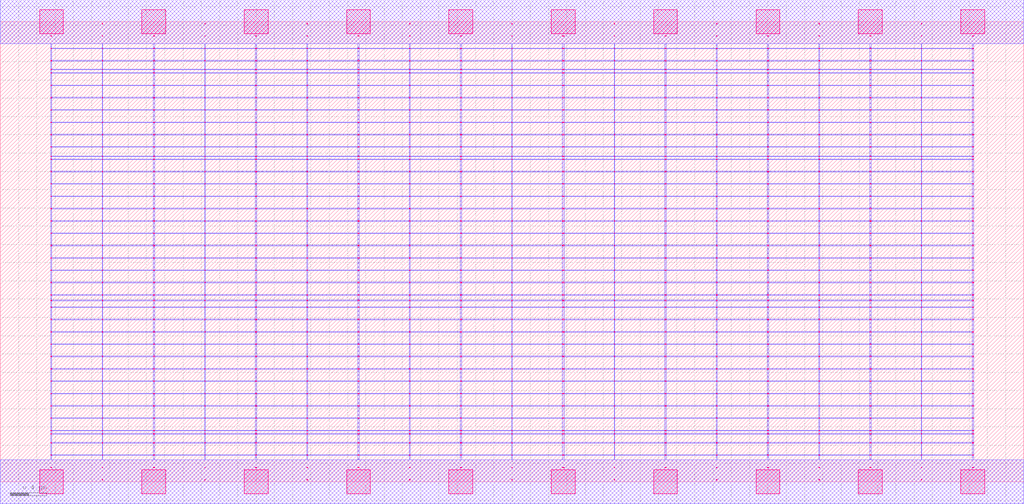
<source format=lef>
MACRO AOOAAOAI21221_DEBUG
 CLASS CORE ;
 FOREIGN AOOAAOAI21221_DEBUG 0 0 ;
 SIZE 11.200000000000001 BY 5.04 ;
 ORIGIN 0 0 ;
 SYMMETRY X Y R90 ;
 SITE unit ;

 OBS
    LAYER polycont ;
     RECT 5.59600000 2.58300000 5.60400000 2.59100000 ;
     RECT 5.59600000 2.71800000 5.60400000 2.72600000 ;
     RECT 5.59600000 2.85300000 5.60400000 2.86100000 ;
     RECT 5.59600000 2.98800000 5.60400000 2.99600000 ;
     RECT 7.83600000 2.58300000 7.84400000 2.59100000 ;
     RECT 8.39100000 2.58300000 8.40900000 2.59100000 ;
     RECT 8.95600000 2.58300000 8.96400000 2.59100000 ;
     RECT 9.51100000 2.58300000 9.52900000 2.59100000 ;
     RECT 10.07600000 2.58300000 10.08400000 2.59100000 ;
     RECT 10.63600000 2.58300000 10.64900000 2.59100000 ;
     RECT 6.15100000 2.58300000 6.16900000 2.59100000 ;
     RECT 6.15100000 2.71800000 6.16900000 2.72600000 ;
     RECT 6.71600000 2.71800000 6.72400000 2.72600000 ;
     RECT 7.27100000 2.71800000 7.28900000 2.72600000 ;
     RECT 7.83600000 2.71800000 7.84400000 2.72600000 ;
     RECT 8.39100000 2.71800000 8.40900000 2.72600000 ;
     RECT 8.95600000 2.71800000 8.96400000 2.72600000 ;
     RECT 9.51100000 2.71800000 9.52900000 2.72600000 ;
     RECT 10.07600000 2.71800000 10.08400000 2.72600000 ;
     RECT 10.63600000 2.71800000 10.64900000 2.72600000 ;
     RECT 6.71600000 2.58300000 6.72400000 2.59100000 ;
     RECT 6.15100000 2.85300000 6.16900000 2.86100000 ;
     RECT 6.71600000 2.85300000 6.72400000 2.86100000 ;
     RECT 7.27100000 2.85300000 7.28900000 2.86100000 ;
     RECT 7.83600000 2.85300000 7.84400000 2.86100000 ;
     RECT 8.39100000 2.85300000 8.40900000 2.86100000 ;
     RECT 8.95600000 2.85300000 8.96400000 2.86100000 ;
     RECT 9.51100000 2.85300000 9.52900000 2.86100000 ;
     RECT 10.07600000 2.85300000 10.08400000 2.86100000 ;
     RECT 10.63600000 2.85300000 10.64900000 2.86100000 ;
     RECT 7.27100000 2.58300000 7.28900000 2.59100000 ;
     RECT 6.15100000 2.98800000 6.16900000 2.99600000 ;
     RECT 6.71600000 2.98800000 6.72400000 2.99600000 ;
     RECT 7.27100000 2.98800000 7.28900000 2.99600000 ;
     RECT 7.83600000 2.98800000 7.84400000 2.99600000 ;
     RECT 8.39100000 2.98800000 8.40900000 2.99600000 ;
     RECT 8.95600000 2.98800000 8.96400000 2.99600000 ;
     RECT 9.51100000 2.98800000 9.52900000 2.99600000 ;
     RECT 10.07600000 2.98800000 10.08400000 2.99600000 ;
     RECT 10.63600000 2.98800000 10.64900000 2.99600000 ;
     RECT 1.67600000 2.85300000 1.68900000 2.86100000 ;
     RECT 2.23600000 2.85300000 2.24400000 2.86100000 ;
     RECT 2.79100000 2.85300000 2.80400000 2.86100000 ;
     RECT 3.35600000 2.85300000 3.36400000 2.86100000 ;
     RECT 3.91100000 2.85300000 3.92900000 2.86100000 ;
     RECT 4.47600000 2.85300000 4.48400000 2.86100000 ;
     RECT 5.03100000 2.85300000 5.04900000 2.86100000 ;
     RECT 1.11600000 2.71800000 1.12400000 2.72600000 ;
     RECT 1.67600000 2.71800000 1.68900000 2.72600000 ;
     RECT 2.23600000 2.71800000 2.24400000 2.72600000 ;
     RECT 2.79100000 2.71800000 2.80400000 2.72600000 ;
     RECT 3.35600000 2.71800000 3.36400000 2.72600000 ;
     RECT 3.91100000 2.71800000 3.92900000 2.72600000 ;
     RECT 4.47600000 2.71800000 4.48400000 2.72600000 ;
     RECT 5.03100000 2.71800000 5.04900000 2.72600000 ;
     RECT 1.11600000 2.58300000 1.12400000 2.59100000 ;
     RECT 1.67600000 2.58300000 1.68900000 2.59100000 ;
     RECT 0.55100000 2.98800000 0.56400000 2.99600000 ;
     RECT 1.11600000 2.98800000 1.12400000 2.99600000 ;
     RECT 1.67600000 2.98800000 1.68900000 2.99600000 ;
     RECT 2.23600000 2.98800000 2.24400000 2.99600000 ;
     RECT 2.79100000 2.98800000 2.80400000 2.99600000 ;
     RECT 3.35600000 2.98800000 3.36400000 2.99600000 ;
     RECT 3.91100000 2.98800000 3.92900000 2.99600000 ;
     RECT 4.47600000 2.98800000 4.48400000 2.99600000 ;
     RECT 5.03100000 2.98800000 5.04900000 2.99600000 ;
     RECT 2.23600000 2.58300000 2.24400000 2.59100000 ;
     RECT 2.79100000 2.58300000 2.80400000 2.59100000 ;
     RECT 3.35600000 2.58300000 3.36400000 2.59100000 ;
     RECT 3.91100000 2.58300000 3.92900000 2.59100000 ;
     RECT 4.47600000 2.58300000 4.48400000 2.59100000 ;
     RECT 5.03100000 2.58300000 5.04900000 2.59100000 ;
     RECT 0.55100000 2.58300000 0.56400000 2.59100000 ;
     RECT 0.55100000 2.71800000 0.56400000 2.72600000 ;
     RECT 0.55100000 2.85300000 0.56400000 2.86100000 ;
     RECT 1.11600000 2.85300000 1.12400000 2.86100000 ;
     RECT 2.23600000 3.12300000 2.24400000 3.13100000 ;
     RECT 2.23600000 3.25800000 2.24400000 3.26600000 ;
     RECT 2.23600000 3.39300000 2.24400000 3.40100000 ;
     RECT 2.23600000 3.52800000 2.24400000 3.53600000 ;
     RECT 2.23600000 3.56100000 2.24400000 3.56900000 ;
     RECT 2.23600000 3.66300000 2.24400000 3.67100000 ;
     RECT 2.23600000 3.79800000 2.24400000 3.80600000 ;
     RECT 2.23600000 3.93300000 2.24400000 3.94100000 ;
     RECT 2.23600000 4.06800000 2.24400000 4.07600000 ;
     RECT 2.23600000 4.20300000 2.24400000 4.21100000 ;
     RECT 2.23600000 4.33800000 2.24400000 4.34600000 ;
     RECT 2.23600000 4.47300000 2.24400000 4.48100000 ;
     RECT 2.23600000 4.51100000 2.24400000 4.51900000 ;
     RECT 2.23600000 4.60800000 2.24400000 4.61600000 ;
     RECT 2.23600000 4.74300000 2.24400000 4.75100000 ;
     RECT 2.23600000 4.87800000 2.24400000 4.88600000 ;
     RECT 6.71600000 1.63800000 6.72400000 1.64600000 ;
     RECT 6.71600000 1.77300000 6.72400000 1.78100000 ;
     RECT 6.71600000 1.90800000 6.72400000 1.91600000 ;
     RECT 6.71600000 1.98100000 6.72400000 1.98900000 ;
     RECT 6.71600000 2.04300000 6.72400000 2.05100000 ;
     RECT 6.71600000 2.17800000 6.72400000 2.18600000 ;
     RECT 6.71600000 2.31300000 6.72400000 2.32100000 ;
     RECT 6.71600000 2.44800000 6.72400000 2.45600000 ;
     RECT 6.71600000 0.15300000 6.72400000 0.16100000 ;
     RECT 6.71600000 0.28800000 6.72400000 0.29600000 ;
     RECT 6.71600000 0.42300000 6.72400000 0.43100000 ;
     RECT 6.71600000 0.52100000 6.72400000 0.52900000 ;
     RECT 6.71600000 0.55800000 6.72400000 0.56600000 ;
     RECT 6.71600000 0.69300000 6.72400000 0.70100000 ;
     RECT 6.71600000 0.82800000 6.72400000 0.83600000 ;
     RECT 6.71600000 0.96300000 6.72400000 0.97100000 ;
     RECT 6.71600000 1.09800000 6.72400000 1.10600000 ;
     RECT 6.71600000 1.23300000 6.72400000 1.24100000 ;
     RECT 6.71600000 1.36800000 6.72400000 1.37600000 ;
     RECT 6.71600000 1.50300000 6.72400000 1.51100000 ;

    LAYER pdiffc ;
     RECT 0.55100000 3.39300000 0.55900000 3.40100000 ;
     RECT 1.68100000 3.39300000 1.68900000 3.40100000 ;
     RECT 2.79100000 3.39300000 2.79900000 3.40100000 ;
     RECT 10.64100000 3.39300000 10.64900000 3.40100000 ;
     RECT 0.55100000 3.52800000 0.55900000 3.53600000 ;
     RECT 1.68100000 3.52800000 1.68900000 3.53600000 ;
     RECT 2.79100000 3.52800000 2.79900000 3.53600000 ;
     RECT 10.64100000 3.52800000 10.64900000 3.53600000 ;
     RECT 0.55100000 3.56100000 0.55900000 3.56900000 ;
     RECT 1.68100000 3.56100000 1.68900000 3.56900000 ;
     RECT 2.79100000 3.56100000 2.79900000 3.56900000 ;
     RECT 10.64100000 3.56100000 10.64900000 3.56900000 ;
     RECT 0.55100000 3.66300000 0.55900000 3.67100000 ;
     RECT 1.68100000 3.66300000 1.68900000 3.67100000 ;
     RECT 2.79100000 3.66300000 2.79900000 3.67100000 ;
     RECT 10.64100000 3.66300000 10.64900000 3.67100000 ;
     RECT 0.55100000 3.79800000 0.55900000 3.80600000 ;
     RECT 1.68100000 3.79800000 1.68900000 3.80600000 ;
     RECT 2.79100000 3.79800000 2.79900000 3.80600000 ;
     RECT 10.64100000 3.79800000 10.64900000 3.80600000 ;
     RECT 0.55100000 3.93300000 0.55900000 3.94100000 ;
     RECT 1.68100000 3.93300000 1.68900000 3.94100000 ;
     RECT 2.79100000 3.93300000 2.79900000 3.94100000 ;
     RECT 10.64100000 3.93300000 10.64900000 3.94100000 ;
     RECT 0.55100000 4.06800000 0.55900000 4.07600000 ;
     RECT 1.68100000 4.06800000 1.68900000 4.07600000 ;
     RECT 2.79100000 4.06800000 2.79900000 4.07600000 ;
     RECT 10.64100000 4.06800000 10.64900000 4.07600000 ;
     RECT 0.55100000 4.20300000 0.55900000 4.21100000 ;
     RECT 1.68100000 4.20300000 1.68900000 4.21100000 ;
     RECT 2.79100000 4.20300000 2.79900000 4.21100000 ;
     RECT 10.64100000 4.20300000 10.64900000 4.21100000 ;
     RECT 0.55100000 4.33800000 0.55900000 4.34600000 ;
     RECT 1.68100000 4.33800000 1.68900000 4.34600000 ;
     RECT 2.79100000 4.33800000 2.79900000 4.34600000 ;
     RECT 10.64100000 4.33800000 10.64900000 4.34600000 ;
     RECT 0.55100000 4.47300000 0.55900000 4.48100000 ;
     RECT 1.68100000 4.47300000 1.68900000 4.48100000 ;
     RECT 2.79100000 4.47300000 2.79900000 4.48100000 ;
     RECT 10.64100000 4.47300000 10.64900000 4.48100000 ;
     RECT 0.55100000 4.51100000 0.55900000 4.51900000 ;
     RECT 1.68100000 4.51100000 1.68900000 4.51900000 ;
     RECT 2.79100000 4.51100000 2.79900000 4.51900000 ;
     RECT 10.64100000 4.51100000 10.64900000 4.51900000 ;
     RECT 0.55100000 4.60800000 0.55900000 4.61600000 ;
     RECT 1.68100000 4.60800000 1.68900000 4.61600000 ;
     RECT 2.79100000 4.60800000 2.79900000 4.61600000 ;
     RECT 10.64100000 4.60800000 10.64900000 4.61600000 ;

    LAYER ndiffc ;
     RECT 6.15100000 0.42300000 6.16900000 0.43100000 ;
     RECT 7.27100000 0.42300000 7.28900000 0.43100000 ;
     RECT 8.39100000 0.42300000 8.40900000 0.43100000 ;
     RECT 9.51100000 0.42300000 9.52900000 0.43100000 ;
     RECT 10.63600000 0.42300000 10.64900000 0.43100000 ;
     RECT 6.15100000 0.52100000 6.16900000 0.52900000 ;
     RECT 7.27100000 0.52100000 7.28900000 0.52900000 ;
     RECT 8.39100000 0.52100000 8.40900000 0.52900000 ;
     RECT 9.51100000 0.52100000 9.52900000 0.52900000 ;
     RECT 10.63600000 0.52100000 10.64900000 0.52900000 ;
     RECT 6.15100000 0.55800000 6.16900000 0.56600000 ;
     RECT 7.27100000 0.55800000 7.28900000 0.56600000 ;
     RECT 8.39100000 0.55800000 8.40900000 0.56600000 ;
     RECT 9.51100000 0.55800000 9.52900000 0.56600000 ;
     RECT 10.63600000 0.55800000 10.64900000 0.56600000 ;
     RECT 6.15100000 0.69300000 6.16900000 0.70100000 ;
     RECT 7.27100000 0.69300000 7.28900000 0.70100000 ;
     RECT 8.39100000 0.69300000 8.40900000 0.70100000 ;
     RECT 9.51100000 0.69300000 9.52900000 0.70100000 ;
     RECT 10.63600000 0.69300000 10.64900000 0.70100000 ;
     RECT 6.15100000 0.82800000 6.16900000 0.83600000 ;
     RECT 7.27100000 0.82800000 7.28900000 0.83600000 ;
     RECT 8.39100000 0.82800000 8.40900000 0.83600000 ;
     RECT 9.51100000 0.82800000 9.52900000 0.83600000 ;
     RECT 10.63600000 0.82800000 10.64900000 0.83600000 ;
     RECT 6.15100000 0.96300000 6.16900000 0.97100000 ;
     RECT 7.27100000 0.96300000 7.28900000 0.97100000 ;
     RECT 8.39100000 0.96300000 8.40900000 0.97100000 ;
     RECT 9.51100000 0.96300000 9.52900000 0.97100000 ;
     RECT 10.63600000 0.96300000 10.64900000 0.97100000 ;
     RECT 6.15100000 1.09800000 6.16900000 1.10600000 ;
     RECT 7.27100000 1.09800000 7.28900000 1.10600000 ;
     RECT 8.39100000 1.09800000 8.40900000 1.10600000 ;
     RECT 9.51100000 1.09800000 9.52900000 1.10600000 ;
     RECT 10.63600000 1.09800000 10.64900000 1.10600000 ;
     RECT 6.15100000 1.23300000 6.16900000 1.24100000 ;
     RECT 7.27100000 1.23300000 7.28900000 1.24100000 ;
     RECT 8.39100000 1.23300000 8.40900000 1.24100000 ;
     RECT 9.51100000 1.23300000 9.52900000 1.24100000 ;
     RECT 10.63600000 1.23300000 10.64900000 1.24100000 ;
     RECT 6.15100000 1.36800000 6.16900000 1.37600000 ;
     RECT 7.27100000 1.36800000 7.28900000 1.37600000 ;
     RECT 8.39100000 1.36800000 8.40900000 1.37600000 ;
     RECT 9.51100000 1.36800000 9.52900000 1.37600000 ;
     RECT 10.63600000 1.36800000 10.64900000 1.37600000 ;
     RECT 6.15100000 1.50300000 6.16900000 1.51100000 ;
     RECT 7.27100000 1.50300000 7.28900000 1.51100000 ;
     RECT 8.39100000 1.50300000 8.40900000 1.51100000 ;
     RECT 9.51100000 1.50300000 9.52900000 1.51100000 ;
     RECT 10.63600000 1.50300000 10.64900000 1.51100000 ;
     RECT 6.15100000 1.63800000 6.16900000 1.64600000 ;
     RECT 7.27100000 1.63800000 7.28900000 1.64600000 ;
     RECT 8.39100000 1.63800000 8.40900000 1.64600000 ;
     RECT 9.51100000 1.63800000 9.52900000 1.64600000 ;
     RECT 10.63600000 1.63800000 10.64900000 1.64600000 ;
     RECT 6.15100000 1.77300000 6.16900000 1.78100000 ;
     RECT 7.27100000 1.77300000 7.28900000 1.78100000 ;
     RECT 8.39100000 1.77300000 8.40900000 1.78100000 ;
     RECT 9.51100000 1.77300000 9.52900000 1.78100000 ;
     RECT 10.63600000 1.77300000 10.64900000 1.78100000 ;
     RECT 6.15100000 1.90800000 6.16900000 1.91600000 ;
     RECT 7.27100000 1.90800000 7.28900000 1.91600000 ;
     RECT 8.39100000 1.90800000 8.40900000 1.91600000 ;
     RECT 9.51100000 1.90800000 9.52900000 1.91600000 ;
     RECT 10.63600000 1.90800000 10.64900000 1.91600000 ;
     RECT 6.15100000 1.98100000 6.16900000 1.98900000 ;
     RECT 7.27100000 1.98100000 7.28900000 1.98900000 ;
     RECT 8.39100000 1.98100000 8.40900000 1.98900000 ;
     RECT 9.51100000 1.98100000 9.52900000 1.98900000 ;
     RECT 10.63600000 1.98100000 10.64900000 1.98900000 ;
     RECT 6.15100000 2.04300000 6.16900000 2.05100000 ;
     RECT 7.27100000 2.04300000 7.28900000 2.05100000 ;
     RECT 8.39100000 2.04300000 8.40900000 2.05100000 ;
     RECT 9.51100000 2.04300000 9.52900000 2.05100000 ;
     RECT 10.63600000 2.04300000 10.64900000 2.05100000 ;
     RECT 0.55100000 0.42300000 0.56400000 0.43100000 ;
     RECT 1.67600000 0.42300000 1.68900000 0.43100000 ;
     RECT 2.79100000 0.42300000 2.80400000 0.43100000 ;
     RECT 3.91100000 0.42300000 3.92900000 0.43100000 ;
     RECT 5.03100000 0.42300000 5.04900000 0.43100000 ;
     RECT 0.55100000 1.36800000 0.56400000 1.37600000 ;
     RECT 1.67600000 1.36800000 1.68900000 1.37600000 ;
     RECT 2.79100000 1.36800000 2.80400000 1.37600000 ;
     RECT 3.91100000 1.36800000 3.92900000 1.37600000 ;
     RECT 5.03100000 1.36800000 5.04900000 1.37600000 ;
     RECT 0.55100000 0.82800000 0.56400000 0.83600000 ;
     RECT 1.67600000 0.82800000 1.68900000 0.83600000 ;
     RECT 2.79100000 0.82800000 2.80400000 0.83600000 ;
     RECT 3.91100000 0.82800000 3.92900000 0.83600000 ;
     RECT 5.03100000 0.82800000 5.04900000 0.83600000 ;
     RECT 0.55100000 1.50300000 0.56400000 1.51100000 ;
     RECT 1.67600000 1.50300000 1.68900000 1.51100000 ;
     RECT 2.79100000 1.50300000 2.80400000 1.51100000 ;
     RECT 3.91100000 1.50300000 3.92900000 1.51100000 ;
     RECT 5.03100000 1.50300000 5.04900000 1.51100000 ;
     RECT 0.55100000 0.55800000 0.56400000 0.56600000 ;
     RECT 1.67600000 0.55800000 1.68900000 0.56600000 ;
     RECT 2.79100000 0.55800000 2.80400000 0.56600000 ;
     RECT 3.91100000 0.55800000 3.92900000 0.56600000 ;
     RECT 5.03100000 0.55800000 5.04900000 0.56600000 ;
     RECT 0.55100000 1.63800000 0.56400000 1.64600000 ;
     RECT 1.67600000 1.63800000 1.68900000 1.64600000 ;
     RECT 2.79100000 1.63800000 2.80400000 1.64600000 ;
     RECT 3.91100000 1.63800000 3.92900000 1.64600000 ;
     RECT 5.03100000 1.63800000 5.04900000 1.64600000 ;
     RECT 0.55100000 0.96300000 0.56400000 0.97100000 ;
     RECT 1.67600000 0.96300000 1.68900000 0.97100000 ;
     RECT 2.79100000 0.96300000 2.80400000 0.97100000 ;
     RECT 3.91100000 0.96300000 3.92900000 0.97100000 ;
     RECT 5.03100000 0.96300000 5.04900000 0.97100000 ;
     RECT 0.55100000 1.77300000 0.56400000 1.78100000 ;
     RECT 1.67600000 1.77300000 1.68900000 1.78100000 ;
     RECT 2.79100000 1.77300000 2.80400000 1.78100000 ;
     RECT 3.91100000 1.77300000 3.92900000 1.78100000 ;
     RECT 5.03100000 1.77300000 5.04900000 1.78100000 ;
     RECT 0.55100000 0.52100000 0.56400000 0.52900000 ;
     RECT 1.67600000 0.52100000 1.68900000 0.52900000 ;
     RECT 2.79100000 0.52100000 2.80400000 0.52900000 ;
     RECT 3.91100000 0.52100000 3.92900000 0.52900000 ;
     RECT 5.03100000 0.52100000 5.04900000 0.52900000 ;
     RECT 0.55100000 1.90800000 0.56400000 1.91600000 ;
     RECT 1.67600000 1.90800000 1.68900000 1.91600000 ;
     RECT 2.79100000 1.90800000 2.80400000 1.91600000 ;
     RECT 3.91100000 1.90800000 3.92900000 1.91600000 ;
     RECT 5.03100000 1.90800000 5.04900000 1.91600000 ;
     RECT 0.55100000 1.09800000 0.56400000 1.10600000 ;
     RECT 1.67600000 1.09800000 1.68900000 1.10600000 ;
     RECT 2.79100000 1.09800000 2.80400000 1.10600000 ;
     RECT 3.91100000 1.09800000 3.92900000 1.10600000 ;
     RECT 5.03100000 1.09800000 5.04900000 1.10600000 ;
     RECT 0.55100000 1.98100000 0.56400000 1.98900000 ;
     RECT 1.67600000 1.98100000 1.68900000 1.98900000 ;
     RECT 2.79100000 1.98100000 2.80400000 1.98900000 ;
     RECT 3.91100000 1.98100000 3.92900000 1.98900000 ;
     RECT 5.03100000 1.98100000 5.04900000 1.98900000 ;
     RECT 0.55100000 0.69300000 0.56400000 0.70100000 ;
     RECT 1.67600000 0.69300000 1.68900000 0.70100000 ;
     RECT 2.79100000 0.69300000 2.80400000 0.70100000 ;
     RECT 3.91100000 0.69300000 3.92900000 0.70100000 ;
     RECT 5.03100000 0.69300000 5.04900000 0.70100000 ;
     RECT 0.55100000 2.04300000 0.56400000 2.05100000 ;
     RECT 1.67600000 2.04300000 1.68900000 2.05100000 ;
     RECT 2.79100000 2.04300000 2.80400000 2.05100000 ;
     RECT 3.91100000 2.04300000 3.92900000 2.05100000 ;
     RECT 5.03100000 2.04300000 5.04900000 2.05100000 ;
     RECT 0.55100000 1.23300000 0.56400000 1.24100000 ;
     RECT 1.67600000 1.23300000 1.68900000 1.24100000 ;
     RECT 2.79100000 1.23300000 2.80400000 1.24100000 ;
     RECT 3.91100000 1.23300000 3.92900000 1.24100000 ;
     RECT 5.03100000 1.23300000 5.04900000 1.24100000 ;

    LAYER met1 ;
     RECT 0.00000000 -0.24000000 11.20000000 0.24000000 ;
     RECT 5.59600000 0.24000000 5.60400000 0.28800000 ;
     RECT 0.55100000 0.28800000 10.64900000 0.29600000 ;
     RECT 5.59600000 0.29600000 5.60400000 0.42300000 ;
     RECT 0.55100000 0.42300000 10.64900000 0.43100000 ;
     RECT 5.59600000 0.43100000 5.60400000 0.52100000 ;
     RECT 0.55100000 0.52100000 10.64900000 0.52900000 ;
     RECT 5.59600000 0.52900000 5.60400000 0.55800000 ;
     RECT 0.55100000 0.55800000 10.64900000 0.56600000 ;
     RECT 5.59600000 0.56600000 5.60400000 0.69300000 ;
     RECT 0.55100000 0.69300000 10.64900000 0.70100000 ;
     RECT 5.59600000 0.70100000 5.60400000 0.82800000 ;
     RECT 0.55100000 0.82800000 10.64900000 0.83600000 ;
     RECT 5.59600000 0.83600000 5.60400000 0.96300000 ;
     RECT 0.55100000 0.96300000 10.64900000 0.97100000 ;
     RECT 5.59600000 0.97100000 5.60400000 1.09800000 ;
     RECT 0.55100000 1.09800000 10.64900000 1.10600000 ;
     RECT 5.59600000 1.10600000 5.60400000 1.23300000 ;
     RECT 0.55100000 1.23300000 10.64900000 1.24100000 ;
     RECT 5.59600000 1.24100000 5.60400000 1.36800000 ;
     RECT 0.55100000 1.36800000 10.64900000 1.37600000 ;
     RECT 5.59600000 1.37600000 5.60400000 1.50300000 ;
     RECT 0.55100000 1.50300000 10.64900000 1.51100000 ;
     RECT 5.59600000 1.51100000 5.60400000 1.63800000 ;
     RECT 0.55100000 1.63800000 10.64900000 1.64600000 ;
     RECT 5.59600000 1.64600000 5.60400000 1.77300000 ;
     RECT 0.55100000 1.77300000 10.64900000 1.78100000 ;
     RECT 5.59600000 1.78100000 5.60400000 1.90800000 ;
     RECT 0.55100000 1.90800000 10.64900000 1.91600000 ;
     RECT 5.59600000 1.91600000 5.60400000 1.98100000 ;
     RECT 0.55100000 1.98100000 10.64900000 1.98900000 ;
     RECT 5.59600000 1.98900000 5.60400000 2.04300000 ;
     RECT 0.55100000 2.04300000 10.64900000 2.05100000 ;
     RECT 5.59600000 2.05100000 5.60400000 2.17800000 ;
     RECT 0.55100000 2.17800000 10.64900000 2.18600000 ;
     RECT 5.59600000 2.18600000 5.60400000 2.31300000 ;
     RECT 0.55100000 2.31300000 10.64900000 2.32100000 ;
     RECT 5.59600000 2.32100000 5.60400000 2.44800000 ;
     RECT 0.55100000 2.44800000 10.64900000 2.45600000 ;
     RECT 0.55100000 2.45600000 0.56400000 2.58300000 ;
     RECT 1.11600000 2.45600000 1.12400000 2.58300000 ;
     RECT 1.67600000 2.45600000 1.68900000 2.58300000 ;
     RECT 2.23600000 2.45600000 2.24400000 2.58300000 ;
     RECT 2.79100000 2.45600000 2.80400000 2.58300000 ;
     RECT 3.35600000 2.45600000 3.36400000 2.58300000 ;
     RECT 3.91100000 2.45600000 3.92900000 2.58300000 ;
     RECT 4.47600000 2.45600000 4.48400000 2.58300000 ;
     RECT 5.03100000 2.45600000 5.04900000 2.58300000 ;
     RECT 5.59600000 2.45600000 5.60400000 2.58300000 ;
     RECT 6.15100000 2.45600000 6.16900000 2.58300000 ;
     RECT 6.71600000 2.45600000 6.72400000 2.58300000 ;
     RECT 7.27100000 2.45600000 7.28900000 2.58300000 ;
     RECT 7.83600000 2.45600000 7.84400000 2.58300000 ;
     RECT 8.39100000 2.45600000 8.40900000 2.58300000 ;
     RECT 8.95600000 2.45600000 8.96400000 2.58300000 ;
     RECT 9.51100000 2.45600000 9.52900000 2.58300000 ;
     RECT 10.07600000 2.45600000 10.08400000 2.58300000 ;
     RECT 10.63600000 2.45600000 10.64900000 2.58300000 ;
     RECT 0.55100000 2.58300000 10.64900000 2.59100000 ;
     RECT 5.59600000 2.59100000 5.60400000 2.71800000 ;
     RECT 0.55100000 2.71800000 10.64900000 2.72600000 ;
     RECT 5.59600000 2.72600000 5.60400000 2.85300000 ;
     RECT 0.55100000 2.85300000 10.64900000 2.86100000 ;
     RECT 5.59600000 2.86100000 5.60400000 2.98800000 ;
     RECT 0.55100000 2.98800000 10.64900000 2.99600000 ;
     RECT 5.59600000 2.99600000 5.60400000 3.12300000 ;
     RECT 0.55100000 3.12300000 10.64900000 3.13100000 ;
     RECT 5.59600000 3.13100000 5.60400000 3.25800000 ;
     RECT 0.55100000 3.25800000 10.64900000 3.26600000 ;
     RECT 5.59600000 3.26600000 5.60400000 3.39300000 ;
     RECT 0.55100000 3.39300000 10.64900000 3.40100000 ;
     RECT 5.59600000 3.40100000 5.60400000 3.52800000 ;
     RECT 0.55100000 3.52800000 10.64900000 3.53600000 ;
     RECT 5.59600000 3.53600000 5.60400000 3.56100000 ;
     RECT 0.55100000 3.56100000 10.64900000 3.56900000 ;
     RECT 5.59600000 3.56900000 5.60400000 3.66300000 ;
     RECT 0.55100000 3.66300000 10.64900000 3.67100000 ;
     RECT 5.59600000 3.67100000 5.60400000 3.79800000 ;
     RECT 0.55100000 3.79800000 10.64900000 3.80600000 ;
     RECT 5.59600000 3.80600000 5.60400000 3.93300000 ;
     RECT 0.55100000 3.93300000 10.64900000 3.94100000 ;
     RECT 5.59600000 3.94100000 5.60400000 4.06800000 ;
     RECT 0.55100000 4.06800000 10.64900000 4.07600000 ;
     RECT 5.59600000 4.07600000 5.60400000 4.20300000 ;
     RECT 0.55100000 4.20300000 10.64900000 4.21100000 ;
     RECT 5.59600000 4.21100000 5.60400000 4.33800000 ;
     RECT 0.55100000 4.33800000 10.64900000 4.34600000 ;
     RECT 5.59600000 4.34600000 5.60400000 4.47300000 ;
     RECT 0.55100000 4.47300000 10.64900000 4.48100000 ;
     RECT 5.59600000 4.48100000 5.60400000 4.51100000 ;
     RECT 0.55100000 4.51100000 10.64900000 4.51900000 ;
     RECT 5.59600000 4.51900000 5.60400000 4.60800000 ;
     RECT 0.55100000 4.60800000 10.64900000 4.61600000 ;
     RECT 5.59600000 4.61600000 5.60400000 4.74300000 ;
     RECT 0.55100000 4.74300000 10.64900000 4.75100000 ;
     RECT 5.59600000 4.75100000 5.60400000 4.80000000 ;
     RECT 0.00000000 4.80000000 11.20000000 5.28000000 ;
     RECT 8.39100000 2.99600000 8.40900000 3.12300000 ;
     RECT 8.39100000 3.13100000 8.40900000 3.25800000 ;
     RECT 8.39100000 3.26600000 8.40900000 3.39300000 ;
     RECT 8.39100000 3.40100000 8.40900000 3.52800000 ;
     RECT 8.39100000 3.53600000 8.40900000 3.56100000 ;
     RECT 8.39100000 2.72600000 8.40900000 2.85300000 ;
     RECT 8.39100000 3.56900000 8.40900000 3.66300000 ;
     RECT 8.39100000 3.67100000 8.40900000 3.79800000 ;
     RECT 6.15100000 3.80600000 6.16900000 3.93300000 ;
     RECT 6.71600000 3.80600000 6.72400000 3.93300000 ;
     RECT 7.27100000 3.80600000 7.28900000 3.93300000 ;
     RECT 7.83600000 3.80600000 7.84400000 3.93300000 ;
     RECT 8.39100000 3.80600000 8.40900000 3.93300000 ;
     RECT 8.95600000 3.80600000 8.96400000 3.93300000 ;
     RECT 9.51100000 3.80600000 9.52900000 3.93300000 ;
     RECT 10.07600000 3.80600000 10.08400000 3.93300000 ;
     RECT 10.63600000 3.80600000 10.64900000 3.93300000 ;
     RECT 8.39100000 3.94100000 8.40900000 4.06800000 ;
     RECT 8.39100000 4.07600000 8.40900000 4.20300000 ;
     RECT 8.39100000 4.21100000 8.40900000 4.33800000 ;
     RECT 8.39100000 2.86100000 8.40900000 2.98800000 ;
     RECT 8.39100000 4.34600000 8.40900000 4.47300000 ;
     RECT 8.39100000 4.48100000 8.40900000 4.51100000 ;
     RECT 8.39100000 2.59100000 8.40900000 2.71800000 ;
     RECT 8.39100000 4.51900000 8.40900000 4.60800000 ;
     RECT 8.39100000 4.61600000 8.40900000 4.74300000 ;
     RECT 8.39100000 4.75100000 8.40900000 4.80000000 ;
     RECT 9.51100000 3.94100000 9.52900000 4.06800000 ;
     RECT 8.95600000 4.21100000 8.96400000 4.33800000 ;
     RECT 9.51100000 4.21100000 9.52900000 4.33800000 ;
     RECT 10.07600000 4.21100000 10.08400000 4.33800000 ;
     RECT 10.63600000 4.21100000 10.64900000 4.33800000 ;
     RECT 10.07600000 3.94100000 10.08400000 4.06800000 ;
     RECT 10.63600000 3.94100000 10.64900000 4.06800000 ;
     RECT 8.95600000 4.34600000 8.96400000 4.47300000 ;
     RECT 9.51100000 4.34600000 9.52900000 4.47300000 ;
     RECT 10.07600000 4.34600000 10.08400000 4.47300000 ;
     RECT 10.63600000 4.34600000 10.64900000 4.47300000 ;
     RECT 8.95600000 3.94100000 8.96400000 4.06800000 ;
     RECT 8.95600000 4.48100000 8.96400000 4.51100000 ;
     RECT 9.51100000 4.48100000 9.52900000 4.51100000 ;
     RECT 10.07600000 4.48100000 10.08400000 4.51100000 ;
     RECT 10.63600000 4.48100000 10.64900000 4.51100000 ;
     RECT 8.95600000 4.07600000 8.96400000 4.20300000 ;
     RECT 9.51100000 4.07600000 9.52900000 4.20300000 ;
     RECT 8.95600000 4.51900000 8.96400000 4.60800000 ;
     RECT 9.51100000 4.51900000 9.52900000 4.60800000 ;
     RECT 10.07600000 4.51900000 10.08400000 4.60800000 ;
     RECT 10.63600000 4.51900000 10.64900000 4.60800000 ;
     RECT 10.07600000 4.07600000 10.08400000 4.20300000 ;
     RECT 8.95600000 4.61600000 8.96400000 4.74300000 ;
     RECT 9.51100000 4.61600000 9.52900000 4.74300000 ;
     RECT 10.07600000 4.61600000 10.08400000 4.74300000 ;
     RECT 10.63600000 4.61600000 10.64900000 4.74300000 ;
     RECT 10.63600000 4.07600000 10.64900000 4.20300000 ;
     RECT 8.95600000 4.75100000 8.96400000 4.80000000 ;
     RECT 9.51100000 4.75100000 9.52900000 4.80000000 ;
     RECT 10.07600000 4.75100000 10.08400000 4.80000000 ;
     RECT 10.63600000 4.75100000 10.64900000 4.80000000 ;
     RECT 6.71600000 4.07600000 6.72400000 4.20300000 ;
     RECT 7.27100000 4.07600000 7.28900000 4.20300000 ;
     RECT 7.83600000 4.07600000 7.84400000 4.20300000 ;
     RECT 6.71600000 3.94100000 6.72400000 4.06800000 ;
     RECT 7.27100000 3.94100000 7.28900000 4.06800000 ;
     RECT 6.15100000 4.51900000 6.16900000 4.60800000 ;
     RECT 6.71600000 4.51900000 6.72400000 4.60800000 ;
     RECT 7.27100000 4.51900000 7.28900000 4.60800000 ;
     RECT 7.83600000 4.51900000 7.84400000 4.60800000 ;
     RECT 7.83600000 3.94100000 7.84400000 4.06800000 ;
     RECT 6.15100000 4.34600000 6.16900000 4.47300000 ;
     RECT 6.71600000 4.34600000 6.72400000 4.47300000 ;
     RECT 7.27100000 4.34600000 7.28900000 4.47300000 ;
     RECT 7.83600000 4.34600000 7.84400000 4.47300000 ;
     RECT 6.15100000 4.61600000 6.16900000 4.74300000 ;
     RECT 6.71600000 4.61600000 6.72400000 4.74300000 ;
     RECT 7.27100000 4.61600000 7.28900000 4.74300000 ;
     RECT 7.83600000 4.61600000 7.84400000 4.74300000 ;
     RECT 6.15100000 3.94100000 6.16900000 4.06800000 ;
     RECT 6.15100000 4.07600000 6.16900000 4.20300000 ;
     RECT 6.15100000 4.21100000 6.16900000 4.33800000 ;
     RECT 6.71600000 4.21100000 6.72400000 4.33800000 ;
     RECT 7.27100000 4.21100000 7.28900000 4.33800000 ;
     RECT 6.15100000 4.75100000 6.16900000 4.80000000 ;
     RECT 6.71600000 4.75100000 6.72400000 4.80000000 ;
     RECT 7.27100000 4.75100000 7.28900000 4.80000000 ;
     RECT 7.83600000 4.75100000 7.84400000 4.80000000 ;
     RECT 6.15100000 4.48100000 6.16900000 4.51100000 ;
     RECT 6.71600000 4.48100000 6.72400000 4.51100000 ;
     RECT 7.27100000 4.48100000 7.28900000 4.51100000 ;
     RECT 7.83600000 4.48100000 7.84400000 4.51100000 ;
     RECT 7.83600000 4.21100000 7.84400000 4.33800000 ;
     RECT 7.27100000 3.53600000 7.28900000 3.56100000 ;
     RECT 7.83600000 3.53600000 7.84400000 3.56100000 ;
     RECT 7.83600000 3.13100000 7.84400000 3.25800000 ;
     RECT 6.15100000 2.86100000 6.16900000 2.98800000 ;
     RECT 6.71600000 2.86100000 6.72400000 2.98800000 ;
     RECT 7.83600000 2.72600000 7.84400000 2.85300000 ;
     RECT 6.15100000 3.13100000 6.16900000 3.25800000 ;
     RECT 6.15100000 3.56900000 6.16900000 3.66300000 ;
     RECT 6.71600000 3.56900000 6.72400000 3.66300000 ;
     RECT 7.27100000 3.56900000 7.28900000 3.66300000 ;
     RECT 7.83600000 3.56900000 7.84400000 3.66300000 ;
     RECT 6.15100000 2.59100000 6.16900000 2.71800000 ;
     RECT 6.15100000 3.67100000 6.16900000 3.79800000 ;
     RECT 6.71600000 3.67100000 6.72400000 3.79800000 ;
     RECT 7.27100000 2.86100000 7.28900000 2.98800000 ;
     RECT 7.83600000 2.86100000 7.84400000 2.98800000 ;
     RECT 7.27100000 3.67100000 7.28900000 3.79800000 ;
     RECT 7.83600000 3.67100000 7.84400000 3.79800000 ;
     RECT 6.15100000 2.99600000 6.16900000 3.12300000 ;
     RECT 6.15100000 3.26600000 6.16900000 3.39300000 ;
     RECT 6.71600000 3.26600000 6.72400000 3.39300000 ;
     RECT 7.27100000 3.26600000 7.28900000 3.39300000 ;
     RECT 7.83600000 3.26600000 7.84400000 3.39300000 ;
     RECT 6.71600000 3.13100000 6.72400000 3.25800000 ;
     RECT 6.71600000 2.59100000 6.72400000 2.71800000 ;
     RECT 6.15100000 2.72600000 6.16900000 2.85300000 ;
     RECT 6.15100000 3.40100000 6.16900000 3.52800000 ;
     RECT 6.71600000 3.40100000 6.72400000 3.52800000 ;
     RECT 6.71600000 2.99600000 6.72400000 3.12300000 ;
     RECT 7.27100000 2.99600000 7.28900000 3.12300000 ;
     RECT 7.27100000 3.40100000 7.28900000 3.52800000 ;
     RECT 7.27100000 2.59100000 7.28900000 2.71800000 ;
     RECT 7.83600000 2.59100000 7.84400000 2.71800000 ;
     RECT 7.83600000 3.40100000 7.84400000 3.52800000 ;
     RECT 7.27100000 3.13100000 7.28900000 3.25800000 ;
     RECT 6.71600000 2.72600000 6.72400000 2.85300000 ;
     RECT 7.27100000 2.72600000 7.28900000 2.85300000 ;
     RECT 6.15100000 3.53600000 6.16900000 3.56100000 ;
     RECT 6.71600000 3.53600000 6.72400000 3.56100000 ;
     RECT 7.83600000 2.99600000 7.84400000 3.12300000 ;
     RECT 10.07600000 3.56900000 10.08400000 3.66300000 ;
     RECT 10.63600000 3.56900000 10.64900000 3.66300000 ;
     RECT 8.95600000 2.72600000 8.96400000 2.85300000 ;
     RECT 9.51100000 2.72600000 9.52900000 2.85300000 ;
     RECT 8.95600000 2.99600000 8.96400000 3.12300000 ;
     RECT 8.95600000 3.40100000 8.96400000 3.52800000 ;
     RECT 10.63600000 2.86100000 10.64900000 2.98800000 ;
     RECT 9.51100000 3.40100000 9.52900000 3.52800000 ;
     RECT 10.07600000 3.40100000 10.08400000 3.52800000 ;
     RECT 10.63600000 3.40100000 10.64900000 3.52800000 ;
     RECT 8.95600000 3.67100000 8.96400000 3.79800000 ;
     RECT 9.51100000 3.67100000 9.52900000 3.79800000 ;
     RECT 10.07600000 3.67100000 10.08400000 3.79800000 ;
     RECT 10.63600000 3.67100000 10.64900000 3.79800000 ;
     RECT 10.07600000 2.72600000 10.08400000 2.85300000 ;
     RECT 10.63600000 2.72600000 10.64900000 2.85300000 ;
     RECT 9.51100000 2.99600000 9.52900000 3.12300000 ;
     RECT 8.95600000 2.59100000 8.96400000 2.71800000 ;
     RECT 10.07600000 2.99600000 10.08400000 3.12300000 ;
     RECT 10.63600000 2.99600000 10.64900000 3.12300000 ;
     RECT 9.51100000 2.59100000 9.52900000 2.71800000 ;
     RECT 8.95600000 3.26600000 8.96400000 3.39300000 ;
     RECT 9.51100000 3.26600000 9.52900000 3.39300000 ;
     RECT 10.07600000 3.26600000 10.08400000 3.39300000 ;
     RECT 8.95600000 3.53600000 8.96400000 3.56100000 ;
     RECT 8.95600000 2.86100000 8.96400000 2.98800000 ;
     RECT 9.51100000 3.53600000 9.52900000 3.56100000 ;
     RECT 10.07600000 3.53600000 10.08400000 3.56100000 ;
     RECT 10.63600000 3.53600000 10.64900000 3.56100000 ;
     RECT 10.63600000 3.26600000 10.64900000 3.39300000 ;
     RECT 8.95600000 3.13100000 8.96400000 3.25800000 ;
     RECT 9.51100000 3.13100000 9.52900000 3.25800000 ;
     RECT 10.07600000 3.13100000 10.08400000 3.25800000 ;
     RECT 10.63600000 3.13100000 10.64900000 3.25800000 ;
     RECT 10.63600000 2.59100000 10.64900000 2.71800000 ;
     RECT 9.51100000 2.86100000 9.52900000 2.98800000 ;
     RECT 10.07600000 2.86100000 10.08400000 2.98800000 ;
     RECT 10.07600000 2.59100000 10.08400000 2.71800000 ;
     RECT 8.95600000 3.56900000 8.96400000 3.66300000 ;
     RECT 9.51100000 3.56900000 9.52900000 3.66300000 ;
     RECT 2.79100000 2.59100000 2.80400000 2.71800000 ;
     RECT 2.79100000 2.99600000 2.80400000 3.12300000 ;
     RECT 2.79100000 3.94100000 2.80400000 4.06800000 ;
     RECT 2.79100000 3.40100000 2.80400000 3.52800000 ;
     RECT 2.79100000 4.07600000 2.80400000 4.20300000 ;
     RECT 2.79100000 4.21100000 2.80400000 4.33800000 ;
     RECT 2.79100000 3.53600000 2.80400000 3.56100000 ;
     RECT 2.79100000 4.34600000 2.80400000 4.47300000 ;
     RECT 2.79100000 3.13100000 2.80400000 3.25800000 ;
     RECT 2.79100000 3.56900000 2.80400000 3.66300000 ;
     RECT 2.79100000 4.48100000 2.80400000 4.51100000 ;
     RECT 2.79100000 2.86100000 2.80400000 2.98800000 ;
     RECT 2.79100000 4.51900000 2.80400000 4.60800000 ;
     RECT 2.79100000 2.72600000 2.80400000 2.85300000 ;
     RECT 2.79100000 3.67100000 2.80400000 3.79800000 ;
     RECT 2.79100000 4.61600000 2.80400000 4.74300000 ;
     RECT 2.79100000 3.26600000 2.80400000 3.39300000 ;
     RECT 2.79100000 4.75100000 2.80400000 4.80000000 ;
     RECT 0.55100000 3.80600000 0.56400000 3.93300000 ;
     RECT 1.11600000 3.80600000 1.12400000 3.93300000 ;
     RECT 1.67600000 3.80600000 1.68900000 3.93300000 ;
     RECT 2.23600000 3.80600000 2.24400000 3.93300000 ;
     RECT 2.79100000 3.80600000 2.80400000 3.93300000 ;
     RECT 3.35600000 3.80600000 3.36400000 3.93300000 ;
     RECT 3.91100000 3.80600000 3.92900000 3.93300000 ;
     RECT 4.47600000 3.80600000 4.48400000 3.93300000 ;
     RECT 5.03100000 3.80600000 5.04900000 3.93300000 ;
     RECT 3.35600000 4.48100000 3.36400000 4.51100000 ;
     RECT 3.91100000 4.48100000 3.92900000 4.51100000 ;
     RECT 4.47600000 4.48100000 4.48400000 4.51100000 ;
     RECT 5.03100000 4.48100000 5.04900000 4.51100000 ;
     RECT 4.47600000 4.07600000 4.48400000 4.20300000 ;
     RECT 5.03100000 4.07600000 5.04900000 4.20300000 ;
     RECT 3.35600000 4.51900000 3.36400000 4.60800000 ;
     RECT 3.91100000 4.51900000 3.92900000 4.60800000 ;
     RECT 4.47600000 4.51900000 4.48400000 4.60800000 ;
     RECT 5.03100000 4.51900000 5.04900000 4.60800000 ;
     RECT 4.47600000 3.94100000 4.48400000 4.06800000 ;
     RECT 3.35600000 4.21100000 3.36400000 4.33800000 ;
     RECT 3.91100000 4.21100000 3.92900000 4.33800000 ;
     RECT 3.35600000 4.61600000 3.36400000 4.74300000 ;
     RECT 3.91100000 4.61600000 3.92900000 4.74300000 ;
     RECT 4.47600000 4.61600000 4.48400000 4.74300000 ;
     RECT 5.03100000 4.61600000 5.04900000 4.74300000 ;
     RECT 4.47600000 4.21100000 4.48400000 4.33800000 ;
     RECT 5.03100000 4.21100000 5.04900000 4.33800000 ;
     RECT 3.35600000 4.75100000 3.36400000 4.80000000 ;
     RECT 3.91100000 4.75100000 3.92900000 4.80000000 ;
     RECT 4.47600000 4.75100000 4.48400000 4.80000000 ;
     RECT 5.03100000 4.75100000 5.04900000 4.80000000 ;
     RECT 5.03100000 3.94100000 5.04900000 4.06800000 ;
     RECT 3.35600000 3.94100000 3.36400000 4.06800000 ;
     RECT 3.35600000 4.34600000 3.36400000 4.47300000 ;
     RECT 3.91100000 4.34600000 3.92900000 4.47300000 ;
     RECT 4.47600000 4.34600000 4.48400000 4.47300000 ;
     RECT 5.03100000 4.34600000 5.04900000 4.47300000 ;
     RECT 3.91100000 3.94100000 3.92900000 4.06800000 ;
     RECT 3.35600000 4.07600000 3.36400000 4.20300000 ;
     RECT 3.91100000 4.07600000 3.92900000 4.20300000 ;
     RECT 1.11600000 3.94100000 1.12400000 4.06800000 ;
     RECT 0.55100000 4.07600000 0.56400000 4.20300000 ;
     RECT 0.55100000 4.21100000 0.56400000 4.33800000 ;
     RECT 1.11600000 4.21100000 1.12400000 4.33800000 ;
     RECT 0.55100000 4.61600000 0.56400000 4.74300000 ;
     RECT 1.11600000 4.61600000 1.12400000 4.74300000 ;
     RECT 1.67600000 4.61600000 1.68900000 4.74300000 ;
     RECT 2.23600000 4.61600000 2.24400000 4.74300000 ;
     RECT 1.67600000 4.21100000 1.68900000 4.33800000 ;
     RECT 2.23600000 4.21100000 2.24400000 4.33800000 ;
     RECT 1.11600000 4.07600000 1.12400000 4.20300000 ;
     RECT 0.55100000 4.48100000 0.56400000 4.51100000 ;
     RECT 1.11600000 4.48100000 1.12400000 4.51100000 ;
     RECT 1.67600000 4.48100000 1.68900000 4.51100000 ;
     RECT 0.55100000 4.75100000 0.56400000 4.80000000 ;
     RECT 1.11600000 4.75100000 1.12400000 4.80000000 ;
     RECT 1.67600000 4.75100000 1.68900000 4.80000000 ;
     RECT 2.23600000 4.75100000 2.24400000 4.80000000 ;
     RECT 2.23600000 4.48100000 2.24400000 4.51100000 ;
     RECT 1.67600000 4.07600000 1.68900000 4.20300000 ;
     RECT 2.23600000 4.07600000 2.24400000 4.20300000 ;
     RECT 1.67600000 3.94100000 1.68900000 4.06800000 ;
     RECT 2.23600000 3.94100000 2.24400000 4.06800000 ;
     RECT 0.55100000 3.94100000 0.56400000 4.06800000 ;
     RECT 0.55100000 4.34600000 0.56400000 4.47300000 ;
     RECT 0.55100000 4.51900000 0.56400000 4.60800000 ;
     RECT 1.11600000 4.51900000 1.12400000 4.60800000 ;
     RECT 1.67600000 4.51900000 1.68900000 4.60800000 ;
     RECT 2.23600000 4.51900000 2.24400000 4.60800000 ;
     RECT 1.11600000 4.34600000 1.12400000 4.47300000 ;
     RECT 1.67600000 4.34600000 1.68900000 4.47300000 ;
     RECT 2.23600000 4.34600000 2.24400000 4.47300000 ;
     RECT 0.55100000 3.53600000 0.56400000 3.56100000 ;
     RECT 2.23600000 2.72600000 2.24400000 2.85300000 ;
     RECT 1.11600000 3.53600000 1.12400000 3.56100000 ;
     RECT 0.55100000 3.67100000 0.56400000 3.79800000 ;
     RECT 1.11600000 3.67100000 1.12400000 3.79800000 ;
     RECT 1.67600000 3.67100000 1.68900000 3.79800000 ;
     RECT 2.23600000 3.67100000 2.24400000 3.79800000 ;
     RECT 1.67600000 3.53600000 1.68900000 3.56100000 ;
     RECT 1.11600000 2.99600000 1.12400000 3.12300000 ;
     RECT 1.67600000 3.13100000 1.68900000 3.25800000 ;
     RECT 2.23600000 3.13100000 2.24400000 3.25800000 ;
     RECT 1.67600000 2.99600000 1.68900000 3.12300000 ;
     RECT 0.55100000 3.56900000 0.56400000 3.66300000 ;
     RECT 1.11600000 3.56900000 1.12400000 3.66300000 ;
     RECT 1.67600000 3.56900000 1.68900000 3.66300000 ;
     RECT 2.23600000 3.56900000 2.24400000 3.66300000 ;
     RECT 2.23600000 2.99600000 2.24400000 3.12300000 ;
     RECT 0.55100000 3.26600000 0.56400000 3.39300000 ;
     RECT 1.11600000 3.26600000 1.12400000 3.39300000 ;
     RECT 1.67600000 3.26600000 1.68900000 3.39300000 ;
     RECT 2.23600000 3.26600000 2.24400000 3.39300000 ;
     RECT 2.23600000 2.59100000 2.24400000 2.71800000 ;
     RECT 0.55100000 3.40100000 0.56400000 3.52800000 ;
     RECT 1.67600000 2.59100000 1.68900000 2.71800000 ;
     RECT 0.55100000 2.99600000 0.56400000 3.12300000 ;
     RECT 1.11600000 3.40100000 1.12400000 3.52800000 ;
     RECT 1.67600000 3.40100000 1.68900000 3.52800000 ;
     RECT 2.23600000 3.53600000 2.24400000 3.56100000 ;
     RECT 2.23600000 3.40100000 2.24400000 3.52800000 ;
     RECT 1.11600000 2.86100000 1.12400000 2.98800000 ;
     RECT 1.67600000 2.86100000 1.68900000 2.98800000 ;
     RECT 1.67600000 2.72600000 1.68900000 2.85300000 ;
     RECT 2.23600000 2.86100000 2.24400000 2.98800000 ;
     RECT 0.55100000 3.13100000 0.56400000 3.25800000 ;
     RECT 1.11600000 3.13100000 1.12400000 3.25800000 ;
     RECT 0.55100000 2.59100000 0.56400000 2.71800000 ;
     RECT 1.11600000 2.59100000 1.12400000 2.71800000 ;
     RECT 0.55100000 2.72600000 0.56400000 2.85300000 ;
     RECT 1.11600000 2.72600000 1.12400000 2.85300000 ;
     RECT 0.55100000 2.86100000 0.56400000 2.98800000 ;
     RECT 4.47600000 3.53600000 4.48400000 3.56100000 ;
     RECT 3.35600000 3.56900000 3.36400000 3.66300000 ;
     RECT 3.91100000 3.56900000 3.92900000 3.66300000 ;
     RECT 4.47600000 3.56900000 4.48400000 3.66300000 ;
     RECT 5.03100000 3.56900000 5.04900000 3.66300000 ;
     RECT 5.03100000 3.13100000 5.04900000 3.25800000 ;
     RECT 5.03100000 3.53600000 5.04900000 3.56100000 ;
     RECT 3.35600000 2.86100000 3.36400000 2.98800000 ;
     RECT 3.91100000 2.86100000 3.92900000 2.98800000 ;
     RECT 4.47600000 3.67100000 4.48400000 3.79800000 ;
     RECT 5.03100000 3.67100000 5.04900000 3.79800000 ;
     RECT 4.47600000 2.72600000 4.48400000 2.85300000 ;
     RECT 4.47600000 2.86100000 4.48400000 2.98800000 ;
     RECT 5.03100000 2.86100000 5.04900000 2.98800000 ;
     RECT 4.47600000 2.99600000 4.48400000 3.12300000 ;
     RECT 3.35600000 3.13100000 3.36400000 3.25800000 ;
     RECT 3.91100000 3.13100000 3.92900000 3.25800000 ;
     RECT 3.35600000 3.26600000 3.36400000 3.39300000 ;
     RECT 3.91100000 3.26600000 3.92900000 3.39300000 ;
     RECT 4.47600000 3.26600000 4.48400000 3.39300000 ;
     RECT 4.47600000 3.13100000 4.48400000 3.25800000 ;
     RECT 5.03100000 2.99600000 5.04900000 3.12300000 ;
     RECT 3.91100000 2.59100000 3.92900000 2.71800000 ;
     RECT 4.47600000 2.59100000 4.48400000 2.71800000 ;
     RECT 5.03100000 2.59100000 5.04900000 2.71800000 ;
     RECT 3.35600000 2.59100000 3.36400000 2.71800000 ;
     RECT 3.35600000 2.99600000 3.36400000 3.12300000 ;
     RECT 3.35600000 3.40100000 3.36400000 3.52800000 ;
     RECT 3.91100000 3.40100000 3.92900000 3.52800000 ;
     RECT 5.03100000 3.26600000 5.04900000 3.39300000 ;
     RECT 5.03100000 2.72600000 5.04900000 2.85300000 ;
     RECT 3.35600000 2.72600000 3.36400000 2.85300000 ;
     RECT 3.91100000 2.72600000 3.92900000 2.85300000 ;
     RECT 4.47600000 3.40100000 4.48400000 3.52800000 ;
     RECT 5.03100000 3.40100000 5.04900000 3.52800000 ;
     RECT 3.91100000 2.99600000 3.92900000 3.12300000 ;
     RECT 3.35600000 3.53600000 3.36400000 3.56100000 ;
     RECT 3.91100000 3.53600000 3.92900000 3.56100000 ;
     RECT 3.35600000 3.67100000 3.36400000 3.79800000 ;
     RECT 3.91100000 3.67100000 3.92900000 3.79800000 ;
     RECT 5.03100000 1.10600000 5.04900000 1.23300000 ;
     RECT 2.79100000 1.24100000 2.80400000 1.36800000 ;
     RECT 2.79100000 1.37600000 2.80400000 1.50300000 ;
     RECT 2.79100000 1.51100000 2.80400000 1.63800000 ;
     RECT 2.79100000 1.64600000 2.80400000 1.77300000 ;
     RECT 2.79100000 1.78100000 2.80400000 1.90800000 ;
     RECT 2.79100000 0.43100000 2.80400000 0.52100000 ;
     RECT 2.79100000 1.91600000 2.80400000 1.98100000 ;
     RECT 2.79100000 1.98900000 2.80400000 2.04300000 ;
     RECT 2.79100000 0.24000000 2.80400000 0.28800000 ;
     RECT 2.79100000 2.05100000 2.80400000 2.17800000 ;
     RECT 2.79100000 2.18600000 2.80400000 2.31300000 ;
     RECT 2.79100000 2.32100000 2.80400000 2.44800000 ;
     RECT 2.79100000 0.52900000 2.80400000 0.55800000 ;
     RECT 2.79100000 0.56600000 2.80400000 0.69300000 ;
     RECT 2.79100000 0.70100000 2.80400000 0.82800000 ;
     RECT 2.79100000 0.83600000 2.80400000 0.96300000 ;
     RECT 2.79100000 0.97100000 2.80400000 1.09800000 ;
     RECT 2.79100000 0.29600000 2.80400000 0.42300000 ;
     RECT 0.55100000 1.10600000 0.56400000 1.23300000 ;
     RECT 1.11600000 1.10600000 1.12400000 1.23300000 ;
     RECT 1.67600000 1.10600000 1.68900000 1.23300000 ;
     RECT 2.23600000 1.10600000 2.24400000 1.23300000 ;
     RECT 2.79100000 1.10600000 2.80400000 1.23300000 ;
     RECT 3.35600000 1.10600000 3.36400000 1.23300000 ;
     RECT 3.91100000 1.10600000 3.92900000 1.23300000 ;
     RECT 4.47600000 1.10600000 4.48400000 1.23300000 ;
     RECT 3.35600000 1.37600000 3.36400000 1.50300000 ;
     RECT 3.35600000 1.91600000 3.36400000 1.98100000 ;
     RECT 3.91100000 1.91600000 3.92900000 1.98100000 ;
     RECT 4.47600000 1.91600000 4.48400000 1.98100000 ;
     RECT 5.03100000 1.91600000 5.04900000 1.98100000 ;
     RECT 3.91100000 1.37600000 3.92900000 1.50300000 ;
     RECT 3.35600000 1.98900000 3.36400000 2.04300000 ;
     RECT 3.91100000 1.98900000 3.92900000 2.04300000 ;
     RECT 4.47600000 1.98900000 4.48400000 2.04300000 ;
     RECT 5.03100000 1.98900000 5.04900000 2.04300000 ;
     RECT 4.47600000 1.37600000 4.48400000 1.50300000 ;
     RECT 5.03100000 1.37600000 5.04900000 1.50300000 ;
     RECT 3.35600000 2.05100000 3.36400000 2.17800000 ;
     RECT 3.91100000 2.05100000 3.92900000 2.17800000 ;
     RECT 4.47600000 2.05100000 4.48400000 2.17800000 ;
     RECT 5.03100000 2.05100000 5.04900000 2.17800000 ;
     RECT 3.91100000 1.24100000 3.92900000 1.36800000 ;
     RECT 3.35600000 2.18600000 3.36400000 2.31300000 ;
     RECT 3.91100000 2.18600000 3.92900000 2.31300000 ;
     RECT 4.47600000 2.18600000 4.48400000 2.31300000 ;
     RECT 5.03100000 2.18600000 5.04900000 2.31300000 ;
     RECT 3.35600000 1.51100000 3.36400000 1.63800000 ;
     RECT 3.35600000 2.32100000 3.36400000 2.44800000 ;
     RECT 3.91100000 2.32100000 3.92900000 2.44800000 ;
     RECT 4.47600000 2.32100000 4.48400000 2.44800000 ;
     RECT 5.03100000 2.32100000 5.04900000 2.44800000 ;
     RECT 3.91100000 1.51100000 3.92900000 1.63800000 ;
     RECT 4.47600000 1.51100000 4.48400000 1.63800000 ;
     RECT 5.03100000 1.51100000 5.04900000 1.63800000 ;
     RECT 4.47600000 1.24100000 4.48400000 1.36800000 ;
     RECT 3.35600000 1.64600000 3.36400000 1.77300000 ;
     RECT 3.91100000 1.64600000 3.92900000 1.77300000 ;
     RECT 4.47600000 1.64600000 4.48400000 1.77300000 ;
     RECT 5.03100000 1.64600000 5.04900000 1.77300000 ;
     RECT 5.03100000 1.24100000 5.04900000 1.36800000 ;
     RECT 3.35600000 1.78100000 3.36400000 1.90800000 ;
     RECT 3.91100000 1.78100000 3.92900000 1.90800000 ;
     RECT 4.47600000 1.78100000 4.48400000 1.90800000 ;
     RECT 5.03100000 1.78100000 5.04900000 1.90800000 ;
     RECT 3.35600000 1.24100000 3.36400000 1.36800000 ;
     RECT 1.11600000 2.05100000 1.12400000 2.17800000 ;
     RECT 1.67600000 2.05100000 1.68900000 2.17800000 ;
     RECT 2.23600000 2.05100000 2.24400000 2.17800000 ;
     RECT 1.11600000 1.78100000 1.12400000 1.90800000 ;
     RECT 1.67600000 1.78100000 1.68900000 1.90800000 ;
     RECT 2.23600000 1.78100000 2.24400000 1.90800000 ;
     RECT 1.67600000 1.51100000 1.68900000 1.63800000 ;
     RECT 2.23600000 1.51100000 2.24400000 1.63800000 ;
     RECT 0.55100000 2.18600000 0.56400000 2.31300000 ;
     RECT 1.11600000 2.18600000 1.12400000 2.31300000 ;
     RECT 1.67600000 2.18600000 1.68900000 2.31300000 ;
     RECT 2.23600000 2.18600000 2.24400000 2.31300000 ;
     RECT 1.11600000 1.37600000 1.12400000 1.50300000 ;
     RECT 1.67600000 1.37600000 1.68900000 1.50300000 ;
     RECT 2.23600000 1.37600000 2.24400000 1.50300000 ;
     RECT 1.11600000 1.24100000 1.12400000 1.36800000 ;
     RECT 0.55100000 1.91600000 0.56400000 1.98100000 ;
     RECT 0.55100000 2.32100000 0.56400000 2.44800000 ;
     RECT 1.11600000 2.32100000 1.12400000 2.44800000 ;
     RECT 1.67600000 2.32100000 1.68900000 2.44800000 ;
     RECT 2.23600000 2.32100000 2.24400000 2.44800000 ;
     RECT 1.11600000 1.91600000 1.12400000 1.98100000 ;
     RECT 1.67600000 1.91600000 1.68900000 1.98100000 ;
     RECT 2.23600000 1.91600000 2.24400000 1.98100000 ;
     RECT 1.67600000 1.24100000 1.68900000 1.36800000 ;
     RECT 0.55100000 1.64600000 0.56400000 1.77300000 ;
     RECT 1.11600000 1.64600000 1.12400000 1.77300000 ;
     RECT 1.67600000 1.64600000 1.68900000 1.77300000 ;
     RECT 2.23600000 1.64600000 2.24400000 1.77300000 ;
     RECT 0.55100000 1.98900000 0.56400000 2.04300000 ;
     RECT 1.11600000 1.98900000 1.12400000 2.04300000 ;
     RECT 1.67600000 1.98900000 1.68900000 2.04300000 ;
     RECT 2.23600000 1.98900000 2.24400000 2.04300000 ;
     RECT 2.23600000 1.24100000 2.24400000 1.36800000 ;
     RECT 0.55100000 1.24100000 0.56400000 1.36800000 ;
     RECT 0.55100000 1.37600000 0.56400000 1.50300000 ;
     RECT 0.55100000 1.51100000 0.56400000 1.63800000 ;
     RECT 1.11600000 1.51100000 1.12400000 1.63800000 ;
     RECT 0.55100000 1.78100000 0.56400000 1.90800000 ;
     RECT 0.55100000 2.05100000 0.56400000 2.17800000 ;
     RECT 2.23600000 0.56600000 2.24400000 0.69300000 ;
     RECT 2.23600000 0.43100000 2.24400000 0.52100000 ;
     RECT 0.55100000 0.24000000 0.56400000 0.28800000 ;
     RECT 0.55100000 0.70100000 0.56400000 0.82800000 ;
     RECT 1.11600000 0.70100000 1.12400000 0.82800000 ;
     RECT 1.67600000 0.70100000 1.68900000 0.82800000 ;
     RECT 2.23600000 0.70100000 2.24400000 0.82800000 ;
     RECT 1.67600000 0.24000000 1.68900000 0.28800000 ;
     RECT 1.11600000 0.24000000 1.12400000 0.28800000 ;
     RECT 0.55100000 0.29600000 0.56400000 0.42300000 ;
     RECT 0.55100000 0.83600000 0.56400000 0.96300000 ;
     RECT 1.11600000 0.83600000 1.12400000 0.96300000 ;
     RECT 1.67600000 0.83600000 1.68900000 0.96300000 ;
     RECT 2.23600000 0.83600000 2.24400000 0.96300000 ;
     RECT 0.55100000 0.43100000 0.56400000 0.52100000 ;
     RECT 1.11600000 0.29600000 1.12400000 0.42300000 ;
     RECT 1.67600000 0.29600000 1.68900000 0.42300000 ;
     RECT 0.55100000 0.97100000 0.56400000 1.09800000 ;
     RECT 1.11600000 0.97100000 1.12400000 1.09800000 ;
     RECT 1.67600000 0.97100000 1.68900000 1.09800000 ;
     RECT 2.23600000 0.97100000 2.24400000 1.09800000 ;
     RECT 0.55100000 0.52900000 0.56400000 0.55800000 ;
     RECT 2.23600000 0.29600000 2.24400000 0.42300000 ;
     RECT 1.11600000 0.43100000 1.12400000 0.52100000 ;
     RECT 2.23600000 0.24000000 2.24400000 0.28800000 ;
     RECT 1.11600000 0.52900000 1.12400000 0.55800000 ;
     RECT 1.67600000 0.52900000 1.68900000 0.55800000 ;
     RECT 2.23600000 0.52900000 2.24400000 0.55800000 ;
     RECT 1.67600000 0.43100000 1.68900000 0.52100000 ;
     RECT 0.55100000 0.56600000 0.56400000 0.69300000 ;
     RECT 1.11600000 0.56600000 1.12400000 0.69300000 ;
     RECT 1.67600000 0.56600000 1.68900000 0.69300000 ;
     RECT 4.47600000 0.52900000 4.48400000 0.55800000 ;
     RECT 5.03100000 0.52900000 5.04900000 0.55800000 ;
     RECT 3.91100000 0.24000000 3.92900000 0.28800000 ;
     RECT 4.47600000 0.24000000 4.48400000 0.28800000 ;
     RECT 5.03100000 0.43100000 5.04900000 0.52100000 ;
     RECT 3.91100000 0.29600000 3.92900000 0.42300000 ;
     RECT 3.35600000 0.29600000 3.36400000 0.42300000 ;
     RECT 3.35600000 0.83600000 3.36400000 0.96300000 ;
     RECT 3.91100000 0.83600000 3.92900000 0.96300000 ;
     RECT 4.47600000 0.83600000 4.48400000 0.96300000 ;
     RECT 5.03100000 0.83600000 5.04900000 0.96300000 ;
     RECT 3.35600000 0.24000000 3.36400000 0.28800000 ;
     RECT 4.47600000 0.29600000 4.48400000 0.42300000 ;
     RECT 3.35600000 0.56600000 3.36400000 0.69300000 ;
     RECT 3.91100000 0.56600000 3.92900000 0.69300000 ;
     RECT 4.47600000 0.56600000 4.48400000 0.69300000 ;
     RECT 5.03100000 0.56600000 5.04900000 0.69300000 ;
     RECT 5.03100000 0.24000000 5.04900000 0.28800000 ;
     RECT 3.35600000 0.97100000 3.36400000 1.09800000 ;
     RECT 3.91100000 0.97100000 3.92900000 1.09800000 ;
     RECT 4.47600000 0.97100000 4.48400000 1.09800000 ;
     RECT 5.03100000 0.97100000 5.04900000 1.09800000 ;
     RECT 3.91100000 0.43100000 3.92900000 0.52100000 ;
     RECT 4.47600000 0.43100000 4.48400000 0.52100000 ;
     RECT 3.35600000 0.43100000 3.36400000 0.52100000 ;
     RECT 5.03100000 0.29600000 5.04900000 0.42300000 ;
     RECT 3.35600000 0.52900000 3.36400000 0.55800000 ;
     RECT 3.91100000 0.52900000 3.92900000 0.55800000 ;
     RECT 3.35600000 0.70100000 3.36400000 0.82800000 ;
     RECT 3.91100000 0.70100000 3.92900000 0.82800000 ;
     RECT 4.47600000 0.70100000 4.48400000 0.82800000 ;
     RECT 5.03100000 0.70100000 5.04900000 0.82800000 ;
     RECT 8.39100000 1.78100000 8.40900000 1.90800000 ;
     RECT 8.39100000 0.97100000 8.40900000 1.09800000 ;
     RECT 8.39100000 1.91600000 8.40900000 1.98100000 ;
     RECT 8.39100000 0.56600000 8.40900000 0.69300000 ;
     RECT 6.15100000 1.10600000 6.16900000 1.23300000 ;
     RECT 6.71600000 1.10600000 6.72400000 1.23300000 ;
     RECT 7.27100000 1.10600000 7.28900000 1.23300000 ;
     RECT 7.83600000 1.10600000 7.84400000 1.23300000 ;
     RECT 8.39100000 1.10600000 8.40900000 1.23300000 ;
     RECT 8.39100000 1.98900000 8.40900000 2.04300000 ;
     RECT 8.95600000 1.10600000 8.96400000 1.23300000 ;
     RECT 9.51100000 1.10600000 9.52900000 1.23300000 ;
     RECT 10.07600000 1.10600000 10.08400000 1.23300000 ;
     RECT 10.63600000 1.10600000 10.64900000 1.23300000 ;
     RECT 8.39100000 0.43100000 8.40900000 0.52100000 ;
     RECT 8.39100000 2.05100000 8.40900000 2.17800000 ;
     RECT 8.39100000 0.29600000 8.40900000 0.42300000 ;
     RECT 8.39100000 1.24100000 8.40900000 1.36800000 ;
     RECT 8.39100000 2.18600000 8.40900000 2.31300000 ;
     RECT 8.39100000 0.70100000 8.40900000 0.82800000 ;
     RECT 8.39100000 2.32100000 8.40900000 2.44800000 ;
     RECT 8.39100000 1.37600000 8.40900000 1.50300000 ;
     RECT 8.39100000 0.24000000 8.40900000 0.28800000 ;
     RECT 8.39100000 0.52900000 8.40900000 0.55800000 ;
     RECT 8.39100000 1.51100000 8.40900000 1.63800000 ;
     RECT 8.39100000 0.83600000 8.40900000 0.96300000 ;
     RECT 8.39100000 1.64600000 8.40900000 1.77300000 ;
     RECT 8.95600000 1.91600000 8.96400000 1.98100000 ;
     RECT 8.95600000 2.05100000 8.96400000 2.17800000 ;
     RECT 9.51100000 2.05100000 9.52900000 2.17800000 ;
     RECT 10.07600000 2.05100000 10.08400000 2.17800000 ;
     RECT 10.63600000 2.05100000 10.64900000 2.17800000 ;
     RECT 9.51100000 1.91600000 9.52900000 1.98100000 ;
     RECT 10.07600000 1.91600000 10.08400000 1.98100000 ;
     RECT 8.95600000 1.24100000 8.96400000 1.36800000 ;
     RECT 9.51100000 1.24100000 9.52900000 1.36800000 ;
     RECT 8.95600000 1.98900000 8.96400000 2.04300000 ;
     RECT 8.95600000 2.18600000 8.96400000 2.31300000 ;
     RECT 9.51100000 2.18600000 9.52900000 2.31300000 ;
     RECT 10.07600000 2.18600000 10.08400000 2.31300000 ;
     RECT 10.63600000 2.18600000 10.64900000 2.31300000 ;
     RECT 10.07600000 1.24100000 10.08400000 1.36800000 ;
     RECT 10.63600000 1.24100000 10.64900000 1.36800000 ;
     RECT 9.51100000 1.98900000 9.52900000 2.04300000 ;
     RECT 10.07600000 1.98900000 10.08400000 2.04300000 ;
     RECT 8.95600000 2.32100000 8.96400000 2.44800000 ;
     RECT 9.51100000 2.32100000 9.52900000 2.44800000 ;
     RECT 10.07600000 2.32100000 10.08400000 2.44800000 ;
     RECT 10.63600000 2.32100000 10.64900000 2.44800000 ;
     RECT 10.63600000 1.98900000 10.64900000 2.04300000 ;
     RECT 8.95600000 1.37600000 8.96400000 1.50300000 ;
     RECT 9.51100000 1.37600000 9.52900000 1.50300000 ;
     RECT 10.07600000 1.37600000 10.08400000 1.50300000 ;
     RECT 10.63600000 1.37600000 10.64900000 1.50300000 ;
     RECT 10.63600000 1.91600000 10.64900000 1.98100000 ;
     RECT 10.07600000 1.78100000 10.08400000 1.90800000 ;
     RECT 10.63600000 1.78100000 10.64900000 1.90800000 ;
     RECT 8.95600000 1.51100000 8.96400000 1.63800000 ;
     RECT 9.51100000 1.51100000 9.52900000 1.63800000 ;
     RECT 10.07600000 1.51100000 10.08400000 1.63800000 ;
     RECT 10.63600000 1.51100000 10.64900000 1.63800000 ;
     RECT 8.95600000 1.78100000 8.96400000 1.90800000 ;
     RECT 9.51100000 1.78100000 9.52900000 1.90800000 ;
     RECT 8.95600000 1.64600000 8.96400000 1.77300000 ;
     RECT 9.51100000 1.64600000 9.52900000 1.77300000 ;
     RECT 10.07600000 1.64600000 10.08400000 1.77300000 ;
     RECT 10.63600000 1.64600000 10.64900000 1.77300000 ;
     RECT 7.27100000 1.98900000 7.28900000 2.04300000 ;
     RECT 6.15100000 2.32100000 6.16900000 2.44800000 ;
     RECT 6.71600000 2.32100000 6.72400000 2.44800000 ;
     RECT 7.27100000 2.32100000 7.28900000 2.44800000 ;
     RECT 7.83600000 2.32100000 7.84400000 2.44800000 ;
     RECT 7.83600000 1.98900000 7.84400000 2.04300000 ;
     RECT 6.71600000 1.78100000 6.72400000 1.90800000 ;
     RECT 6.15100000 1.91600000 6.16900000 1.98100000 ;
     RECT 6.71600000 1.91600000 6.72400000 1.98100000 ;
     RECT 7.27100000 1.91600000 7.28900000 1.98100000 ;
     RECT 6.15100000 1.37600000 6.16900000 1.50300000 ;
     RECT 6.71600000 1.37600000 6.72400000 1.50300000 ;
     RECT 7.27100000 1.37600000 7.28900000 1.50300000 ;
     RECT 7.83600000 1.37600000 7.84400000 1.50300000 ;
     RECT 6.15100000 1.24100000 6.16900000 1.36800000 ;
     RECT 6.71600000 1.24100000 6.72400000 1.36800000 ;
     RECT 7.27100000 1.24100000 7.28900000 1.36800000 ;
     RECT 7.83600000 1.24100000 7.84400000 1.36800000 ;
     RECT 7.83600000 1.91600000 7.84400000 1.98100000 ;
     RECT 7.27100000 1.78100000 7.28900000 1.90800000 ;
     RECT 7.83600000 1.78100000 7.84400000 1.90800000 ;
     RECT 6.15100000 1.51100000 6.16900000 1.63800000 ;
     RECT 6.71600000 1.51100000 6.72400000 1.63800000 ;
     RECT 7.27100000 1.51100000 7.28900000 1.63800000 ;
     RECT 7.83600000 1.51100000 7.84400000 1.63800000 ;
     RECT 6.15100000 2.18600000 6.16900000 2.31300000 ;
     RECT 6.71600000 2.18600000 6.72400000 2.31300000 ;
     RECT 7.27100000 2.18600000 7.28900000 2.31300000 ;
     RECT 7.83600000 2.18600000 7.84400000 2.31300000 ;
     RECT 6.15100000 1.78100000 6.16900000 1.90800000 ;
     RECT 6.15100000 1.98900000 6.16900000 2.04300000 ;
     RECT 6.15100000 1.64600000 6.16900000 1.77300000 ;
     RECT 6.71600000 1.64600000 6.72400000 1.77300000 ;
     RECT 7.27100000 1.64600000 7.28900000 1.77300000 ;
     RECT 7.83600000 1.64600000 7.84400000 1.77300000 ;
     RECT 6.71600000 1.98900000 6.72400000 2.04300000 ;
     RECT 6.15100000 2.05100000 6.16900000 2.17800000 ;
     RECT 6.71600000 2.05100000 6.72400000 2.17800000 ;
     RECT 7.27100000 2.05100000 7.28900000 2.17800000 ;
     RECT 7.83600000 2.05100000 7.84400000 2.17800000 ;
     RECT 6.71600000 0.52900000 6.72400000 0.55800000 ;
     RECT 7.27100000 0.52900000 7.28900000 0.55800000 ;
     RECT 7.83600000 0.52900000 7.84400000 0.55800000 ;
     RECT 6.71600000 0.43100000 6.72400000 0.52100000 ;
     RECT 6.15100000 0.83600000 6.16900000 0.96300000 ;
     RECT 7.27100000 0.43100000 7.28900000 0.52100000 ;
     RECT 7.83600000 0.43100000 7.84400000 0.52100000 ;
     RECT 7.83600000 0.29600000 7.84400000 0.42300000 ;
     RECT 6.15100000 0.56600000 6.16900000 0.69300000 ;
     RECT 6.71600000 0.56600000 6.72400000 0.69300000 ;
     RECT 7.27100000 0.29600000 7.28900000 0.42300000 ;
     RECT 7.27100000 0.56600000 7.28900000 0.69300000 ;
     RECT 7.83600000 0.56600000 7.84400000 0.69300000 ;
     RECT 6.71600000 0.97100000 6.72400000 1.09800000 ;
     RECT 6.71600000 0.83600000 6.72400000 0.96300000 ;
     RECT 7.27100000 0.83600000 7.28900000 0.96300000 ;
     RECT 7.83600000 0.83600000 7.84400000 0.96300000 ;
     RECT 6.15100000 0.70100000 6.16900000 0.82800000 ;
     RECT 6.71600000 0.70100000 6.72400000 0.82800000 ;
     RECT 7.27100000 0.70100000 7.28900000 0.82800000 ;
     RECT 7.83600000 0.70100000 7.84400000 0.82800000 ;
     RECT 7.27100000 0.97100000 7.28900000 1.09800000 ;
     RECT 7.83600000 0.97100000 7.84400000 1.09800000 ;
     RECT 7.27100000 0.24000000 7.28900000 0.28800000 ;
     RECT 7.83600000 0.24000000 7.84400000 0.28800000 ;
     RECT 6.15100000 0.97100000 6.16900000 1.09800000 ;
     RECT 6.15100000 0.52900000 6.16900000 0.55800000 ;
     RECT 6.15100000 0.24000000 6.16900000 0.28800000 ;
     RECT 6.71600000 0.24000000 6.72400000 0.28800000 ;
     RECT 6.15100000 0.29600000 6.16900000 0.42300000 ;
     RECT 6.71600000 0.29600000 6.72400000 0.42300000 ;
     RECT 6.15100000 0.43100000 6.16900000 0.52100000 ;
     RECT 10.63600000 0.56600000 10.64900000 0.69300000 ;
     RECT 8.95600000 0.56600000 8.96400000 0.69300000 ;
     RECT 8.95600000 0.43100000 8.96400000 0.52100000 ;
     RECT 8.95600000 0.70100000 8.96400000 0.82800000 ;
     RECT 9.51100000 0.70100000 9.52900000 0.82800000 ;
     RECT 10.07600000 0.70100000 10.08400000 0.82800000 ;
     RECT 9.51100000 0.43100000 9.52900000 0.52100000 ;
     RECT 10.07600000 0.43100000 10.08400000 0.52100000 ;
     RECT 8.95600000 0.83600000 8.96400000 0.96300000 ;
     RECT 9.51100000 0.83600000 9.52900000 0.96300000 ;
     RECT 10.07600000 0.83600000 10.08400000 0.96300000 ;
     RECT 10.63600000 0.83600000 10.64900000 0.96300000 ;
     RECT 9.51100000 0.52900000 9.52900000 0.55800000 ;
     RECT 10.07600000 0.52900000 10.08400000 0.55800000 ;
     RECT 10.63600000 0.52900000 10.64900000 0.55800000 ;
     RECT 10.63600000 0.43100000 10.64900000 0.52100000 ;
     RECT 8.95600000 0.24000000 8.96400000 0.28800000 ;
     RECT 8.95600000 0.29600000 8.96400000 0.42300000 ;
     RECT 9.51100000 0.29600000 9.52900000 0.42300000 ;
     RECT 9.51100000 0.56600000 9.52900000 0.69300000 ;
     RECT 10.07600000 0.56600000 10.08400000 0.69300000 ;
     RECT 9.51100000 0.97100000 9.52900000 1.09800000 ;
     RECT 8.95600000 0.52900000 8.96400000 0.55800000 ;
     RECT 10.07600000 0.97100000 10.08400000 1.09800000 ;
     RECT 9.51100000 0.24000000 9.52900000 0.28800000 ;
     RECT 10.07600000 0.24000000 10.08400000 0.28800000 ;
     RECT 10.63600000 0.24000000 10.64900000 0.28800000 ;
     RECT 10.63600000 0.70100000 10.64900000 0.82800000 ;
     RECT 10.63600000 0.29600000 10.64900000 0.42300000 ;
     RECT 10.07600000 0.29600000 10.08400000 0.42300000 ;
     RECT 10.63600000 0.97100000 10.64900000 1.09800000 ;
     RECT 8.95600000 0.97100000 8.96400000 1.09800000 ;

    LAYER via1 ;
     RECT 5.59600000 0.01800000 5.60400000 0.02600000 ;
     RECT 5.59600000 0.15300000 5.60400000 0.16100000 ;
     RECT 5.59600000 0.28800000 5.60400000 0.29600000 ;
     RECT 5.59600000 0.42300000 5.60400000 0.43100000 ;
     RECT 5.59600000 0.52100000 5.60400000 0.52900000 ;
     RECT 5.59600000 0.55800000 5.60400000 0.56600000 ;
     RECT 5.59600000 0.69300000 5.60400000 0.70100000 ;
     RECT 5.59600000 0.82800000 5.60400000 0.83600000 ;
     RECT 5.59600000 0.96300000 5.60400000 0.97100000 ;
     RECT 5.59600000 1.09800000 5.60400000 1.10600000 ;
     RECT 5.59600000 1.23300000 5.60400000 1.24100000 ;
     RECT 5.59600000 1.36800000 5.60400000 1.37600000 ;
     RECT 5.59600000 1.50300000 5.60400000 1.51100000 ;
     RECT 5.59600000 1.63800000 5.60400000 1.64600000 ;
     RECT 5.59600000 1.77300000 5.60400000 1.78100000 ;
     RECT 5.59600000 1.90800000 5.60400000 1.91600000 ;
     RECT 5.59600000 1.98100000 5.60400000 1.98900000 ;
     RECT 5.59600000 2.04300000 5.60400000 2.05100000 ;
     RECT 5.59600000 2.17800000 5.60400000 2.18600000 ;
     RECT 5.59600000 2.31300000 5.60400000 2.32100000 ;
     RECT 5.59600000 2.44800000 5.60400000 2.45600000 ;
     RECT 5.59600000 2.58300000 5.60400000 2.59100000 ;
     RECT 5.59600000 2.71800000 5.60400000 2.72600000 ;
     RECT 5.59600000 2.85300000 5.60400000 2.86100000 ;
     RECT 5.59600000 2.98800000 5.60400000 2.99600000 ;
     RECT 5.59600000 3.12300000 5.60400000 3.13100000 ;
     RECT 5.59600000 3.25800000 5.60400000 3.26600000 ;
     RECT 5.59600000 3.39300000 5.60400000 3.40100000 ;
     RECT 5.59600000 3.52800000 5.60400000 3.53600000 ;
     RECT 5.59600000 3.56100000 5.60400000 3.56900000 ;
     RECT 5.59600000 3.66300000 5.60400000 3.67100000 ;
     RECT 5.59600000 3.79800000 5.60400000 3.80600000 ;
     RECT 5.59600000 3.93300000 5.60400000 3.94100000 ;
     RECT 5.59600000 4.06800000 5.60400000 4.07600000 ;
     RECT 5.59600000 4.20300000 5.60400000 4.21100000 ;
     RECT 5.59600000 4.33800000 5.60400000 4.34600000 ;
     RECT 5.59600000 4.47300000 5.60400000 4.48100000 ;
     RECT 5.59600000 4.51100000 5.60400000 4.51900000 ;
     RECT 5.59600000 4.60800000 5.60400000 4.61600000 ;
     RECT 5.59600000 4.74300000 5.60400000 4.75100000 ;
     RECT 5.59600000 4.87800000 5.60400000 4.88600000 ;
     RECT 5.59600000 5.01300000 5.60400000 5.02100000 ;
     RECT 8.39100000 3.93300000 8.40900000 3.94100000 ;
     RECT 8.95600000 3.93300000 8.96400000 3.94100000 ;
     RECT 9.51100000 3.93300000 9.52900000 3.94100000 ;
     RECT 10.07600000 3.93300000 10.08400000 3.94100000 ;
     RECT 10.63600000 3.93300000 10.64900000 3.94100000 ;
     RECT 8.39100000 4.06800000 8.40900000 4.07600000 ;
     RECT 8.95600000 4.06800000 8.96400000 4.07600000 ;
     RECT 9.51100000 4.06800000 9.52900000 4.07600000 ;
     RECT 10.07600000 4.06800000 10.08400000 4.07600000 ;
     RECT 10.63600000 4.06800000 10.64900000 4.07600000 ;
     RECT 8.39100000 4.20300000 8.40900000 4.21100000 ;
     RECT 8.95600000 4.20300000 8.96400000 4.21100000 ;
     RECT 9.51100000 4.20300000 9.52900000 4.21100000 ;
     RECT 10.07600000 4.20300000 10.08400000 4.21100000 ;
     RECT 10.63600000 4.20300000 10.64900000 4.21100000 ;
     RECT 8.39100000 4.33800000 8.40900000 4.34600000 ;
     RECT 8.95600000 4.33800000 8.96400000 4.34600000 ;
     RECT 9.51100000 4.33800000 9.52900000 4.34600000 ;
     RECT 10.07600000 4.33800000 10.08400000 4.34600000 ;
     RECT 10.63600000 4.33800000 10.64900000 4.34600000 ;
     RECT 8.39100000 4.47300000 8.40900000 4.48100000 ;
     RECT 8.95600000 4.47300000 8.96400000 4.48100000 ;
     RECT 9.51100000 4.47300000 9.52900000 4.48100000 ;
     RECT 10.07600000 4.47300000 10.08400000 4.48100000 ;
     RECT 10.63600000 4.47300000 10.64900000 4.48100000 ;
     RECT 8.39100000 4.51100000 8.40900000 4.51900000 ;
     RECT 8.95600000 4.51100000 8.96400000 4.51900000 ;
     RECT 9.51100000 4.51100000 9.52900000 4.51900000 ;
     RECT 10.07600000 4.51100000 10.08400000 4.51900000 ;
     RECT 10.63600000 4.51100000 10.64900000 4.51900000 ;
     RECT 8.39100000 4.60800000 8.40900000 4.61600000 ;
     RECT 8.95600000 4.60800000 8.96400000 4.61600000 ;
     RECT 9.51100000 4.60800000 9.52900000 4.61600000 ;
     RECT 10.07600000 4.60800000 10.08400000 4.61600000 ;
     RECT 10.63600000 4.60800000 10.64900000 4.61600000 ;
     RECT 8.39100000 4.74300000 8.40900000 4.75100000 ;
     RECT 8.95600000 4.74300000 8.96400000 4.75100000 ;
     RECT 9.51100000 4.74300000 9.52900000 4.75100000 ;
     RECT 10.07600000 4.74300000 10.08400000 4.75100000 ;
     RECT 10.63600000 4.74300000 10.64900000 4.75100000 ;
     RECT 8.39100000 4.87800000 8.40900000 4.88600000 ;
     RECT 8.95600000 4.87800000 8.96400000 4.88600000 ;
     RECT 9.51100000 4.87800000 9.52900000 4.88600000 ;
     RECT 10.07600000 4.87800000 10.08400000 4.88600000 ;
     RECT 10.63600000 4.87800000 10.64900000 4.88600000 ;
     RECT 8.95600000 5.01300000 8.96400000 5.02100000 ;
     RECT 10.07600000 5.01300000 10.08400000 5.02100000 ;
     RECT 8.27000000 4.91000000 8.53000000 5.17000000 ;
     RECT 9.39000000 4.91000000 9.65000000 5.17000000 ;
     RECT 10.51000000 4.91000000 10.77000000 5.17000000 ;
     RECT 7.27100000 3.93300000 7.28900000 3.94100000 ;
     RECT 6.15100000 4.33800000 6.16900000 4.34600000 ;
     RECT 6.71600000 4.33800000 6.72400000 4.34600000 ;
     RECT 7.27100000 4.33800000 7.28900000 4.34600000 ;
     RECT 6.15100000 4.60800000 6.16900000 4.61600000 ;
     RECT 6.71600000 4.60800000 6.72400000 4.61600000 ;
     RECT 7.27100000 4.60800000 7.28900000 4.61600000 ;
     RECT 7.83600000 4.60800000 7.84400000 4.61600000 ;
     RECT 7.83600000 4.33800000 7.84400000 4.34600000 ;
     RECT 7.83600000 3.93300000 7.84400000 3.94100000 ;
     RECT 6.15100000 3.93300000 6.16900000 3.94100000 ;
     RECT 6.15100000 4.06800000 6.16900000 4.07600000 ;
     RECT 6.15100000 4.20300000 6.16900000 4.21100000 ;
     RECT 6.15100000 4.74300000 6.16900000 4.75100000 ;
     RECT 6.71600000 4.74300000 6.72400000 4.75100000 ;
     RECT 7.27100000 4.74300000 7.28900000 4.75100000 ;
     RECT 7.83600000 4.74300000 7.84400000 4.75100000 ;
     RECT 6.71600000 4.20300000 6.72400000 4.21100000 ;
     RECT 6.15100000 4.47300000 6.16900000 4.48100000 ;
     RECT 6.71600000 4.47300000 6.72400000 4.48100000 ;
     RECT 7.27100000 4.47300000 7.28900000 4.48100000 ;
     RECT 7.83600000 4.47300000 7.84400000 4.48100000 ;
     RECT 6.15100000 4.87800000 6.16900000 4.88600000 ;
     RECT 6.71600000 4.87800000 6.72400000 4.88600000 ;
     RECT 7.27100000 4.87800000 7.28900000 4.88600000 ;
     RECT 7.83600000 4.87800000 7.84400000 4.88600000 ;
     RECT 7.27100000 4.20300000 7.28900000 4.21100000 ;
     RECT 7.83600000 4.20300000 7.84400000 4.21100000 ;
     RECT 6.71600000 4.06800000 6.72400000 4.07600000 ;
     RECT 7.27100000 4.06800000 7.28900000 4.07600000 ;
     RECT 7.83600000 4.06800000 7.84400000 4.07600000 ;
     RECT 6.71600000 5.01300000 6.72400000 5.02100000 ;
     RECT 7.83600000 5.01300000 7.84400000 5.02100000 ;
     RECT 6.15100000 4.51100000 6.16900000 4.51900000 ;
     RECT 6.71600000 4.51100000 6.72400000 4.51900000 ;
     RECT 6.03000000 4.91000000 6.29000000 5.17000000 ;
     RECT 7.15000000 4.91000000 7.41000000 5.17000000 ;
     RECT 7.27100000 4.51100000 7.28900000 4.51900000 ;
     RECT 7.83600000 4.51100000 7.84400000 4.51900000 ;
     RECT 6.71600000 3.93300000 6.72400000 3.94100000 ;
     RECT 7.27100000 2.98800000 7.28900000 2.99600000 ;
     RECT 7.83600000 2.98800000 7.84400000 2.99600000 ;
     RECT 6.71600000 2.71800000 6.72400000 2.72600000 ;
     RECT 7.83600000 2.58300000 7.84400000 2.59100000 ;
     RECT 6.15100000 3.12300000 6.16900000 3.13100000 ;
     RECT 6.71600000 3.12300000 6.72400000 3.13100000 ;
     RECT 7.27100000 3.12300000 7.28900000 3.13100000 ;
     RECT 7.83600000 3.12300000 7.84400000 3.13100000 ;
     RECT 6.15100000 3.25800000 6.16900000 3.26600000 ;
     RECT 6.71600000 3.25800000 6.72400000 3.26600000 ;
     RECT 7.27100000 3.25800000 7.28900000 3.26600000 ;
     RECT 7.83600000 3.25800000 7.84400000 3.26600000 ;
     RECT 7.27100000 2.71800000 7.28900000 2.72600000 ;
     RECT 6.15100000 3.39300000 6.16900000 3.40100000 ;
     RECT 6.71600000 3.39300000 6.72400000 3.40100000 ;
     RECT 7.27100000 3.39300000 7.28900000 3.40100000 ;
     RECT 7.83600000 3.39300000 7.84400000 3.40100000 ;
     RECT 6.15100000 3.52800000 6.16900000 3.53600000 ;
     RECT 6.71600000 3.52800000 6.72400000 3.53600000 ;
     RECT 7.27100000 3.52800000 7.28900000 3.53600000 ;
     RECT 7.83600000 3.52800000 7.84400000 3.53600000 ;
     RECT 6.15100000 3.56100000 6.16900000 3.56900000 ;
     RECT 7.83600000 2.71800000 7.84400000 2.72600000 ;
     RECT 6.71600000 3.56100000 6.72400000 3.56900000 ;
     RECT 7.27100000 3.56100000 7.28900000 3.56900000 ;
     RECT 7.83600000 3.56100000 7.84400000 3.56900000 ;
     RECT 6.15100000 3.66300000 6.16900000 3.67100000 ;
     RECT 6.71600000 3.66300000 6.72400000 3.67100000 ;
     RECT 7.27100000 3.66300000 7.28900000 3.67100000 ;
     RECT 7.83600000 3.66300000 7.84400000 3.67100000 ;
     RECT 6.15100000 2.58300000 6.16900000 2.59100000 ;
     RECT 6.15100000 3.79800000 6.16900000 3.80600000 ;
     RECT 6.71600000 3.79800000 6.72400000 3.80600000 ;
     RECT 7.27100000 3.79800000 7.28900000 3.80600000 ;
     RECT 6.71600000 2.58300000 6.72400000 2.59100000 ;
     RECT 7.83600000 3.79800000 7.84400000 3.80600000 ;
     RECT 6.15100000 2.71800000 6.16900000 2.72600000 ;
     RECT 6.15100000 2.85300000 6.16900000 2.86100000 ;
     RECT 6.71600000 2.85300000 6.72400000 2.86100000 ;
     RECT 7.27100000 2.85300000 7.28900000 2.86100000 ;
     RECT 7.83600000 2.85300000 7.84400000 2.86100000 ;
     RECT 7.27100000 2.58300000 7.28900000 2.59100000 ;
     RECT 6.15100000 2.98800000 6.16900000 2.99600000 ;
     RECT 6.71600000 2.98800000 6.72400000 2.99600000 ;
     RECT 10.63600000 3.25800000 10.64900000 3.26600000 ;
     RECT 8.39100000 3.79800000 8.40900000 3.80600000 ;
     RECT 8.95600000 3.79800000 8.96400000 3.80600000 ;
     RECT 9.51100000 3.79800000 9.52900000 3.80600000 ;
     RECT 10.07600000 3.79800000 10.08400000 3.80600000 ;
     RECT 8.95600000 2.71800000 8.96400000 2.72600000 ;
     RECT 10.63600000 3.79800000 10.64900000 3.80600000 ;
     RECT 8.95600000 2.58300000 8.96400000 2.59100000 ;
     RECT 10.63600000 2.98800000 10.64900000 2.99600000 ;
     RECT 8.39100000 2.85300000 8.40900000 2.86100000 ;
     RECT 8.95600000 2.85300000 8.96400000 2.86100000 ;
     RECT 9.51100000 2.85300000 9.52900000 2.86100000 ;
     RECT 8.39100000 3.39300000 8.40900000 3.40100000 ;
     RECT 8.95600000 3.39300000 8.96400000 3.40100000 ;
     RECT 9.51100000 3.39300000 9.52900000 3.40100000 ;
     RECT 9.51100000 2.71800000 9.52900000 2.72600000 ;
     RECT 10.07600000 3.39300000 10.08400000 3.40100000 ;
     RECT 10.63600000 3.39300000 10.64900000 3.40100000 ;
     RECT 9.51100000 2.58300000 9.52900000 2.59100000 ;
     RECT 10.07600000 2.85300000 10.08400000 2.86100000 ;
     RECT 10.63600000 2.85300000 10.64900000 2.86100000 ;
     RECT 8.39100000 3.12300000 8.40900000 3.13100000 ;
     RECT 8.95600000 3.12300000 8.96400000 3.13100000 ;
     RECT 8.39100000 3.52800000 8.40900000 3.53600000 ;
     RECT 8.95600000 3.52800000 8.96400000 3.53600000 ;
     RECT 10.07600000 2.71800000 10.08400000 2.72600000 ;
     RECT 9.51100000 3.52800000 9.52900000 3.53600000 ;
     RECT 10.07600000 3.52800000 10.08400000 3.53600000 ;
     RECT 10.63600000 3.52800000 10.64900000 3.53600000 ;
     RECT 10.07600000 2.58300000 10.08400000 2.59100000 ;
     RECT 9.51100000 3.12300000 9.52900000 3.13100000 ;
     RECT 10.07600000 3.12300000 10.08400000 3.13100000 ;
     RECT 10.63600000 3.12300000 10.64900000 3.13100000 ;
     RECT 8.39100000 2.58300000 8.40900000 2.59100000 ;
     RECT 8.39100000 3.56100000 8.40900000 3.56900000 ;
     RECT 10.63600000 2.71800000 10.64900000 2.72600000 ;
     RECT 8.95600000 3.56100000 8.96400000 3.56900000 ;
     RECT 9.51100000 3.56100000 9.52900000 3.56900000 ;
     RECT 10.07600000 3.56100000 10.08400000 3.56900000 ;
     RECT 10.63600000 3.56100000 10.64900000 3.56900000 ;
     RECT 10.63600000 2.58300000 10.64900000 2.59100000 ;
     RECT 8.39100000 2.98800000 8.40900000 2.99600000 ;
     RECT 8.95600000 2.98800000 8.96400000 2.99600000 ;
     RECT 9.51100000 2.98800000 9.52900000 2.99600000 ;
     RECT 10.07600000 2.98800000 10.08400000 2.99600000 ;
     RECT 8.39100000 3.66300000 8.40900000 3.67100000 ;
     RECT 8.95600000 3.66300000 8.96400000 3.67100000 ;
     RECT 9.51100000 3.66300000 9.52900000 3.67100000 ;
     RECT 10.07600000 3.66300000 10.08400000 3.67100000 ;
     RECT 10.63600000 3.66300000 10.64900000 3.67100000 ;
     RECT 8.39100000 2.71800000 8.40900000 2.72600000 ;
     RECT 8.39100000 3.25800000 8.40900000 3.26600000 ;
     RECT 8.95600000 3.25800000 8.96400000 3.26600000 ;
     RECT 9.51100000 3.25800000 9.52900000 3.26600000 ;
     RECT 10.07600000 3.25800000 10.08400000 3.26600000 ;
     RECT 3.35600000 3.93300000 3.36400000 3.94100000 ;
     RECT 3.91100000 3.93300000 3.92900000 3.94100000 ;
     RECT 4.47600000 3.93300000 4.48400000 3.94100000 ;
     RECT 5.03100000 3.93300000 5.04900000 3.94100000 ;
     RECT 3.35600000 4.06800000 3.36400000 4.07600000 ;
     RECT 3.91100000 4.06800000 3.92900000 4.07600000 ;
     RECT 4.47600000 4.06800000 4.48400000 4.07600000 ;
     RECT 5.03100000 4.06800000 5.04900000 4.07600000 ;
     RECT 3.35600000 4.20300000 3.36400000 4.21100000 ;
     RECT 3.91100000 4.20300000 3.92900000 4.21100000 ;
     RECT 4.47600000 4.20300000 4.48400000 4.21100000 ;
     RECT 5.03100000 4.20300000 5.04900000 4.21100000 ;
     RECT 3.35600000 4.33800000 3.36400000 4.34600000 ;
     RECT 3.91100000 4.33800000 3.92900000 4.34600000 ;
     RECT 4.47600000 4.33800000 4.48400000 4.34600000 ;
     RECT 5.03100000 4.33800000 5.04900000 4.34600000 ;
     RECT 3.35600000 4.47300000 3.36400000 4.48100000 ;
     RECT 3.91100000 4.47300000 3.92900000 4.48100000 ;
     RECT 4.47600000 4.47300000 4.48400000 4.48100000 ;
     RECT 5.03100000 4.47300000 5.04900000 4.48100000 ;
     RECT 3.35600000 4.51100000 3.36400000 4.51900000 ;
     RECT 3.91100000 4.51100000 3.92900000 4.51900000 ;
     RECT 4.47600000 4.51100000 4.48400000 4.51900000 ;
     RECT 5.03100000 4.51100000 5.04900000 4.51900000 ;
     RECT 3.35600000 4.60800000 3.36400000 4.61600000 ;
     RECT 3.91100000 4.60800000 3.92900000 4.61600000 ;
     RECT 4.47600000 4.60800000 4.48400000 4.61600000 ;
     RECT 5.03100000 4.60800000 5.04900000 4.61600000 ;
     RECT 3.35600000 4.74300000 3.36400000 4.75100000 ;
     RECT 3.91100000 4.74300000 3.92900000 4.75100000 ;
     RECT 4.47600000 4.74300000 4.48400000 4.75100000 ;
     RECT 5.03100000 4.74300000 5.04900000 4.75100000 ;
     RECT 3.35600000 4.87800000 3.36400000 4.88600000 ;
     RECT 3.91100000 4.87800000 3.92900000 4.88600000 ;
     RECT 4.47600000 4.87800000 4.48400000 4.88600000 ;
     RECT 5.03100000 4.87800000 5.04900000 4.88600000 ;
     RECT 3.35600000 5.01300000 3.36400000 5.02100000 ;
     RECT 4.47600000 5.01300000 4.48400000 5.02100000 ;
     RECT 3.79000000 4.91000000 4.05000000 5.17000000 ;
     RECT 4.91000000 4.91000000 5.17000000 5.17000000 ;
     RECT 2.79100000 3.93300000 2.80400000 3.94100000 ;
     RECT 0.55100000 4.20300000 0.56400000 4.21100000 ;
     RECT 1.11600000 4.20300000 1.12400000 4.21100000 ;
     RECT 1.67600000 4.20300000 1.68900000 4.21100000 ;
     RECT 0.55100000 4.51100000 0.56400000 4.51900000 ;
     RECT 1.11600000 4.51100000 1.12400000 4.51900000 ;
     RECT 1.67600000 4.51100000 1.68900000 4.51900000 ;
     RECT 2.23600000 4.51100000 2.24400000 4.51900000 ;
     RECT 2.79100000 4.51100000 2.80400000 4.51900000 ;
     RECT 2.23600000 4.20300000 2.24400000 4.21100000 ;
     RECT 2.79100000 4.20300000 2.80400000 4.21100000 ;
     RECT 0.55100000 4.06800000 0.56400000 4.07600000 ;
     RECT 1.11600000 4.06800000 1.12400000 4.07600000 ;
     RECT 0.55100000 4.60800000 0.56400000 4.61600000 ;
     RECT 1.11600000 4.60800000 1.12400000 4.61600000 ;
     RECT 1.67600000 4.60800000 1.68900000 4.61600000 ;
     RECT 2.23600000 4.60800000 2.24400000 4.61600000 ;
     RECT 2.79100000 4.60800000 2.80400000 4.61600000 ;
     RECT 1.67600000 4.06800000 1.68900000 4.07600000 ;
     RECT 2.23600000 4.06800000 2.24400000 4.07600000 ;
     RECT 0.55100000 4.33800000 0.56400000 4.34600000 ;
     RECT 1.11600000 4.33800000 1.12400000 4.34600000 ;
     RECT 0.55100000 4.74300000 0.56400000 4.75100000 ;
     RECT 1.11600000 4.74300000 1.12400000 4.75100000 ;
     RECT 1.67600000 4.74300000 1.68900000 4.75100000 ;
     RECT 2.23600000 4.74300000 2.24400000 4.75100000 ;
     RECT 2.79100000 4.74300000 2.80400000 4.75100000 ;
     RECT 1.67600000 4.33800000 1.68900000 4.34600000 ;
     RECT 2.23600000 4.33800000 2.24400000 4.34600000 ;
     RECT 2.79100000 4.33800000 2.80400000 4.34600000 ;
     RECT 2.79100000 4.06800000 2.80400000 4.07600000 ;
     RECT 0.55100000 4.87800000 0.56400000 4.88600000 ;
     RECT 1.11600000 4.87800000 1.12400000 4.88600000 ;
     RECT 1.67600000 4.87800000 1.68900000 4.88600000 ;
     RECT 2.23600000 4.87800000 2.24400000 4.88600000 ;
     RECT 2.79100000 4.87800000 2.80400000 4.88600000 ;
     RECT 1.11600000 3.93300000 1.12400000 3.94100000 ;
     RECT 1.67600000 3.93300000 1.68900000 3.94100000 ;
     RECT 2.23600000 3.93300000 2.24400000 3.94100000 ;
     RECT 0.55100000 4.47300000 0.56400000 4.48100000 ;
     RECT 1.11600000 5.01300000 1.12400000 5.02100000 ;
     RECT 2.23600000 5.01300000 2.24400000 5.02100000 ;
     RECT 1.11600000 4.47300000 1.12400000 4.48100000 ;
     RECT 1.67600000 4.47300000 1.68900000 4.48100000 ;
     RECT 0.43000000 4.91000000 0.69000000 5.17000000 ;
     RECT 1.55000000 4.91000000 1.81000000 5.17000000 ;
     RECT 2.67000000 4.91000000 2.93000000 5.17000000 ;
     RECT 2.23600000 4.47300000 2.24400000 4.48100000 ;
     RECT 2.79100000 4.47300000 2.80400000 4.48100000 ;
     RECT 0.55100000 3.93300000 0.56400000 3.94100000 ;
     RECT 0.55100000 2.85300000 0.56400000 2.86100000 ;
     RECT 1.11600000 2.85300000 1.12400000 2.86100000 ;
     RECT 0.55100000 3.12300000 0.56400000 3.13100000 ;
     RECT 1.11600000 3.12300000 1.12400000 3.13100000 ;
     RECT 1.67600000 3.39300000 1.68900000 3.40100000 ;
     RECT 2.23600000 3.39300000 2.24400000 3.40100000 ;
     RECT 2.79100000 3.39300000 2.80400000 3.40100000 ;
     RECT 0.55100000 3.66300000 0.56400000 3.67100000 ;
     RECT 1.11600000 3.66300000 1.12400000 3.67100000 ;
     RECT 1.67600000 3.66300000 1.68900000 3.67100000 ;
     RECT 2.23600000 3.66300000 2.24400000 3.67100000 ;
     RECT 2.79100000 3.66300000 2.80400000 3.67100000 ;
     RECT 2.79100000 2.58300000 2.80400000 2.59100000 ;
     RECT 0.55100000 3.52800000 0.56400000 3.53600000 ;
     RECT 1.11600000 3.52800000 1.12400000 3.53600000 ;
     RECT 1.67600000 3.52800000 1.68900000 3.53600000 ;
     RECT 2.23600000 3.52800000 2.24400000 3.53600000 ;
     RECT 2.79100000 3.52800000 2.80400000 3.53600000 ;
     RECT 1.67600000 3.12300000 1.68900000 3.13100000 ;
     RECT 2.23600000 3.12300000 2.24400000 3.13100000 ;
     RECT 0.55100000 3.56100000 0.56400000 3.56900000 ;
     RECT 1.11600000 2.71800000 1.12400000 2.72600000 ;
     RECT 1.67600000 2.71800000 1.68900000 2.72600000 ;
     RECT 2.23600000 2.71800000 2.24400000 2.72600000 ;
     RECT 0.55100000 3.25800000 0.56400000 3.26600000 ;
     RECT 1.11600000 3.25800000 1.12400000 3.26600000 ;
     RECT 1.67600000 3.25800000 1.68900000 3.26600000 ;
     RECT 2.23600000 3.25800000 2.24400000 3.26600000 ;
     RECT 2.79100000 3.25800000 2.80400000 3.26600000 ;
     RECT 1.11600000 3.56100000 1.12400000 3.56900000 ;
     RECT 1.67600000 3.56100000 1.68900000 3.56900000 ;
     RECT 2.23600000 3.56100000 2.24400000 3.56900000 ;
     RECT 2.79100000 3.56100000 2.80400000 3.56900000 ;
     RECT 2.23600000 2.98800000 2.24400000 2.99600000 ;
     RECT 2.79100000 2.98800000 2.80400000 2.99600000 ;
     RECT 2.23600000 2.58300000 2.24400000 2.59100000 ;
     RECT 1.67600000 2.58300000 1.68900000 2.59100000 ;
     RECT 0.55100000 2.98800000 0.56400000 2.99600000 ;
     RECT 0.55100000 3.79800000 0.56400000 3.80600000 ;
     RECT 1.11600000 3.79800000 1.12400000 3.80600000 ;
     RECT 1.67600000 3.79800000 1.68900000 3.80600000 ;
     RECT 2.23600000 3.79800000 2.24400000 3.80600000 ;
     RECT 2.79100000 3.79800000 2.80400000 3.80600000 ;
     RECT 1.11600000 2.98800000 1.12400000 2.99600000 ;
     RECT 1.67600000 2.98800000 1.68900000 2.99600000 ;
     RECT 0.55100000 3.39300000 0.56400000 3.40100000 ;
     RECT 1.11600000 3.39300000 1.12400000 3.40100000 ;
     RECT 2.79100000 2.71800000 2.80400000 2.72600000 ;
     RECT 2.79100000 3.12300000 2.80400000 3.13100000 ;
     RECT 1.67600000 2.85300000 1.68900000 2.86100000 ;
     RECT 2.23600000 2.85300000 2.24400000 2.86100000 ;
     RECT 2.79100000 2.85300000 2.80400000 2.86100000 ;
     RECT 0.55100000 2.58300000 0.56400000 2.59100000 ;
     RECT 1.11600000 2.58300000 1.12400000 2.59100000 ;
     RECT 0.55100000 2.71800000 0.56400000 2.72600000 ;
     RECT 4.47600000 3.39300000 4.48400000 3.40100000 ;
     RECT 5.03100000 3.39300000 5.04900000 3.40100000 ;
     RECT 3.35600000 3.39300000 3.36400000 3.40100000 ;
     RECT 3.35600000 3.56100000 3.36400000 3.56900000 ;
     RECT 3.91100000 3.56100000 3.92900000 3.56900000 ;
     RECT 4.47600000 3.56100000 4.48400000 3.56900000 ;
     RECT 3.35600000 2.58300000 3.36400000 2.59100000 ;
     RECT 3.91100000 2.58300000 3.92900000 2.59100000 ;
     RECT 3.91100000 3.39300000 3.92900000 3.40100000 ;
     RECT 3.91100000 2.85300000 3.92900000 2.86100000 ;
     RECT 3.35600000 2.98800000 3.36400000 2.99600000 ;
     RECT 3.91100000 2.98800000 3.92900000 2.99600000 ;
     RECT 4.47600000 2.98800000 4.48400000 2.99600000 ;
     RECT 4.47600000 3.52800000 4.48400000 3.53600000 ;
     RECT 5.03100000 3.52800000 5.04900000 3.53600000 ;
     RECT 3.35600000 3.66300000 3.36400000 3.67100000 ;
     RECT 3.91100000 3.66300000 3.92900000 3.67100000 ;
     RECT 4.47600000 3.66300000 4.48400000 3.67100000 ;
     RECT 5.03100000 3.66300000 5.04900000 3.67100000 ;
     RECT 4.47600000 2.58300000 4.48400000 2.59100000 ;
     RECT 3.35600000 3.79800000 3.36400000 3.80600000 ;
     RECT 3.91100000 3.79800000 3.92900000 3.80600000 ;
     RECT 4.47600000 3.79800000 4.48400000 3.80600000 ;
     RECT 5.03100000 3.79800000 5.04900000 3.80600000 ;
     RECT 3.35600000 3.25800000 3.36400000 3.26600000 ;
     RECT 5.03100000 3.56100000 5.04900000 3.56900000 ;
     RECT 5.03100000 2.58300000 5.04900000 2.59100000 ;
     RECT 3.35600000 3.12300000 3.36400000 3.13100000 ;
     RECT 3.91100000 3.12300000 3.92900000 3.13100000 ;
     RECT 3.91100000 3.25800000 3.92900000 3.26600000 ;
     RECT 4.47600000 3.25800000 4.48400000 3.26600000 ;
     RECT 5.03100000 3.25800000 5.04900000 3.26600000 ;
     RECT 4.47600000 3.12300000 4.48400000 3.13100000 ;
     RECT 3.35600000 2.71800000 3.36400000 2.72600000 ;
     RECT 5.03100000 3.12300000 5.04900000 3.13100000 ;
     RECT 5.03100000 2.98800000 5.04900000 2.99600000 ;
     RECT 3.35600000 3.52800000 3.36400000 3.53600000 ;
     RECT 4.47600000 2.85300000 4.48400000 2.86100000 ;
     RECT 5.03100000 2.85300000 5.04900000 2.86100000 ;
     RECT 3.91100000 2.71800000 3.92900000 2.72600000 ;
     RECT 4.47600000 2.71800000 4.48400000 2.72600000 ;
     RECT 5.03100000 2.71800000 5.04900000 2.72600000 ;
     RECT 3.91100000 3.52800000 3.92900000 3.53600000 ;
     RECT 3.35600000 2.85300000 3.36400000 2.86100000 ;
     RECT 3.35600000 1.23300000 3.36400000 1.24100000 ;
     RECT 3.91100000 1.23300000 3.92900000 1.24100000 ;
     RECT 4.47600000 1.23300000 4.48400000 1.24100000 ;
     RECT 5.03100000 1.23300000 5.04900000 1.24100000 ;
     RECT 3.35600000 1.36800000 3.36400000 1.37600000 ;
     RECT 3.91100000 1.36800000 3.92900000 1.37600000 ;
     RECT 4.47600000 1.36800000 4.48400000 1.37600000 ;
     RECT 5.03100000 1.36800000 5.04900000 1.37600000 ;
     RECT 3.35600000 1.50300000 3.36400000 1.51100000 ;
     RECT 3.91100000 1.50300000 3.92900000 1.51100000 ;
     RECT 4.47600000 1.50300000 4.48400000 1.51100000 ;
     RECT 5.03100000 1.50300000 5.04900000 1.51100000 ;
     RECT 3.35600000 1.63800000 3.36400000 1.64600000 ;
     RECT 3.91100000 1.63800000 3.92900000 1.64600000 ;
     RECT 4.47600000 1.63800000 4.48400000 1.64600000 ;
     RECT 5.03100000 1.63800000 5.04900000 1.64600000 ;
     RECT 3.35600000 1.77300000 3.36400000 1.78100000 ;
     RECT 3.91100000 1.77300000 3.92900000 1.78100000 ;
     RECT 4.47600000 1.77300000 4.48400000 1.78100000 ;
     RECT 5.03100000 1.77300000 5.04900000 1.78100000 ;
     RECT 3.35600000 1.90800000 3.36400000 1.91600000 ;
     RECT 3.91100000 1.90800000 3.92900000 1.91600000 ;
     RECT 4.47600000 1.90800000 4.48400000 1.91600000 ;
     RECT 5.03100000 1.90800000 5.04900000 1.91600000 ;
     RECT 3.35600000 1.98100000 3.36400000 1.98900000 ;
     RECT 3.91100000 1.98100000 3.92900000 1.98900000 ;
     RECT 4.47600000 1.98100000 4.48400000 1.98900000 ;
     RECT 5.03100000 1.98100000 5.04900000 1.98900000 ;
     RECT 3.35600000 2.04300000 3.36400000 2.05100000 ;
     RECT 3.91100000 2.04300000 3.92900000 2.05100000 ;
     RECT 4.47600000 2.04300000 4.48400000 2.05100000 ;
     RECT 5.03100000 2.04300000 5.04900000 2.05100000 ;
     RECT 3.35600000 2.17800000 3.36400000 2.18600000 ;
     RECT 3.91100000 2.17800000 3.92900000 2.18600000 ;
     RECT 4.47600000 2.17800000 4.48400000 2.18600000 ;
     RECT 5.03100000 2.17800000 5.04900000 2.18600000 ;
     RECT 3.35600000 2.31300000 3.36400000 2.32100000 ;
     RECT 3.91100000 2.31300000 3.92900000 2.32100000 ;
     RECT 4.47600000 2.31300000 4.48400000 2.32100000 ;
     RECT 5.03100000 2.31300000 5.04900000 2.32100000 ;
     RECT 3.35600000 2.44800000 3.36400000 2.45600000 ;
     RECT 3.91100000 2.44800000 3.92900000 2.45600000 ;
     RECT 4.47600000 2.44800000 4.48400000 2.45600000 ;
     RECT 5.03100000 2.44800000 5.04900000 2.45600000 ;
     RECT 1.11600000 1.50300000 1.12400000 1.51100000 ;
     RECT 0.55100000 1.90800000 0.56400000 1.91600000 ;
     RECT 1.11600000 1.90800000 1.12400000 1.91600000 ;
     RECT 1.67600000 1.90800000 1.68900000 1.91600000 ;
     RECT 2.23600000 1.90800000 2.24400000 1.91600000 ;
     RECT 2.79100000 1.90800000 2.80400000 1.91600000 ;
     RECT 1.67600000 1.50300000 1.68900000 1.51100000 ;
     RECT 2.23600000 1.50300000 2.24400000 1.51100000 ;
     RECT 2.79100000 1.50300000 2.80400000 1.51100000 ;
     RECT 2.23600000 1.23300000 2.24400000 1.24100000 ;
     RECT 0.55100000 1.98100000 0.56400000 1.98900000 ;
     RECT 1.11600000 1.98100000 1.12400000 1.98900000 ;
     RECT 1.67600000 1.98100000 1.68900000 1.98900000 ;
     RECT 2.23600000 1.98100000 2.24400000 1.98900000 ;
     RECT 2.79100000 1.98100000 2.80400000 1.98900000 ;
     RECT 0.55100000 1.36800000 0.56400000 1.37600000 ;
     RECT 1.11600000 1.36800000 1.12400000 1.37600000 ;
     RECT 1.67600000 1.36800000 1.68900000 1.37600000 ;
     RECT 0.55100000 1.63800000 0.56400000 1.64600000 ;
     RECT 0.55100000 2.04300000 0.56400000 2.05100000 ;
     RECT 1.11600000 2.04300000 1.12400000 2.05100000 ;
     RECT 1.67600000 2.04300000 1.68900000 2.05100000 ;
     RECT 2.23600000 2.04300000 2.24400000 2.05100000 ;
     RECT 2.79100000 2.04300000 2.80400000 2.05100000 ;
     RECT 1.11600000 1.63800000 1.12400000 1.64600000 ;
     RECT 1.67600000 1.63800000 1.68900000 1.64600000 ;
     RECT 2.23600000 1.63800000 2.24400000 1.64600000 ;
     RECT 2.79100000 1.63800000 2.80400000 1.64600000 ;
     RECT 0.55100000 2.17800000 0.56400000 2.18600000 ;
     RECT 1.11600000 2.17800000 1.12400000 2.18600000 ;
     RECT 1.67600000 2.17800000 1.68900000 2.18600000 ;
     RECT 2.23600000 2.17800000 2.24400000 2.18600000 ;
     RECT 2.79100000 2.17800000 2.80400000 2.18600000 ;
     RECT 2.23600000 1.36800000 2.24400000 1.37600000 ;
     RECT 2.79100000 1.36800000 2.80400000 1.37600000 ;
     RECT 2.79100000 1.23300000 2.80400000 1.24100000 ;
     RECT 0.55100000 1.23300000 0.56400000 1.24100000 ;
     RECT 0.55100000 2.31300000 0.56400000 2.32100000 ;
     RECT 1.11600000 2.31300000 1.12400000 2.32100000 ;
     RECT 1.67600000 2.31300000 1.68900000 2.32100000 ;
     RECT 2.23600000 2.31300000 2.24400000 2.32100000 ;
     RECT 2.79100000 2.31300000 2.80400000 2.32100000 ;
     RECT 0.55100000 1.77300000 0.56400000 1.78100000 ;
     RECT 1.11600000 1.77300000 1.12400000 1.78100000 ;
     RECT 1.67600000 1.77300000 1.68900000 1.78100000 ;
     RECT 2.23600000 1.77300000 2.24400000 1.78100000 ;
     RECT 0.55100000 2.44800000 0.56400000 2.45600000 ;
     RECT 1.11600000 2.44800000 1.12400000 2.45600000 ;
     RECT 1.67600000 2.44800000 1.68900000 2.45600000 ;
     RECT 2.23600000 2.44800000 2.24400000 2.45600000 ;
     RECT 2.79100000 2.44800000 2.80400000 2.45600000 ;
     RECT 2.79100000 1.77300000 2.80400000 1.78100000 ;
     RECT 1.11600000 1.23300000 1.12400000 1.24100000 ;
     RECT 1.67600000 1.23300000 1.68900000 1.24100000 ;
     RECT 0.55100000 1.50300000 0.56400000 1.51100000 ;
     RECT 0.55100000 1.09800000 0.56400000 1.10600000 ;
     RECT 1.11600000 1.09800000 1.12400000 1.10600000 ;
     RECT 1.67600000 1.09800000 1.68900000 1.10600000 ;
     RECT 2.23600000 1.09800000 2.24400000 1.10600000 ;
     RECT 2.79100000 1.09800000 2.80400000 1.10600000 ;
     RECT 1.67600000 0.52100000 1.68900000 0.52900000 ;
     RECT 2.23600000 0.52100000 2.24400000 0.52900000 ;
     RECT 2.79100000 0.52100000 2.80400000 0.52900000 ;
     RECT 1.11600000 0.01800000 1.12400000 0.02600000 ;
     RECT 2.23600000 0.15300000 2.24400000 0.16100000 ;
     RECT 0.55100000 0.55800000 0.56400000 0.56600000 ;
     RECT 1.11600000 0.55800000 1.12400000 0.56600000 ;
     RECT 1.67600000 0.55800000 1.68900000 0.56600000 ;
     RECT 2.23600000 0.55800000 2.24400000 0.56600000 ;
     RECT 2.79100000 0.55800000 2.80400000 0.56600000 ;
     RECT 0.55100000 0.15300000 0.56400000 0.16100000 ;
     RECT 0.43000000 -0.13000000 0.69000000 0.13000000 ;
     RECT 0.55100000 0.69300000 0.56400000 0.70100000 ;
     RECT 1.11600000 0.69300000 1.12400000 0.70100000 ;
     RECT 2.79100000 0.15300000 2.80400000 0.16100000 ;
     RECT 1.67600000 0.69300000 1.68900000 0.70100000 ;
     RECT 2.23600000 0.69300000 2.24400000 0.70100000 ;
     RECT 2.79100000 0.69300000 2.80400000 0.70100000 ;
     RECT 1.55000000 -0.13000000 1.81000000 0.13000000 ;
     RECT 0.55100000 0.82800000 0.56400000 0.83600000 ;
     RECT 1.11600000 0.82800000 1.12400000 0.83600000 ;
     RECT 1.11600000 0.15300000 1.12400000 0.16100000 ;
     RECT 1.67600000 0.82800000 1.68900000 0.83600000 ;
     RECT 2.23600000 0.01800000 2.24400000 0.02600000 ;
     RECT 2.23600000 0.82800000 2.24400000 0.83600000 ;
     RECT 2.79100000 0.82800000 2.80400000 0.83600000 ;
     RECT 2.67000000 -0.13000000 2.93000000 0.13000000 ;
     RECT 0.55100000 0.96300000 0.56400000 0.97100000 ;
     RECT 1.11600000 0.96300000 1.12400000 0.97100000 ;
     RECT 1.67600000 0.96300000 1.68900000 0.97100000 ;
     RECT 2.23600000 0.96300000 2.24400000 0.97100000 ;
     RECT 2.79100000 0.96300000 2.80400000 0.97100000 ;
     RECT 1.67600000 0.15300000 1.68900000 0.16100000 ;
     RECT 0.55100000 0.28800000 0.56400000 0.29600000 ;
     RECT 1.11600000 0.28800000 1.12400000 0.29600000 ;
     RECT 1.67600000 0.28800000 1.68900000 0.29600000 ;
     RECT 2.23600000 0.28800000 2.24400000 0.29600000 ;
     RECT 2.79100000 0.28800000 2.80400000 0.29600000 ;
     RECT 0.55100000 0.42300000 0.56400000 0.43100000 ;
     RECT 1.11600000 0.42300000 1.12400000 0.43100000 ;
     RECT 1.67600000 0.42300000 1.68900000 0.43100000 ;
     RECT 2.23600000 0.42300000 2.24400000 0.43100000 ;
     RECT 2.79100000 0.42300000 2.80400000 0.43100000 ;
     RECT 0.55100000 0.52100000 0.56400000 0.52900000 ;
     RECT 1.11600000 0.52100000 1.12400000 0.52900000 ;
     RECT 3.91100000 0.69300000 3.92900000 0.70100000 ;
     RECT 4.47600000 0.69300000 4.48400000 0.70100000 ;
     RECT 5.03100000 0.69300000 5.04900000 0.70100000 ;
     RECT 3.35600000 0.96300000 3.36400000 0.97100000 ;
     RECT 3.91100000 0.96300000 3.92900000 0.97100000 ;
     RECT 4.47600000 0.96300000 4.48400000 0.97100000 ;
     RECT 5.03100000 0.96300000 5.04900000 0.97100000 ;
     RECT 3.79000000 -0.13000000 4.05000000 0.13000000 ;
     RECT 3.91100000 0.15300000 3.92900000 0.16100000 ;
     RECT 4.47600000 0.55800000 4.48400000 0.56600000 ;
     RECT 5.03100000 0.55800000 5.04900000 0.56600000 ;
     RECT 4.47600000 0.52100000 4.48400000 0.52900000 ;
     RECT 5.03100000 0.52100000 5.04900000 0.52900000 ;
     RECT 3.35600000 0.52100000 3.36400000 0.52900000 ;
     RECT 3.35600000 1.09800000 3.36400000 1.10600000 ;
     RECT 3.91100000 1.09800000 3.92900000 1.10600000 ;
     RECT 4.47600000 1.09800000 4.48400000 1.10600000 ;
     RECT 5.03100000 1.09800000 5.04900000 1.10600000 ;
     RECT 4.47600000 0.15300000 4.48400000 0.16100000 ;
     RECT 4.91000000 -0.13000000 5.17000000 0.13000000 ;
     RECT 3.91100000 0.52100000 3.92900000 0.52900000 ;
     RECT 3.35600000 0.82800000 3.36400000 0.83600000 ;
     RECT 3.91100000 0.82800000 3.92900000 0.83600000 ;
     RECT 3.35600000 0.28800000 3.36400000 0.29600000 ;
     RECT 3.91100000 0.28800000 3.92900000 0.29600000 ;
     RECT 4.47600000 0.28800000 4.48400000 0.29600000 ;
     RECT 5.03100000 0.28800000 5.04900000 0.29600000 ;
     RECT 3.35600000 0.01800000 3.36400000 0.02600000 ;
     RECT 4.47600000 0.82800000 4.48400000 0.83600000 ;
     RECT 5.03100000 0.82800000 5.04900000 0.83600000 ;
     RECT 3.35600000 0.55800000 3.36400000 0.56600000 ;
     RECT 3.91100000 0.55800000 3.92900000 0.56600000 ;
     RECT 3.35600000 0.15300000 3.36400000 0.16100000 ;
     RECT 3.35600000 0.42300000 3.36400000 0.43100000 ;
     RECT 3.91100000 0.42300000 3.92900000 0.43100000 ;
     RECT 4.47600000 0.42300000 4.48400000 0.43100000 ;
     RECT 5.03100000 0.42300000 5.04900000 0.43100000 ;
     RECT 4.47600000 0.01800000 4.48400000 0.02600000 ;
     RECT 5.03100000 0.15300000 5.04900000 0.16100000 ;
     RECT 3.35600000 0.69300000 3.36400000 0.70100000 ;
     RECT 8.39100000 1.50300000 8.40900000 1.51100000 ;
     RECT 8.95600000 1.50300000 8.96400000 1.51100000 ;
     RECT 9.51100000 1.50300000 9.52900000 1.51100000 ;
     RECT 10.07600000 1.50300000 10.08400000 1.51100000 ;
     RECT 10.63600000 1.50300000 10.64900000 1.51100000 ;
     RECT 8.39100000 1.63800000 8.40900000 1.64600000 ;
     RECT 8.95600000 1.63800000 8.96400000 1.64600000 ;
     RECT 9.51100000 1.63800000 9.52900000 1.64600000 ;
     RECT 10.07600000 1.63800000 10.08400000 1.64600000 ;
     RECT 10.63600000 1.63800000 10.64900000 1.64600000 ;
     RECT 8.39100000 1.77300000 8.40900000 1.78100000 ;
     RECT 8.95600000 1.77300000 8.96400000 1.78100000 ;
     RECT 9.51100000 1.77300000 9.52900000 1.78100000 ;
     RECT 10.07600000 1.77300000 10.08400000 1.78100000 ;
     RECT 10.63600000 1.77300000 10.64900000 1.78100000 ;
     RECT 8.39100000 1.90800000 8.40900000 1.91600000 ;
     RECT 8.95600000 1.90800000 8.96400000 1.91600000 ;
     RECT 9.51100000 1.90800000 9.52900000 1.91600000 ;
     RECT 10.07600000 1.90800000 10.08400000 1.91600000 ;
     RECT 10.63600000 1.90800000 10.64900000 1.91600000 ;
     RECT 8.39100000 1.98100000 8.40900000 1.98900000 ;
     RECT 8.95600000 1.98100000 8.96400000 1.98900000 ;
     RECT 9.51100000 1.98100000 9.52900000 1.98900000 ;
     RECT 10.07600000 1.98100000 10.08400000 1.98900000 ;
     RECT 10.63600000 1.98100000 10.64900000 1.98900000 ;
     RECT 8.39100000 2.04300000 8.40900000 2.05100000 ;
     RECT 8.95600000 2.04300000 8.96400000 2.05100000 ;
     RECT 9.51100000 2.04300000 9.52900000 2.05100000 ;
     RECT 10.07600000 2.04300000 10.08400000 2.05100000 ;
     RECT 10.63600000 2.04300000 10.64900000 2.05100000 ;
     RECT 8.39100000 2.17800000 8.40900000 2.18600000 ;
     RECT 8.95600000 2.17800000 8.96400000 2.18600000 ;
     RECT 9.51100000 2.17800000 9.52900000 2.18600000 ;
     RECT 10.07600000 2.17800000 10.08400000 2.18600000 ;
     RECT 10.63600000 2.17800000 10.64900000 2.18600000 ;
     RECT 8.39100000 2.31300000 8.40900000 2.32100000 ;
     RECT 8.95600000 2.31300000 8.96400000 2.32100000 ;
     RECT 9.51100000 2.31300000 9.52900000 2.32100000 ;
     RECT 10.07600000 2.31300000 10.08400000 2.32100000 ;
     RECT 10.63600000 2.31300000 10.64900000 2.32100000 ;
     RECT 8.39100000 1.23300000 8.40900000 1.24100000 ;
     RECT 8.95600000 1.23300000 8.96400000 1.24100000 ;
     RECT 9.51100000 1.23300000 9.52900000 1.24100000 ;
     RECT 10.07600000 1.23300000 10.08400000 1.24100000 ;
     RECT 10.63600000 1.23300000 10.64900000 1.24100000 ;
     RECT 8.39100000 2.44800000 8.40900000 2.45600000 ;
     RECT 8.95600000 2.44800000 8.96400000 2.45600000 ;
     RECT 9.51100000 2.44800000 9.52900000 2.45600000 ;
     RECT 10.07600000 2.44800000 10.08400000 2.45600000 ;
     RECT 10.63600000 2.44800000 10.64900000 2.45600000 ;
     RECT 8.39100000 1.36800000 8.40900000 1.37600000 ;
     RECT 8.95600000 1.36800000 8.96400000 1.37600000 ;
     RECT 9.51100000 1.36800000 9.52900000 1.37600000 ;
     RECT 10.07600000 1.36800000 10.08400000 1.37600000 ;
     RECT 10.63600000 1.36800000 10.64900000 1.37600000 ;
     RECT 6.71600000 2.17800000 6.72400000 2.18600000 ;
     RECT 7.27100000 2.17800000 7.28900000 2.18600000 ;
     RECT 7.83600000 2.17800000 7.84400000 2.18600000 ;
     RECT 7.83600000 1.90800000 7.84400000 1.91600000 ;
     RECT 7.83600000 1.50300000 7.84400000 1.51100000 ;
     RECT 6.15100000 1.50300000 6.16900000 1.51100000 ;
     RECT 6.15100000 1.63800000 6.16900000 1.64600000 ;
     RECT 6.15100000 1.77300000 6.16900000 1.78100000 ;
     RECT 6.15100000 2.31300000 6.16900000 2.32100000 ;
     RECT 6.71600000 2.31300000 6.72400000 2.32100000 ;
     RECT 7.27100000 2.31300000 7.28900000 2.32100000 ;
     RECT 7.83600000 2.31300000 7.84400000 2.32100000 ;
     RECT 6.71600000 1.77300000 6.72400000 1.78100000 ;
     RECT 6.15100000 1.98100000 6.16900000 1.98900000 ;
     RECT 6.71600000 1.98100000 6.72400000 1.98900000 ;
     RECT 7.27100000 1.98100000 7.28900000 1.98900000 ;
     RECT 7.83600000 1.98100000 7.84400000 1.98900000 ;
     RECT 6.15100000 1.23300000 6.16900000 1.24100000 ;
     RECT 6.71600000 1.23300000 6.72400000 1.24100000 ;
     RECT 7.27100000 1.23300000 7.28900000 1.24100000 ;
     RECT 7.83600000 1.23300000 7.84400000 1.24100000 ;
     RECT 7.27100000 1.77300000 7.28900000 1.78100000 ;
     RECT 7.83600000 1.77300000 7.84400000 1.78100000 ;
     RECT 6.71600000 1.63800000 6.72400000 1.64600000 ;
     RECT 7.27100000 1.63800000 7.28900000 1.64600000 ;
     RECT 7.83600000 1.63800000 7.84400000 1.64600000 ;
     RECT 6.15100000 2.44800000 6.16900000 2.45600000 ;
     RECT 6.71600000 2.44800000 6.72400000 2.45600000 ;
     RECT 7.27100000 2.44800000 7.28900000 2.45600000 ;
     RECT 7.83600000 2.44800000 7.84400000 2.45600000 ;
     RECT 6.15100000 2.04300000 6.16900000 2.05100000 ;
     RECT 6.71600000 2.04300000 6.72400000 2.05100000 ;
     RECT 7.27100000 2.04300000 7.28900000 2.05100000 ;
     RECT 7.83600000 2.04300000 7.84400000 2.05100000 ;
     RECT 6.71600000 1.50300000 6.72400000 1.51100000 ;
     RECT 6.15100000 1.36800000 6.16900000 1.37600000 ;
     RECT 6.71600000 1.36800000 6.72400000 1.37600000 ;
     RECT 7.27100000 1.36800000 7.28900000 1.37600000 ;
     RECT 7.83600000 1.36800000 7.84400000 1.37600000 ;
     RECT 7.27100000 1.50300000 7.28900000 1.51100000 ;
     RECT 6.15100000 1.90800000 6.16900000 1.91600000 ;
     RECT 6.71600000 1.90800000 6.72400000 1.91600000 ;
     RECT 7.27100000 1.90800000 7.28900000 1.91600000 ;
     RECT 6.15100000 2.17800000 6.16900000 2.18600000 ;
     RECT 7.27100000 0.55800000 7.28900000 0.56600000 ;
     RECT 7.83600000 0.55800000 7.84400000 0.56600000 ;
     RECT 6.03000000 -0.13000000 6.29000000 0.13000000 ;
     RECT 7.15000000 -0.13000000 7.41000000 0.13000000 ;
     RECT 7.83600000 0.01800000 7.84400000 0.02600000 ;
     RECT 6.15100000 0.15300000 6.16900000 0.16100000 ;
     RECT 6.15100000 0.28800000 6.16900000 0.29600000 ;
     RECT 6.71600000 0.28800000 6.72400000 0.29600000 ;
     RECT 6.15100000 0.52100000 6.16900000 0.52900000 ;
     RECT 7.27100000 0.28800000 7.28900000 0.29600000 ;
     RECT 7.83600000 0.28800000 7.84400000 0.29600000 ;
     RECT 6.71600000 0.52100000 6.72400000 0.52900000 ;
     RECT 6.15100000 0.82800000 6.16900000 0.83600000 ;
     RECT 6.71600000 0.82800000 6.72400000 0.83600000 ;
     RECT 7.27100000 0.82800000 7.28900000 0.83600000 ;
     RECT 7.83600000 0.82800000 7.84400000 0.83600000 ;
     RECT 6.15100000 0.69300000 6.16900000 0.70100000 ;
     RECT 6.71600000 0.69300000 6.72400000 0.70100000 ;
     RECT 7.27100000 0.69300000 7.28900000 0.70100000 ;
     RECT 7.83600000 0.42300000 7.84400000 0.43100000 ;
     RECT 6.15100000 1.09800000 6.16900000 1.10600000 ;
     RECT 6.71600000 1.09800000 6.72400000 1.10600000 ;
     RECT 7.27100000 1.09800000 7.28900000 1.10600000 ;
     RECT 7.83600000 1.09800000 7.84400000 1.10600000 ;
     RECT 6.71600000 0.01800000 6.72400000 0.02600000 ;
     RECT 7.27100000 0.52100000 7.28900000 0.52900000 ;
     RECT 7.83600000 0.52100000 7.84400000 0.52900000 ;
     RECT 6.15100000 0.96300000 6.16900000 0.97100000 ;
     RECT 6.71600000 0.96300000 6.72400000 0.97100000 ;
     RECT 7.27100000 0.96300000 7.28900000 0.97100000 ;
     RECT 7.83600000 0.96300000 7.84400000 0.97100000 ;
     RECT 7.83600000 0.69300000 7.84400000 0.70100000 ;
     RECT 7.27100000 0.42300000 7.28900000 0.43100000 ;
     RECT 6.71600000 0.15300000 6.72400000 0.16100000 ;
     RECT 7.27100000 0.15300000 7.28900000 0.16100000 ;
     RECT 7.83600000 0.15300000 7.84400000 0.16100000 ;
     RECT 6.15100000 0.55800000 6.16900000 0.56600000 ;
     RECT 6.71600000 0.55800000 6.72400000 0.56600000 ;
     RECT 6.15100000 0.42300000 6.16900000 0.43100000 ;
     RECT 6.71600000 0.42300000 6.72400000 0.43100000 ;
     RECT 8.39100000 0.55800000 8.40900000 0.56600000 ;
     RECT 8.95600000 0.28800000 8.96400000 0.29600000 ;
     RECT 10.07600000 0.82800000 10.08400000 0.83600000 ;
     RECT 10.63600000 0.82800000 10.64900000 0.83600000 ;
     RECT 9.39000000 -0.13000000 9.65000000 0.13000000 ;
     RECT 10.51000000 -0.13000000 10.77000000 0.13000000 ;
     RECT 8.95600000 0.69300000 8.96400000 0.70100000 ;
     RECT 8.39100000 0.42300000 8.40900000 0.43100000 ;
     RECT 8.39100000 0.82800000 8.40900000 0.83600000 ;
     RECT 8.39100000 0.96300000 8.40900000 0.97100000 ;
     RECT 8.95600000 0.96300000 8.96400000 0.97100000 ;
     RECT 9.51100000 0.28800000 9.52900000 0.29600000 ;
     RECT 9.51100000 0.96300000 9.52900000 0.97100000 ;
     RECT 10.07600000 0.96300000 10.08400000 0.97100000 ;
     RECT 8.95600000 0.82800000 8.96400000 0.83600000 ;
     RECT 9.51100000 0.82800000 9.52900000 0.83600000 ;
     RECT 8.39100000 1.09800000 8.40900000 1.10600000 ;
     RECT 8.95600000 1.09800000 8.96400000 1.10600000 ;
     RECT 9.51100000 1.09800000 9.52900000 1.10600000 ;
     RECT 8.95600000 0.55800000 8.96400000 0.56600000 ;
     RECT 10.07600000 1.09800000 10.08400000 1.10600000 ;
     RECT 10.63600000 1.09800000 10.64900000 1.10600000 ;
     RECT 8.95600000 0.42300000 8.96400000 0.43100000 ;
     RECT 9.51100000 0.42300000 9.52900000 0.43100000 ;
     RECT 10.07600000 0.42300000 10.08400000 0.43100000 ;
     RECT 10.63600000 0.42300000 10.64900000 0.43100000 ;
     RECT 8.39100000 0.69300000 8.40900000 0.70100000 ;
     RECT 9.51100000 0.69300000 9.52900000 0.70100000 ;
     RECT 8.27000000 -0.13000000 8.53000000 0.13000000 ;
     RECT 9.51100000 0.55800000 9.52900000 0.56600000 ;
     RECT 10.07600000 0.55800000 10.08400000 0.56600000 ;
     RECT 10.63600000 0.55800000 10.64900000 0.56600000 ;
     RECT 8.39100000 0.15300000 8.40900000 0.16100000 ;
     RECT 8.95600000 0.15300000 8.96400000 0.16100000 ;
     RECT 9.51100000 0.15300000 9.52900000 0.16100000 ;
     RECT 10.07600000 0.15300000 10.08400000 0.16100000 ;
     RECT 10.63600000 0.15300000 10.64900000 0.16100000 ;
     RECT 8.95600000 0.01800000 8.96400000 0.02600000 ;
     RECT 10.63600000 0.96300000 10.64900000 0.97100000 ;
     RECT 8.39100000 0.52100000 8.40900000 0.52900000 ;
     RECT 10.07600000 0.28800000 10.08400000 0.29600000 ;
     RECT 10.63600000 0.28800000 10.64900000 0.29600000 ;
     RECT 8.95600000 0.52100000 8.96400000 0.52900000 ;
     RECT 9.51100000 0.52100000 9.52900000 0.52900000 ;
     RECT 10.07600000 0.52100000 10.08400000 0.52900000 ;
     RECT 10.63600000 0.52100000 10.64900000 0.52900000 ;
     RECT 10.07600000 0.69300000 10.08400000 0.70100000 ;
     RECT 10.07600000 0.01800000 10.08400000 0.02600000 ;
     RECT 10.63600000 0.69300000 10.64900000 0.70100000 ;
     RECT 8.39100000 0.28800000 8.40900000 0.29600000 ;

    LAYER met2 ;
     RECT 0.00000000 -0.24000000 11.20000000 0.24000000 ;
     RECT 5.59600000 0.24000000 5.60400000 0.28800000 ;
     RECT 0.55100000 0.28800000 10.64900000 0.29600000 ;
     RECT 5.59600000 0.29600000 5.60400000 0.42300000 ;
     RECT 0.55100000 0.42300000 10.64900000 0.43100000 ;
     RECT 5.59600000 0.43100000 5.60400000 0.52100000 ;
     RECT 0.55100000 0.52100000 10.64900000 0.52900000 ;
     RECT 5.59600000 0.52900000 5.60400000 0.55800000 ;
     RECT 0.55100000 0.55800000 10.64900000 0.56600000 ;
     RECT 5.59600000 0.56600000 5.60400000 0.69300000 ;
     RECT 0.55100000 0.69300000 10.64900000 0.70100000 ;
     RECT 5.59600000 0.70100000 5.60400000 0.82800000 ;
     RECT 0.55100000 0.82800000 10.64900000 0.83600000 ;
     RECT 5.59600000 0.83600000 5.60400000 0.96300000 ;
     RECT 0.55100000 0.96300000 10.64900000 0.97100000 ;
     RECT 5.59600000 0.97100000 5.60400000 1.09800000 ;
     RECT 0.55100000 1.09800000 10.64900000 1.10600000 ;
     RECT 5.59600000 1.10600000 5.60400000 1.23300000 ;
     RECT 0.55100000 1.23300000 10.64900000 1.24100000 ;
     RECT 5.59600000 1.24100000 5.60400000 1.36800000 ;
     RECT 0.55100000 1.36800000 10.64900000 1.37600000 ;
     RECT 5.59600000 1.37600000 5.60400000 1.50300000 ;
     RECT 0.55100000 1.50300000 10.64900000 1.51100000 ;
     RECT 5.59600000 1.51100000 5.60400000 1.63800000 ;
     RECT 0.55100000 1.63800000 10.64900000 1.64600000 ;
     RECT 5.59600000 1.64600000 5.60400000 1.77300000 ;
     RECT 0.55100000 1.77300000 10.64900000 1.78100000 ;
     RECT 5.59600000 1.78100000 5.60400000 1.90800000 ;
     RECT 0.55100000 1.90800000 10.64900000 1.91600000 ;
     RECT 5.59600000 1.91600000 5.60400000 1.98100000 ;
     RECT 0.55100000 1.98100000 10.64900000 1.98900000 ;
     RECT 5.59600000 1.98900000 5.60400000 2.04300000 ;
     RECT 0.55100000 2.04300000 10.64900000 2.05100000 ;
     RECT 5.59600000 2.05100000 5.60400000 2.17800000 ;
     RECT 0.55100000 2.17800000 10.64900000 2.18600000 ;
     RECT 5.59600000 2.18600000 5.60400000 2.31300000 ;
     RECT 0.55100000 2.31300000 10.64900000 2.32100000 ;
     RECT 5.59600000 2.32100000 5.60400000 2.44800000 ;
     RECT 0.55100000 2.44800000 10.64900000 2.45600000 ;
     RECT 0.55100000 2.45600000 0.56400000 2.58300000 ;
     RECT 1.11600000 2.45600000 1.12400000 2.58300000 ;
     RECT 1.67600000 2.45600000 1.68900000 2.58300000 ;
     RECT 2.23600000 2.45600000 2.24400000 2.58300000 ;
     RECT 2.79100000 2.45600000 2.80400000 2.58300000 ;
     RECT 3.35600000 2.45600000 3.36400000 2.58300000 ;
     RECT 3.91100000 2.45600000 3.92900000 2.58300000 ;
     RECT 4.47600000 2.45600000 4.48400000 2.58300000 ;
     RECT 5.03100000 2.45600000 5.04900000 2.58300000 ;
     RECT 5.59600000 2.45600000 5.60400000 2.58300000 ;
     RECT 6.15100000 2.45600000 6.16900000 2.58300000 ;
     RECT 6.71600000 2.45600000 6.72400000 2.58300000 ;
     RECT 7.27100000 2.45600000 7.28900000 2.58300000 ;
     RECT 7.83600000 2.45600000 7.84400000 2.58300000 ;
     RECT 8.39100000 2.45600000 8.40900000 2.58300000 ;
     RECT 8.95600000 2.45600000 8.96400000 2.58300000 ;
     RECT 9.51100000 2.45600000 9.52900000 2.58300000 ;
     RECT 10.07600000 2.45600000 10.08400000 2.58300000 ;
     RECT 10.63600000 2.45600000 10.64900000 2.58300000 ;
     RECT 0.55100000 2.58300000 10.64900000 2.59100000 ;
     RECT 5.59600000 2.59100000 5.60400000 2.71800000 ;
     RECT 0.55100000 2.71800000 10.64900000 2.72600000 ;
     RECT 5.59600000 2.72600000 5.60400000 2.85300000 ;
     RECT 0.55100000 2.85300000 10.64900000 2.86100000 ;
     RECT 5.59600000 2.86100000 5.60400000 2.98800000 ;
     RECT 0.55100000 2.98800000 10.64900000 2.99600000 ;
     RECT 5.59600000 2.99600000 5.60400000 3.12300000 ;
     RECT 0.55100000 3.12300000 10.64900000 3.13100000 ;
     RECT 5.59600000 3.13100000 5.60400000 3.25800000 ;
     RECT 0.55100000 3.25800000 10.64900000 3.26600000 ;
     RECT 5.59600000 3.26600000 5.60400000 3.39300000 ;
     RECT 0.55100000 3.39300000 10.64900000 3.40100000 ;
     RECT 5.59600000 3.40100000 5.60400000 3.52800000 ;
     RECT 0.55100000 3.52800000 10.64900000 3.53600000 ;
     RECT 5.59600000 3.53600000 5.60400000 3.56100000 ;
     RECT 0.55100000 3.56100000 10.64900000 3.56900000 ;
     RECT 5.59600000 3.56900000 5.60400000 3.66300000 ;
     RECT 0.55100000 3.66300000 10.64900000 3.67100000 ;
     RECT 5.59600000 3.67100000 5.60400000 3.79800000 ;
     RECT 0.55100000 3.79800000 10.64900000 3.80600000 ;
     RECT 5.59600000 3.80600000 5.60400000 3.93300000 ;
     RECT 0.55100000 3.93300000 10.64900000 3.94100000 ;
     RECT 5.59600000 3.94100000 5.60400000 4.06800000 ;
     RECT 0.55100000 4.06800000 10.64900000 4.07600000 ;
     RECT 5.59600000 4.07600000 5.60400000 4.20300000 ;
     RECT 0.55100000 4.20300000 10.64900000 4.21100000 ;
     RECT 5.59600000 4.21100000 5.60400000 4.33800000 ;
     RECT 0.55100000 4.33800000 10.64900000 4.34600000 ;
     RECT 5.59600000 4.34600000 5.60400000 4.47300000 ;
     RECT 0.55100000 4.47300000 10.64900000 4.48100000 ;
     RECT 5.59600000 4.48100000 5.60400000 4.51100000 ;
     RECT 0.55100000 4.51100000 10.64900000 4.51900000 ;
     RECT 5.59600000 4.51900000 5.60400000 4.60800000 ;
     RECT 0.55100000 4.60800000 10.64900000 4.61600000 ;
     RECT 5.59600000 4.61600000 5.60400000 4.74300000 ;
     RECT 0.55100000 4.74300000 10.64900000 4.75100000 ;
     RECT 5.59600000 4.75100000 5.60400000 4.80000000 ;
     RECT 0.00000000 4.80000000 11.20000000 5.28000000 ;
     RECT 8.39100000 2.99600000 8.40900000 3.12300000 ;
     RECT 8.39100000 3.13100000 8.40900000 3.25800000 ;
     RECT 8.39100000 3.26600000 8.40900000 3.39300000 ;
     RECT 8.39100000 3.40100000 8.40900000 3.52800000 ;
     RECT 8.39100000 3.53600000 8.40900000 3.56100000 ;
     RECT 8.39100000 2.72600000 8.40900000 2.85300000 ;
     RECT 8.39100000 3.56900000 8.40900000 3.66300000 ;
     RECT 8.39100000 3.67100000 8.40900000 3.79800000 ;
     RECT 6.15100000 3.80600000 6.16900000 3.93300000 ;
     RECT 6.71600000 3.80600000 6.72400000 3.93300000 ;
     RECT 7.27100000 3.80600000 7.28900000 3.93300000 ;
     RECT 7.83600000 3.80600000 7.84400000 3.93300000 ;
     RECT 8.39100000 3.80600000 8.40900000 3.93300000 ;
     RECT 8.95600000 3.80600000 8.96400000 3.93300000 ;
     RECT 9.51100000 3.80600000 9.52900000 3.93300000 ;
     RECT 10.07600000 3.80600000 10.08400000 3.93300000 ;
     RECT 10.63600000 3.80600000 10.64900000 3.93300000 ;
     RECT 8.39100000 3.94100000 8.40900000 4.06800000 ;
     RECT 8.39100000 4.07600000 8.40900000 4.20300000 ;
     RECT 8.39100000 4.21100000 8.40900000 4.33800000 ;
     RECT 8.39100000 2.86100000 8.40900000 2.98800000 ;
     RECT 8.39100000 4.34600000 8.40900000 4.47300000 ;
     RECT 8.39100000 4.48100000 8.40900000 4.51100000 ;
     RECT 8.39100000 2.59100000 8.40900000 2.71800000 ;
     RECT 8.39100000 4.51900000 8.40900000 4.60800000 ;
     RECT 8.39100000 4.61600000 8.40900000 4.74300000 ;
     RECT 8.39100000 4.75100000 8.40900000 4.80000000 ;
     RECT 9.51100000 3.94100000 9.52900000 4.06800000 ;
     RECT 8.95600000 4.21100000 8.96400000 4.33800000 ;
     RECT 9.51100000 4.21100000 9.52900000 4.33800000 ;
     RECT 10.07600000 4.21100000 10.08400000 4.33800000 ;
     RECT 10.63600000 4.21100000 10.64900000 4.33800000 ;
     RECT 10.07600000 3.94100000 10.08400000 4.06800000 ;
     RECT 10.63600000 3.94100000 10.64900000 4.06800000 ;
     RECT 8.95600000 4.34600000 8.96400000 4.47300000 ;
     RECT 9.51100000 4.34600000 9.52900000 4.47300000 ;
     RECT 10.07600000 4.34600000 10.08400000 4.47300000 ;
     RECT 10.63600000 4.34600000 10.64900000 4.47300000 ;
     RECT 8.95600000 3.94100000 8.96400000 4.06800000 ;
     RECT 8.95600000 4.48100000 8.96400000 4.51100000 ;
     RECT 9.51100000 4.48100000 9.52900000 4.51100000 ;
     RECT 10.07600000 4.48100000 10.08400000 4.51100000 ;
     RECT 10.63600000 4.48100000 10.64900000 4.51100000 ;
     RECT 8.95600000 4.07600000 8.96400000 4.20300000 ;
     RECT 9.51100000 4.07600000 9.52900000 4.20300000 ;
     RECT 8.95600000 4.51900000 8.96400000 4.60800000 ;
     RECT 9.51100000 4.51900000 9.52900000 4.60800000 ;
     RECT 10.07600000 4.51900000 10.08400000 4.60800000 ;
     RECT 10.63600000 4.51900000 10.64900000 4.60800000 ;
     RECT 10.07600000 4.07600000 10.08400000 4.20300000 ;
     RECT 8.95600000 4.61600000 8.96400000 4.74300000 ;
     RECT 9.51100000 4.61600000 9.52900000 4.74300000 ;
     RECT 10.07600000 4.61600000 10.08400000 4.74300000 ;
     RECT 10.63600000 4.61600000 10.64900000 4.74300000 ;
     RECT 10.63600000 4.07600000 10.64900000 4.20300000 ;
     RECT 8.95600000 4.75100000 8.96400000 4.80000000 ;
     RECT 9.51100000 4.75100000 9.52900000 4.80000000 ;
     RECT 10.07600000 4.75100000 10.08400000 4.80000000 ;
     RECT 10.63600000 4.75100000 10.64900000 4.80000000 ;
     RECT 6.71600000 4.07600000 6.72400000 4.20300000 ;
     RECT 7.27100000 4.07600000 7.28900000 4.20300000 ;
     RECT 7.83600000 4.07600000 7.84400000 4.20300000 ;
     RECT 6.71600000 3.94100000 6.72400000 4.06800000 ;
     RECT 7.27100000 3.94100000 7.28900000 4.06800000 ;
     RECT 6.15100000 4.51900000 6.16900000 4.60800000 ;
     RECT 6.71600000 4.51900000 6.72400000 4.60800000 ;
     RECT 7.27100000 4.51900000 7.28900000 4.60800000 ;
     RECT 7.83600000 4.51900000 7.84400000 4.60800000 ;
     RECT 7.83600000 3.94100000 7.84400000 4.06800000 ;
     RECT 6.15100000 4.34600000 6.16900000 4.47300000 ;
     RECT 6.71600000 4.34600000 6.72400000 4.47300000 ;
     RECT 7.27100000 4.34600000 7.28900000 4.47300000 ;
     RECT 7.83600000 4.34600000 7.84400000 4.47300000 ;
     RECT 6.15100000 4.61600000 6.16900000 4.74300000 ;
     RECT 6.71600000 4.61600000 6.72400000 4.74300000 ;
     RECT 7.27100000 4.61600000 7.28900000 4.74300000 ;
     RECT 7.83600000 4.61600000 7.84400000 4.74300000 ;
     RECT 6.15100000 3.94100000 6.16900000 4.06800000 ;
     RECT 6.15100000 4.07600000 6.16900000 4.20300000 ;
     RECT 6.15100000 4.21100000 6.16900000 4.33800000 ;
     RECT 6.71600000 4.21100000 6.72400000 4.33800000 ;
     RECT 7.27100000 4.21100000 7.28900000 4.33800000 ;
     RECT 6.15100000 4.75100000 6.16900000 4.80000000 ;
     RECT 6.71600000 4.75100000 6.72400000 4.80000000 ;
     RECT 7.27100000 4.75100000 7.28900000 4.80000000 ;
     RECT 7.83600000 4.75100000 7.84400000 4.80000000 ;
     RECT 6.15100000 4.48100000 6.16900000 4.51100000 ;
     RECT 6.71600000 4.48100000 6.72400000 4.51100000 ;
     RECT 7.27100000 4.48100000 7.28900000 4.51100000 ;
     RECT 7.83600000 4.48100000 7.84400000 4.51100000 ;
     RECT 7.83600000 4.21100000 7.84400000 4.33800000 ;
     RECT 7.27100000 3.53600000 7.28900000 3.56100000 ;
     RECT 7.83600000 3.53600000 7.84400000 3.56100000 ;
     RECT 7.83600000 3.13100000 7.84400000 3.25800000 ;
     RECT 6.15100000 2.86100000 6.16900000 2.98800000 ;
     RECT 6.71600000 2.86100000 6.72400000 2.98800000 ;
     RECT 7.83600000 2.72600000 7.84400000 2.85300000 ;
     RECT 6.15100000 3.13100000 6.16900000 3.25800000 ;
     RECT 6.15100000 3.56900000 6.16900000 3.66300000 ;
     RECT 6.71600000 3.56900000 6.72400000 3.66300000 ;
     RECT 7.27100000 3.56900000 7.28900000 3.66300000 ;
     RECT 7.83600000 3.56900000 7.84400000 3.66300000 ;
     RECT 6.15100000 2.59100000 6.16900000 2.71800000 ;
     RECT 6.15100000 3.67100000 6.16900000 3.79800000 ;
     RECT 6.71600000 3.67100000 6.72400000 3.79800000 ;
     RECT 7.27100000 2.86100000 7.28900000 2.98800000 ;
     RECT 7.83600000 2.86100000 7.84400000 2.98800000 ;
     RECT 7.27100000 3.67100000 7.28900000 3.79800000 ;
     RECT 7.83600000 3.67100000 7.84400000 3.79800000 ;
     RECT 6.15100000 2.99600000 6.16900000 3.12300000 ;
     RECT 6.15100000 3.26600000 6.16900000 3.39300000 ;
     RECT 6.71600000 3.26600000 6.72400000 3.39300000 ;
     RECT 7.27100000 3.26600000 7.28900000 3.39300000 ;
     RECT 7.83600000 3.26600000 7.84400000 3.39300000 ;
     RECT 6.71600000 3.13100000 6.72400000 3.25800000 ;
     RECT 6.71600000 2.59100000 6.72400000 2.71800000 ;
     RECT 6.15100000 2.72600000 6.16900000 2.85300000 ;
     RECT 6.15100000 3.40100000 6.16900000 3.52800000 ;
     RECT 6.71600000 3.40100000 6.72400000 3.52800000 ;
     RECT 6.71600000 2.99600000 6.72400000 3.12300000 ;
     RECT 7.27100000 2.99600000 7.28900000 3.12300000 ;
     RECT 7.27100000 3.40100000 7.28900000 3.52800000 ;
     RECT 7.27100000 2.59100000 7.28900000 2.71800000 ;
     RECT 7.83600000 2.59100000 7.84400000 2.71800000 ;
     RECT 7.83600000 3.40100000 7.84400000 3.52800000 ;
     RECT 7.27100000 3.13100000 7.28900000 3.25800000 ;
     RECT 6.71600000 2.72600000 6.72400000 2.85300000 ;
     RECT 7.27100000 2.72600000 7.28900000 2.85300000 ;
     RECT 6.15100000 3.53600000 6.16900000 3.56100000 ;
     RECT 6.71600000 3.53600000 6.72400000 3.56100000 ;
     RECT 7.83600000 2.99600000 7.84400000 3.12300000 ;
     RECT 10.07600000 3.56900000 10.08400000 3.66300000 ;
     RECT 10.63600000 3.56900000 10.64900000 3.66300000 ;
     RECT 8.95600000 2.72600000 8.96400000 2.85300000 ;
     RECT 9.51100000 2.72600000 9.52900000 2.85300000 ;
     RECT 8.95600000 2.99600000 8.96400000 3.12300000 ;
     RECT 8.95600000 3.40100000 8.96400000 3.52800000 ;
     RECT 10.63600000 2.86100000 10.64900000 2.98800000 ;
     RECT 9.51100000 3.40100000 9.52900000 3.52800000 ;
     RECT 10.07600000 3.40100000 10.08400000 3.52800000 ;
     RECT 10.63600000 3.40100000 10.64900000 3.52800000 ;
     RECT 8.95600000 3.67100000 8.96400000 3.79800000 ;
     RECT 9.51100000 3.67100000 9.52900000 3.79800000 ;
     RECT 10.07600000 3.67100000 10.08400000 3.79800000 ;
     RECT 10.63600000 3.67100000 10.64900000 3.79800000 ;
     RECT 10.07600000 2.72600000 10.08400000 2.85300000 ;
     RECT 10.63600000 2.72600000 10.64900000 2.85300000 ;
     RECT 9.51100000 2.99600000 9.52900000 3.12300000 ;
     RECT 8.95600000 2.59100000 8.96400000 2.71800000 ;
     RECT 10.07600000 2.99600000 10.08400000 3.12300000 ;
     RECT 10.63600000 2.99600000 10.64900000 3.12300000 ;
     RECT 9.51100000 2.59100000 9.52900000 2.71800000 ;
     RECT 8.95600000 3.26600000 8.96400000 3.39300000 ;
     RECT 9.51100000 3.26600000 9.52900000 3.39300000 ;
     RECT 10.07600000 3.26600000 10.08400000 3.39300000 ;
     RECT 8.95600000 3.53600000 8.96400000 3.56100000 ;
     RECT 8.95600000 2.86100000 8.96400000 2.98800000 ;
     RECT 9.51100000 3.53600000 9.52900000 3.56100000 ;
     RECT 10.07600000 3.53600000 10.08400000 3.56100000 ;
     RECT 10.63600000 3.53600000 10.64900000 3.56100000 ;
     RECT 10.63600000 3.26600000 10.64900000 3.39300000 ;
     RECT 8.95600000 3.13100000 8.96400000 3.25800000 ;
     RECT 9.51100000 3.13100000 9.52900000 3.25800000 ;
     RECT 10.07600000 3.13100000 10.08400000 3.25800000 ;
     RECT 10.63600000 3.13100000 10.64900000 3.25800000 ;
     RECT 10.63600000 2.59100000 10.64900000 2.71800000 ;
     RECT 9.51100000 2.86100000 9.52900000 2.98800000 ;
     RECT 10.07600000 2.86100000 10.08400000 2.98800000 ;
     RECT 10.07600000 2.59100000 10.08400000 2.71800000 ;
     RECT 8.95600000 3.56900000 8.96400000 3.66300000 ;
     RECT 9.51100000 3.56900000 9.52900000 3.66300000 ;
     RECT 2.79100000 2.59100000 2.80400000 2.71800000 ;
     RECT 2.79100000 2.99600000 2.80400000 3.12300000 ;
     RECT 2.79100000 3.94100000 2.80400000 4.06800000 ;
     RECT 2.79100000 3.40100000 2.80400000 3.52800000 ;
     RECT 2.79100000 4.07600000 2.80400000 4.20300000 ;
     RECT 2.79100000 4.21100000 2.80400000 4.33800000 ;
     RECT 2.79100000 3.53600000 2.80400000 3.56100000 ;
     RECT 2.79100000 4.34600000 2.80400000 4.47300000 ;
     RECT 2.79100000 3.13100000 2.80400000 3.25800000 ;
     RECT 2.79100000 3.56900000 2.80400000 3.66300000 ;
     RECT 2.79100000 4.48100000 2.80400000 4.51100000 ;
     RECT 2.79100000 2.86100000 2.80400000 2.98800000 ;
     RECT 2.79100000 4.51900000 2.80400000 4.60800000 ;
     RECT 2.79100000 2.72600000 2.80400000 2.85300000 ;
     RECT 2.79100000 3.67100000 2.80400000 3.79800000 ;
     RECT 2.79100000 4.61600000 2.80400000 4.74300000 ;
     RECT 2.79100000 3.26600000 2.80400000 3.39300000 ;
     RECT 2.79100000 4.75100000 2.80400000 4.80000000 ;
     RECT 0.55100000 3.80600000 0.56400000 3.93300000 ;
     RECT 1.11600000 3.80600000 1.12400000 3.93300000 ;
     RECT 1.67600000 3.80600000 1.68900000 3.93300000 ;
     RECT 2.23600000 3.80600000 2.24400000 3.93300000 ;
     RECT 2.79100000 3.80600000 2.80400000 3.93300000 ;
     RECT 3.35600000 3.80600000 3.36400000 3.93300000 ;
     RECT 3.91100000 3.80600000 3.92900000 3.93300000 ;
     RECT 4.47600000 3.80600000 4.48400000 3.93300000 ;
     RECT 5.03100000 3.80600000 5.04900000 3.93300000 ;
     RECT 3.35600000 4.48100000 3.36400000 4.51100000 ;
     RECT 3.91100000 4.48100000 3.92900000 4.51100000 ;
     RECT 4.47600000 4.48100000 4.48400000 4.51100000 ;
     RECT 5.03100000 4.48100000 5.04900000 4.51100000 ;
     RECT 4.47600000 4.07600000 4.48400000 4.20300000 ;
     RECT 5.03100000 4.07600000 5.04900000 4.20300000 ;
     RECT 3.35600000 4.51900000 3.36400000 4.60800000 ;
     RECT 3.91100000 4.51900000 3.92900000 4.60800000 ;
     RECT 4.47600000 4.51900000 4.48400000 4.60800000 ;
     RECT 5.03100000 4.51900000 5.04900000 4.60800000 ;
     RECT 4.47600000 3.94100000 4.48400000 4.06800000 ;
     RECT 3.35600000 4.21100000 3.36400000 4.33800000 ;
     RECT 3.91100000 4.21100000 3.92900000 4.33800000 ;
     RECT 3.35600000 4.61600000 3.36400000 4.74300000 ;
     RECT 3.91100000 4.61600000 3.92900000 4.74300000 ;
     RECT 4.47600000 4.61600000 4.48400000 4.74300000 ;
     RECT 5.03100000 4.61600000 5.04900000 4.74300000 ;
     RECT 4.47600000 4.21100000 4.48400000 4.33800000 ;
     RECT 5.03100000 4.21100000 5.04900000 4.33800000 ;
     RECT 3.35600000 4.75100000 3.36400000 4.80000000 ;
     RECT 3.91100000 4.75100000 3.92900000 4.80000000 ;
     RECT 4.47600000 4.75100000 4.48400000 4.80000000 ;
     RECT 5.03100000 4.75100000 5.04900000 4.80000000 ;
     RECT 5.03100000 3.94100000 5.04900000 4.06800000 ;
     RECT 3.35600000 3.94100000 3.36400000 4.06800000 ;
     RECT 3.35600000 4.34600000 3.36400000 4.47300000 ;
     RECT 3.91100000 4.34600000 3.92900000 4.47300000 ;
     RECT 4.47600000 4.34600000 4.48400000 4.47300000 ;
     RECT 5.03100000 4.34600000 5.04900000 4.47300000 ;
     RECT 3.91100000 3.94100000 3.92900000 4.06800000 ;
     RECT 3.35600000 4.07600000 3.36400000 4.20300000 ;
     RECT 3.91100000 4.07600000 3.92900000 4.20300000 ;
     RECT 1.11600000 3.94100000 1.12400000 4.06800000 ;
     RECT 0.55100000 4.07600000 0.56400000 4.20300000 ;
     RECT 0.55100000 4.21100000 0.56400000 4.33800000 ;
     RECT 1.11600000 4.21100000 1.12400000 4.33800000 ;
     RECT 0.55100000 4.61600000 0.56400000 4.74300000 ;
     RECT 1.11600000 4.61600000 1.12400000 4.74300000 ;
     RECT 1.67600000 4.61600000 1.68900000 4.74300000 ;
     RECT 2.23600000 4.61600000 2.24400000 4.74300000 ;
     RECT 1.67600000 4.21100000 1.68900000 4.33800000 ;
     RECT 2.23600000 4.21100000 2.24400000 4.33800000 ;
     RECT 1.11600000 4.07600000 1.12400000 4.20300000 ;
     RECT 0.55100000 4.48100000 0.56400000 4.51100000 ;
     RECT 1.11600000 4.48100000 1.12400000 4.51100000 ;
     RECT 1.67600000 4.48100000 1.68900000 4.51100000 ;
     RECT 0.55100000 4.75100000 0.56400000 4.80000000 ;
     RECT 1.11600000 4.75100000 1.12400000 4.80000000 ;
     RECT 1.67600000 4.75100000 1.68900000 4.80000000 ;
     RECT 2.23600000 4.75100000 2.24400000 4.80000000 ;
     RECT 2.23600000 4.48100000 2.24400000 4.51100000 ;
     RECT 1.67600000 4.07600000 1.68900000 4.20300000 ;
     RECT 2.23600000 4.07600000 2.24400000 4.20300000 ;
     RECT 1.67600000 3.94100000 1.68900000 4.06800000 ;
     RECT 2.23600000 3.94100000 2.24400000 4.06800000 ;
     RECT 0.55100000 3.94100000 0.56400000 4.06800000 ;
     RECT 0.55100000 4.34600000 0.56400000 4.47300000 ;
     RECT 0.55100000 4.51900000 0.56400000 4.60800000 ;
     RECT 1.11600000 4.51900000 1.12400000 4.60800000 ;
     RECT 1.67600000 4.51900000 1.68900000 4.60800000 ;
     RECT 2.23600000 4.51900000 2.24400000 4.60800000 ;
     RECT 1.11600000 4.34600000 1.12400000 4.47300000 ;
     RECT 1.67600000 4.34600000 1.68900000 4.47300000 ;
     RECT 2.23600000 4.34600000 2.24400000 4.47300000 ;
     RECT 0.55100000 3.53600000 0.56400000 3.56100000 ;
     RECT 2.23600000 2.72600000 2.24400000 2.85300000 ;
     RECT 1.11600000 3.53600000 1.12400000 3.56100000 ;
     RECT 0.55100000 3.67100000 0.56400000 3.79800000 ;
     RECT 1.11600000 3.67100000 1.12400000 3.79800000 ;
     RECT 1.67600000 3.67100000 1.68900000 3.79800000 ;
     RECT 2.23600000 3.67100000 2.24400000 3.79800000 ;
     RECT 1.67600000 3.53600000 1.68900000 3.56100000 ;
     RECT 1.11600000 2.99600000 1.12400000 3.12300000 ;
     RECT 1.67600000 3.13100000 1.68900000 3.25800000 ;
     RECT 2.23600000 3.13100000 2.24400000 3.25800000 ;
     RECT 1.67600000 2.99600000 1.68900000 3.12300000 ;
     RECT 0.55100000 3.56900000 0.56400000 3.66300000 ;
     RECT 1.11600000 3.56900000 1.12400000 3.66300000 ;
     RECT 1.67600000 3.56900000 1.68900000 3.66300000 ;
     RECT 2.23600000 3.56900000 2.24400000 3.66300000 ;
     RECT 2.23600000 2.99600000 2.24400000 3.12300000 ;
     RECT 0.55100000 3.26600000 0.56400000 3.39300000 ;
     RECT 1.11600000 3.26600000 1.12400000 3.39300000 ;
     RECT 1.67600000 3.26600000 1.68900000 3.39300000 ;
     RECT 2.23600000 3.26600000 2.24400000 3.39300000 ;
     RECT 2.23600000 2.59100000 2.24400000 2.71800000 ;
     RECT 0.55100000 3.40100000 0.56400000 3.52800000 ;
     RECT 1.67600000 2.59100000 1.68900000 2.71800000 ;
     RECT 0.55100000 2.99600000 0.56400000 3.12300000 ;
     RECT 1.11600000 3.40100000 1.12400000 3.52800000 ;
     RECT 1.67600000 3.40100000 1.68900000 3.52800000 ;
     RECT 2.23600000 3.53600000 2.24400000 3.56100000 ;
     RECT 2.23600000 3.40100000 2.24400000 3.52800000 ;
     RECT 1.11600000 2.86100000 1.12400000 2.98800000 ;
     RECT 1.67600000 2.86100000 1.68900000 2.98800000 ;
     RECT 1.67600000 2.72600000 1.68900000 2.85300000 ;
     RECT 2.23600000 2.86100000 2.24400000 2.98800000 ;
     RECT 0.55100000 3.13100000 0.56400000 3.25800000 ;
     RECT 1.11600000 3.13100000 1.12400000 3.25800000 ;
     RECT 0.55100000 2.59100000 0.56400000 2.71800000 ;
     RECT 1.11600000 2.59100000 1.12400000 2.71800000 ;
     RECT 0.55100000 2.72600000 0.56400000 2.85300000 ;
     RECT 1.11600000 2.72600000 1.12400000 2.85300000 ;
     RECT 0.55100000 2.86100000 0.56400000 2.98800000 ;
     RECT 4.47600000 3.53600000 4.48400000 3.56100000 ;
     RECT 3.35600000 3.56900000 3.36400000 3.66300000 ;
     RECT 3.91100000 3.56900000 3.92900000 3.66300000 ;
     RECT 4.47600000 3.56900000 4.48400000 3.66300000 ;
     RECT 5.03100000 3.56900000 5.04900000 3.66300000 ;
     RECT 5.03100000 3.13100000 5.04900000 3.25800000 ;
     RECT 5.03100000 3.53600000 5.04900000 3.56100000 ;
     RECT 3.35600000 2.86100000 3.36400000 2.98800000 ;
     RECT 3.91100000 2.86100000 3.92900000 2.98800000 ;
     RECT 4.47600000 3.67100000 4.48400000 3.79800000 ;
     RECT 5.03100000 3.67100000 5.04900000 3.79800000 ;
     RECT 4.47600000 2.72600000 4.48400000 2.85300000 ;
     RECT 4.47600000 2.86100000 4.48400000 2.98800000 ;
     RECT 5.03100000 2.86100000 5.04900000 2.98800000 ;
     RECT 4.47600000 2.99600000 4.48400000 3.12300000 ;
     RECT 3.35600000 3.13100000 3.36400000 3.25800000 ;
     RECT 3.91100000 3.13100000 3.92900000 3.25800000 ;
     RECT 3.35600000 3.26600000 3.36400000 3.39300000 ;
     RECT 3.91100000 3.26600000 3.92900000 3.39300000 ;
     RECT 4.47600000 3.26600000 4.48400000 3.39300000 ;
     RECT 4.47600000 3.13100000 4.48400000 3.25800000 ;
     RECT 5.03100000 2.99600000 5.04900000 3.12300000 ;
     RECT 3.91100000 2.59100000 3.92900000 2.71800000 ;
     RECT 4.47600000 2.59100000 4.48400000 2.71800000 ;
     RECT 5.03100000 2.59100000 5.04900000 2.71800000 ;
     RECT 3.35600000 2.59100000 3.36400000 2.71800000 ;
     RECT 3.35600000 2.99600000 3.36400000 3.12300000 ;
     RECT 3.35600000 3.40100000 3.36400000 3.52800000 ;
     RECT 3.91100000 3.40100000 3.92900000 3.52800000 ;
     RECT 5.03100000 3.26600000 5.04900000 3.39300000 ;
     RECT 5.03100000 2.72600000 5.04900000 2.85300000 ;
     RECT 3.35600000 2.72600000 3.36400000 2.85300000 ;
     RECT 3.91100000 2.72600000 3.92900000 2.85300000 ;
     RECT 4.47600000 3.40100000 4.48400000 3.52800000 ;
     RECT 5.03100000 3.40100000 5.04900000 3.52800000 ;
     RECT 3.91100000 2.99600000 3.92900000 3.12300000 ;
     RECT 3.35600000 3.53600000 3.36400000 3.56100000 ;
     RECT 3.91100000 3.53600000 3.92900000 3.56100000 ;
     RECT 3.35600000 3.67100000 3.36400000 3.79800000 ;
     RECT 3.91100000 3.67100000 3.92900000 3.79800000 ;
     RECT 5.03100000 1.10600000 5.04900000 1.23300000 ;
     RECT 2.79100000 1.24100000 2.80400000 1.36800000 ;
     RECT 2.79100000 1.37600000 2.80400000 1.50300000 ;
     RECT 2.79100000 1.51100000 2.80400000 1.63800000 ;
     RECT 2.79100000 1.64600000 2.80400000 1.77300000 ;
     RECT 2.79100000 1.78100000 2.80400000 1.90800000 ;
     RECT 2.79100000 0.43100000 2.80400000 0.52100000 ;
     RECT 2.79100000 1.91600000 2.80400000 1.98100000 ;
     RECT 2.79100000 1.98900000 2.80400000 2.04300000 ;
     RECT 2.79100000 0.24000000 2.80400000 0.28800000 ;
     RECT 2.79100000 2.05100000 2.80400000 2.17800000 ;
     RECT 2.79100000 2.18600000 2.80400000 2.31300000 ;
     RECT 2.79100000 2.32100000 2.80400000 2.44800000 ;
     RECT 2.79100000 0.52900000 2.80400000 0.55800000 ;
     RECT 2.79100000 0.56600000 2.80400000 0.69300000 ;
     RECT 2.79100000 0.70100000 2.80400000 0.82800000 ;
     RECT 2.79100000 0.83600000 2.80400000 0.96300000 ;
     RECT 2.79100000 0.97100000 2.80400000 1.09800000 ;
     RECT 2.79100000 0.29600000 2.80400000 0.42300000 ;
     RECT 0.55100000 1.10600000 0.56400000 1.23300000 ;
     RECT 1.11600000 1.10600000 1.12400000 1.23300000 ;
     RECT 1.67600000 1.10600000 1.68900000 1.23300000 ;
     RECT 2.23600000 1.10600000 2.24400000 1.23300000 ;
     RECT 2.79100000 1.10600000 2.80400000 1.23300000 ;
     RECT 3.35600000 1.10600000 3.36400000 1.23300000 ;
     RECT 3.91100000 1.10600000 3.92900000 1.23300000 ;
     RECT 4.47600000 1.10600000 4.48400000 1.23300000 ;
     RECT 3.35600000 1.37600000 3.36400000 1.50300000 ;
     RECT 3.35600000 1.91600000 3.36400000 1.98100000 ;
     RECT 3.91100000 1.91600000 3.92900000 1.98100000 ;
     RECT 4.47600000 1.91600000 4.48400000 1.98100000 ;
     RECT 5.03100000 1.91600000 5.04900000 1.98100000 ;
     RECT 3.91100000 1.37600000 3.92900000 1.50300000 ;
     RECT 3.35600000 1.98900000 3.36400000 2.04300000 ;
     RECT 3.91100000 1.98900000 3.92900000 2.04300000 ;
     RECT 4.47600000 1.98900000 4.48400000 2.04300000 ;
     RECT 5.03100000 1.98900000 5.04900000 2.04300000 ;
     RECT 4.47600000 1.37600000 4.48400000 1.50300000 ;
     RECT 5.03100000 1.37600000 5.04900000 1.50300000 ;
     RECT 3.35600000 2.05100000 3.36400000 2.17800000 ;
     RECT 3.91100000 2.05100000 3.92900000 2.17800000 ;
     RECT 4.47600000 2.05100000 4.48400000 2.17800000 ;
     RECT 5.03100000 2.05100000 5.04900000 2.17800000 ;
     RECT 3.91100000 1.24100000 3.92900000 1.36800000 ;
     RECT 3.35600000 2.18600000 3.36400000 2.31300000 ;
     RECT 3.91100000 2.18600000 3.92900000 2.31300000 ;
     RECT 4.47600000 2.18600000 4.48400000 2.31300000 ;
     RECT 5.03100000 2.18600000 5.04900000 2.31300000 ;
     RECT 3.35600000 1.51100000 3.36400000 1.63800000 ;
     RECT 3.35600000 2.32100000 3.36400000 2.44800000 ;
     RECT 3.91100000 2.32100000 3.92900000 2.44800000 ;
     RECT 4.47600000 2.32100000 4.48400000 2.44800000 ;
     RECT 5.03100000 2.32100000 5.04900000 2.44800000 ;
     RECT 3.91100000 1.51100000 3.92900000 1.63800000 ;
     RECT 4.47600000 1.51100000 4.48400000 1.63800000 ;
     RECT 5.03100000 1.51100000 5.04900000 1.63800000 ;
     RECT 4.47600000 1.24100000 4.48400000 1.36800000 ;
     RECT 3.35600000 1.64600000 3.36400000 1.77300000 ;
     RECT 3.91100000 1.64600000 3.92900000 1.77300000 ;
     RECT 4.47600000 1.64600000 4.48400000 1.77300000 ;
     RECT 5.03100000 1.64600000 5.04900000 1.77300000 ;
     RECT 5.03100000 1.24100000 5.04900000 1.36800000 ;
     RECT 3.35600000 1.78100000 3.36400000 1.90800000 ;
     RECT 3.91100000 1.78100000 3.92900000 1.90800000 ;
     RECT 4.47600000 1.78100000 4.48400000 1.90800000 ;
     RECT 5.03100000 1.78100000 5.04900000 1.90800000 ;
     RECT 3.35600000 1.24100000 3.36400000 1.36800000 ;
     RECT 1.11600000 2.05100000 1.12400000 2.17800000 ;
     RECT 1.67600000 2.05100000 1.68900000 2.17800000 ;
     RECT 2.23600000 2.05100000 2.24400000 2.17800000 ;
     RECT 1.11600000 1.78100000 1.12400000 1.90800000 ;
     RECT 1.67600000 1.78100000 1.68900000 1.90800000 ;
     RECT 2.23600000 1.78100000 2.24400000 1.90800000 ;
     RECT 1.67600000 1.51100000 1.68900000 1.63800000 ;
     RECT 2.23600000 1.51100000 2.24400000 1.63800000 ;
     RECT 0.55100000 2.18600000 0.56400000 2.31300000 ;
     RECT 1.11600000 2.18600000 1.12400000 2.31300000 ;
     RECT 1.67600000 2.18600000 1.68900000 2.31300000 ;
     RECT 2.23600000 2.18600000 2.24400000 2.31300000 ;
     RECT 1.11600000 1.37600000 1.12400000 1.50300000 ;
     RECT 1.67600000 1.37600000 1.68900000 1.50300000 ;
     RECT 2.23600000 1.37600000 2.24400000 1.50300000 ;
     RECT 1.11600000 1.24100000 1.12400000 1.36800000 ;
     RECT 0.55100000 1.91600000 0.56400000 1.98100000 ;
     RECT 0.55100000 2.32100000 0.56400000 2.44800000 ;
     RECT 1.11600000 2.32100000 1.12400000 2.44800000 ;
     RECT 1.67600000 2.32100000 1.68900000 2.44800000 ;
     RECT 2.23600000 2.32100000 2.24400000 2.44800000 ;
     RECT 1.11600000 1.91600000 1.12400000 1.98100000 ;
     RECT 1.67600000 1.91600000 1.68900000 1.98100000 ;
     RECT 2.23600000 1.91600000 2.24400000 1.98100000 ;
     RECT 1.67600000 1.24100000 1.68900000 1.36800000 ;
     RECT 0.55100000 1.64600000 0.56400000 1.77300000 ;
     RECT 1.11600000 1.64600000 1.12400000 1.77300000 ;
     RECT 1.67600000 1.64600000 1.68900000 1.77300000 ;
     RECT 2.23600000 1.64600000 2.24400000 1.77300000 ;
     RECT 0.55100000 1.98900000 0.56400000 2.04300000 ;
     RECT 1.11600000 1.98900000 1.12400000 2.04300000 ;
     RECT 1.67600000 1.98900000 1.68900000 2.04300000 ;
     RECT 2.23600000 1.98900000 2.24400000 2.04300000 ;
     RECT 2.23600000 1.24100000 2.24400000 1.36800000 ;
     RECT 0.55100000 1.24100000 0.56400000 1.36800000 ;
     RECT 0.55100000 1.37600000 0.56400000 1.50300000 ;
     RECT 0.55100000 1.51100000 0.56400000 1.63800000 ;
     RECT 1.11600000 1.51100000 1.12400000 1.63800000 ;
     RECT 0.55100000 1.78100000 0.56400000 1.90800000 ;
     RECT 0.55100000 2.05100000 0.56400000 2.17800000 ;
     RECT 2.23600000 0.56600000 2.24400000 0.69300000 ;
     RECT 2.23600000 0.43100000 2.24400000 0.52100000 ;
     RECT 0.55100000 0.24000000 0.56400000 0.28800000 ;
     RECT 0.55100000 0.70100000 0.56400000 0.82800000 ;
     RECT 1.11600000 0.70100000 1.12400000 0.82800000 ;
     RECT 1.67600000 0.70100000 1.68900000 0.82800000 ;
     RECT 2.23600000 0.70100000 2.24400000 0.82800000 ;
     RECT 1.67600000 0.24000000 1.68900000 0.28800000 ;
     RECT 1.11600000 0.24000000 1.12400000 0.28800000 ;
     RECT 0.55100000 0.29600000 0.56400000 0.42300000 ;
     RECT 0.55100000 0.83600000 0.56400000 0.96300000 ;
     RECT 1.11600000 0.83600000 1.12400000 0.96300000 ;
     RECT 1.67600000 0.83600000 1.68900000 0.96300000 ;
     RECT 2.23600000 0.83600000 2.24400000 0.96300000 ;
     RECT 0.55100000 0.43100000 0.56400000 0.52100000 ;
     RECT 1.11600000 0.29600000 1.12400000 0.42300000 ;
     RECT 1.67600000 0.29600000 1.68900000 0.42300000 ;
     RECT 0.55100000 0.97100000 0.56400000 1.09800000 ;
     RECT 1.11600000 0.97100000 1.12400000 1.09800000 ;
     RECT 1.67600000 0.97100000 1.68900000 1.09800000 ;
     RECT 2.23600000 0.97100000 2.24400000 1.09800000 ;
     RECT 0.55100000 0.52900000 0.56400000 0.55800000 ;
     RECT 2.23600000 0.29600000 2.24400000 0.42300000 ;
     RECT 1.11600000 0.43100000 1.12400000 0.52100000 ;
     RECT 2.23600000 0.24000000 2.24400000 0.28800000 ;
     RECT 1.11600000 0.52900000 1.12400000 0.55800000 ;
     RECT 1.67600000 0.52900000 1.68900000 0.55800000 ;
     RECT 2.23600000 0.52900000 2.24400000 0.55800000 ;
     RECT 1.67600000 0.43100000 1.68900000 0.52100000 ;
     RECT 0.55100000 0.56600000 0.56400000 0.69300000 ;
     RECT 1.11600000 0.56600000 1.12400000 0.69300000 ;
     RECT 1.67600000 0.56600000 1.68900000 0.69300000 ;
     RECT 4.47600000 0.52900000 4.48400000 0.55800000 ;
     RECT 5.03100000 0.52900000 5.04900000 0.55800000 ;
     RECT 3.91100000 0.24000000 3.92900000 0.28800000 ;
     RECT 4.47600000 0.24000000 4.48400000 0.28800000 ;
     RECT 5.03100000 0.43100000 5.04900000 0.52100000 ;
     RECT 3.91100000 0.29600000 3.92900000 0.42300000 ;
     RECT 3.35600000 0.29600000 3.36400000 0.42300000 ;
     RECT 3.35600000 0.83600000 3.36400000 0.96300000 ;
     RECT 3.91100000 0.83600000 3.92900000 0.96300000 ;
     RECT 4.47600000 0.83600000 4.48400000 0.96300000 ;
     RECT 5.03100000 0.83600000 5.04900000 0.96300000 ;
     RECT 3.35600000 0.24000000 3.36400000 0.28800000 ;
     RECT 4.47600000 0.29600000 4.48400000 0.42300000 ;
     RECT 3.35600000 0.56600000 3.36400000 0.69300000 ;
     RECT 3.91100000 0.56600000 3.92900000 0.69300000 ;
     RECT 4.47600000 0.56600000 4.48400000 0.69300000 ;
     RECT 5.03100000 0.56600000 5.04900000 0.69300000 ;
     RECT 5.03100000 0.24000000 5.04900000 0.28800000 ;
     RECT 3.35600000 0.97100000 3.36400000 1.09800000 ;
     RECT 3.91100000 0.97100000 3.92900000 1.09800000 ;
     RECT 4.47600000 0.97100000 4.48400000 1.09800000 ;
     RECT 5.03100000 0.97100000 5.04900000 1.09800000 ;
     RECT 3.91100000 0.43100000 3.92900000 0.52100000 ;
     RECT 4.47600000 0.43100000 4.48400000 0.52100000 ;
     RECT 3.35600000 0.43100000 3.36400000 0.52100000 ;
     RECT 5.03100000 0.29600000 5.04900000 0.42300000 ;
     RECT 3.35600000 0.52900000 3.36400000 0.55800000 ;
     RECT 3.91100000 0.52900000 3.92900000 0.55800000 ;
     RECT 3.35600000 0.70100000 3.36400000 0.82800000 ;
     RECT 3.91100000 0.70100000 3.92900000 0.82800000 ;
     RECT 4.47600000 0.70100000 4.48400000 0.82800000 ;
     RECT 5.03100000 0.70100000 5.04900000 0.82800000 ;
     RECT 8.39100000 1.78100000 8.40900000 1.90800000 ;
     RECT 8.39100000 0.97100000 8.40900000 1.09800000 ;
     RECT 8.39100000 1.91600000 8.40900000 1.98100000 ;
     RECT 8.39100000 0.56600000 8.40900000 0.69300000 ;
     RECT 6.15100000 1.10600000 6.16900000 1.23300000 ;
     RECT 6.71600000 1.10600000 6.72400000 1.23300000 ;
     RECT 7.27100000 1.10600000 7.28900000 1.23300000 ;
     RECT 7.83600000 1.10600000 7.84400000 1.23300000 ;
     RECT 8.39100000 1.10600000 8.40900000 1.23300000 ;
     RECT 8.39100000 1.98900000 8.40900000 2.04300000 ;
     RECT 8.95600000 1.10600000 8.96400000 1.23300000 ;
     RECT 9.51100000 1.10600000 9.52900000 1.23300000 ;
     RECT 10.07600000 1.10600000 10.08400000 1.23300000 ;
     RECT 10.63600000 1.10600000 10.64900000 1.23300000 ;
     RECT 8.39100000 0.43100000 8.40900000 0.52100000 ;
     RECT 8.39100000 2.05100000 8.40900000 2.17800000 ;
     RECT 8.39100000 0.29600000 8.40900000 0.42300000 ;
     RECT 8.39100000 1.24100000 8.40900000 1.36800000 ;
     RECT 8.39100000 2.18600000 8.40900000 2.31300000 ;
     RECT 8.39100000 0.70100000 8.40900000 0.82800000 ;
     RECT 8.39100000 2.32100000 8.40900000 2.44800000 ;
     RECT 8.39100000 1.37600000 8.40900000 1.50300000 ;
     RECT 8.39100000 0.24000000 8.40900000 0.28800000 ;
     RECT 8.39100000 0.52900000 8.40900000 0.55800000 ;
     RECT 8.39100000 1.51100000 8.40900000 1.63800000 ;
     RECT 8.39100000 0.83600000 8.40900000 0.96300000 ;
     RECT 8.39100000 1.64600000 8.40900000 1.77300000 ;
     RECT 8.95600000 1.91600000 8.96400000 1.98100000 ;
     RECT 8.95600000 2.05100000 8.96400000 2.17800000 ;
     RECT 9.51100000 2.05100000 9.52900000 2.17800000 ;
     RECT 10.07600000 2.05100000 10.08400000 2.17800000 ;
     RECT 10.63600000 2.05100000 10.64900000 2.17800000 ;
     RECT 9.51100000 1.91600000 9.52900000 1.98100000 ;
     RECT 10.07600000 1.91600000 10.08400000 1.98100000 ;
     RECT 8.95600000 1.24100000 8.96400000 1.36800000 ;
     RECT 9.51100000 1.24100000 9.52900000 1.36800000 ;
     RECT 8.95600000 1.98900000 8.96400000 2.04300000 ;
     RECT 8.95600000 2.18600000 8.96400000 2.31300000 ;
     RECT 9.51100000 2.18600000 9.52900000 2.31300000 ;
     RECT 10.07600000 2.18600000 10.08400000 2.31300000 ;
     RECT 10.63600000 2.18600000 10.64900000 2.31300000 ;
     RECT 10.07600000 1.24100000 10.08400000 1.36800000 ;
     RECT 10.63600000 1.24100000 10.64900000 1.36800000 ;
     RECT 9.51100000 1.98900000 9.52900000 2.04300000 ;
     RECT 10.07600000 1.98900000 10.08400000 2.04300000 ;
     RECT 8.95600000 2.32100000 8.96400000 2.44800000 ;
     RECT 9.51100000 2.32100000 9.52900000 2.44800000 ;
     RECT 10.07600000 2.32100000 10.08400000 2.44800000 ;
     RECT 10.63600000 2.32100000 10.64900000 2.44800000 ;
     RECT 10.63600000 1.98900000 10.64900000 2.04300000 ;
     RECT 8.95600000 1.37600000 8.96400000 1.50300000 ;
     RECT 9.51100000 1.37600000 9.52900000 1.50300000 ;
     RECT 10.07600000 1.37600000 10.08400000 1.50300000 ;
     RECT 10.63600000 1.37600000 10.64900000 1.50300000 ;
     RECT 10.63600000 1.91600000 10.64900000 1.98100000 ;
     RECT 10.07600000 1.78100000 10.08400000 1.90800000 ;
     RECT 10.63600000 1.78100000 10.64900000 1.90800000 ;
     RECT 8.95600000 1.51100000 8.96400000 1.63800000 ;
     RECT 9.51100000 1.51100000 9.52900000 1.63800000 ;
     RECT 10.07600000 1.51100000 10.08400000 1.63800000 ;
     RECT 10.63600000 1.51100000 10.64900000 1.63800000 ;
     RECT 8.95600000 1.78100000 8.96400000 1.90800000 ;
     RECT 9.51100000 1.78100000 9.52900000 1.90800000 ;
     RECT 8.95600000 1.64600000 8.96400000 1.77300000 ;
     RECT 9.51100000 1.64600000 9.52900000 1.77300000 ;
     RECT 10.07600000 1.64600000 10.08400000 1.77300000 ;
     RECT 10.63600000 1.64600000 10.64900000 1.77300000 ;
     RECT 7.27100000 1.98900000 7.28900000 2.04300000 ;
     RECT 6.15100000 2.32100000 6.16900000 2.44800000 ;
     RECT 6.71600000 2.32100000 6.72400000 2.44800000 ;
     RECT 7.27100000 2.32100000 7.28900000 2.44800000 ;
     RECT 7.83600000 2.32100000 7.84400000 2.44800000 ;
     RECT 7.83600000 1.98900000 7.84400000 2.04300000 ;
     RECT 6.71600000 1.78100000 6.72400000 1.90800000 ;
     RECT 6.15100000 1.91600000 6.16900000 1.98100000 ;
     RECT 6.71600000 1.91600000 6.72400000 1.98100000 ;
     RECT 7.27100000 1.91600000 7.28900000 1.98100000 ;
     RECT 6.15100000 1.37600000 6.16900000 1.50300000 ;
     RECT 6.71600000 1.37600000 6.72400000 1.50300000 ;
     RECT 7.27100000 1.37600000 7.28900000 1.50300000 ;
     RECT 7.83600000 1.37600000 7.84400000 1.50300000 ;
     RECT 6.15100000 1.24100000 6.16900000 1.36800000 ;
     RECT 6.71600000 1.24100000 6.72400000 1.36800000 ;
     RECT 7.27100000 1.24100000 7.28900000 1.36800000 ;
     RECT 7.83600000 1.24100000 7.84400000 1.36800000 ;
     RECT 7.83600000 1.91600000 7.84400000 1.98100000 ;
     RECT 7.27100000 1.78100000 7.28900000 1.90800000 ;
     RECT 7.83600000 1.78100000 7.84400000 1.90800000 ;
     RECT 6.15100000 1.51100000 6.16900000 1.63800000 ;
     RECT 6.71600000 1.51100000 6.72400000 1.63800000 ;
     RECT 7.27100000 1.51100000 7.28900000 1.63800000 ;
     RECT 7.83600000 1.51100000 7.84400000 1.63800000 ;
     RECT 6.15100000 2.18600000 6.16900000 2.31300000 ;
     RECT 6.71600000 2.18600000 6.72400000 2.31300000 ;
     RECT 7.27100000 2.18600000 7.28900000 2.31300000 ;
     RECT 7.83600000 2.18600000 7.84400000 2.31300000 ;
     RECT 6.15100000 1.78100000 6.16900000 1.90800000 ;
     RECT 6.15100000 1.98900000 6.16900000 2.04300000 ;
     RECT 6.15100000 1.64600000 6.16900000 1.77300000 ;
     RECT 6.71600000 1.64600000 6.72400000 1.77300000 ;
     RECT 7.27100000 1.64600000 7.28900000 1.77300000 ;
     RECT 7.83600000 1.64600000 7.84400000 1.77300000 ;
     RECT 6.71600000 1.98900000 6.72400000 2.04300000 ;
     RECT 6.15100000 2.05100000 6.16900000 2.17800000 ;
     RECT 6.71600000 2.05100000 6.72400000 2.17800000 ;
     RECT 7.27100000 2.05100000 7.28900000 2.17800000 ;
     RECT 7.83600000 2.05100000 7.84400000 2.17800000 ;
     RECT 6.71600000 0.52900000 6.72400000 0.55800000 ;
     RECT 7.27100000 0.52900000 7.28900000 0.55800000 ;
     RECT 7.83600000 0.52900000 7.84400000 0.55800000 ;
     RECT 6.71600000 0.43100000 6.72400000 0.52100000 ;
     RECT 6.15100000 0.83600000 6.16900000 0.96300000 ;
     RECT 7.27100000 0.43100000 7.28900000 0.52100000 ;
     RECT 7.83600000 0.43100000 7.84400000 0.52100000 ;
     RECT 7.83600000 0.29600000 7.84400000 0.42300000 ;
     RECT 6.15100000 0.56600000 6.16900000 0.69300000 ;
     RECT 6.71600000 0.56600000 6.72400000 0.69300000 ;
     RECT 7.27100000 0.29600000 7.28900000 0.42300000 ;
     RECT 7.27100000 0.56600000 7.28900000 0.69300000 ;
     RECT 7.83600000 0.56600000 7.84400000 0.69300000 ;
     RECT 6.71600000 0.97100000 6.72400000 1.09800000 ;
     RECT 6.71600000 0.83600000 6.72400000 0.96300000 ;
     RECT 7.27100000 0.83600000 7.28900000 0.96300000 ;
     RECT 7.83600000 0.83600000 7.84400000 0.96300000 ;
     RECT 6.15100000 0.70100000 6.16900000 0.82800000 ;
     RECT 6.71600000 0.70100000 6.72400000 0.82800000 ;
     RECT 7.27100000 0.70100000 7.28900000 0.82800000 ;
     RECT 7.83600000 0.70100000 7.84400000 0.82800000 ;
     RECT 7.27100000 0.97100000 7.28900000 1.09800000 ;
     RECT 7.83600000 0.97100000 7.84400000 1.09800000 ;
     RECT 7.27100000 0.24000000 7.28900000 0.28800000 ;
     RECT 7.83600000 0.24000000 7.84400000 0.28800000 ;
     RECT 6.15100000 0.97100000 6.16900000 1.09800000 ;
     RECT 6.15100000 0.52900000 6.16900000 0.55800000 ;
     RECT 6.15100000 0.24000000 6.16900000 0.28800000 ;
     RECT 6.71600000 0.24000000 6.72400000 0.28800000 ;
     RECT 6.15100000 0.29600000 6.16900000 0.42300000 ;
     RECT 6.71600000 0.29600000 6.72400000 0.42300000 ;
     RECT 6.15100000 0.43100000 6.16900000 0.52100000 ;
     RECT 10.63600000 0.56600000 10.64900000 0.69300000 ;
     RECT 8.95600000 0.56600000 8.96400000 0.69300000 ;
     RECT 8.95600000 0.43100000 8.96400000 0.52100000 ;
     RECT 8.95600000 0.70100000 8.96400000 0.82800000 ;
     RECT 9.51100000 0.70100000 9.52900000 0.82800000 ;
     RECT 10.07600000 0.70100000 10.08400000 0.82800000 ;
     RECT 9.51100000 0.43100000 9.52900000 0.52100000 ;
     RECT 10.07600000 0.43100000 10.08400000 0.52100000 ;
     RECT 8.95600000 0.83600000 8.96400000 0.96300000 ;
     RECT 9.51100000 0.83600000 9.52900000 0.96300000 ;
     RECT 10.07600000 0.83600000 10.08400000 0.96300000 ;
     RECT 10.63600000 0.83600000 10.64900000 0.96300000 ;
     RECT 9.51100000 0.52900000 9.52900000 0.55800000 ;
     RECT 10.07600000 0.52900000 10.08400000 0.55800000 ;
     RECT 10.63600000 0.52900000 10.64900000 0.55800000 ;
     RECT 10.63600000 0.43100000 10.64900000 0.52100000 ;
     RECT 8.95600000 0.24000000 8.96400000 0.28800000 ;
     RECT 8.95600000 0.29600000 8.96400000 0.42300000 ;
     RECT 9.51100000 0.29600000 9.52900000 0.42300000 ;
     RECT 9.51100000 0.56600000 9.52900000 0.69300000 ;
     RECT 10.07600000 0.56600000 10.08400000 0.69300000 ;
     RECT 9.51100000 0.97100000 9.52900000 1.09800000 ;
     RECT 8.95600000 0.52900000 8.96400000 0.55800000 ;
     RECT 10.07600000 0.97100000 10.08400000 1.09800000 ;
     RECT 9.51100000 0.24000000 9.52900000 0.28800000 ;
     RECT 10.07600000 0.24000000 10.08400000 0.28800000 ;
     RECT 10.63600000 0.24000000 10.64900000 0.28800000 ;
     RECT 10.63600000 0.70100000 10.64900000 0.82800000 ;
     RECT 10.63600000 0.29600000 10.64900000 0.42300000 ;
     RECT 10.07600000 0.29600000 10.08400000 0.42300000 ;
     RECT 10.63600000 0.97100000 10.64900000 1.09800000 ;
     RECT 8.95600000 0.97100000 8.96400000 1.09800000 ;

 END
END AOOAAOAI21221_DEBUG

</source>
